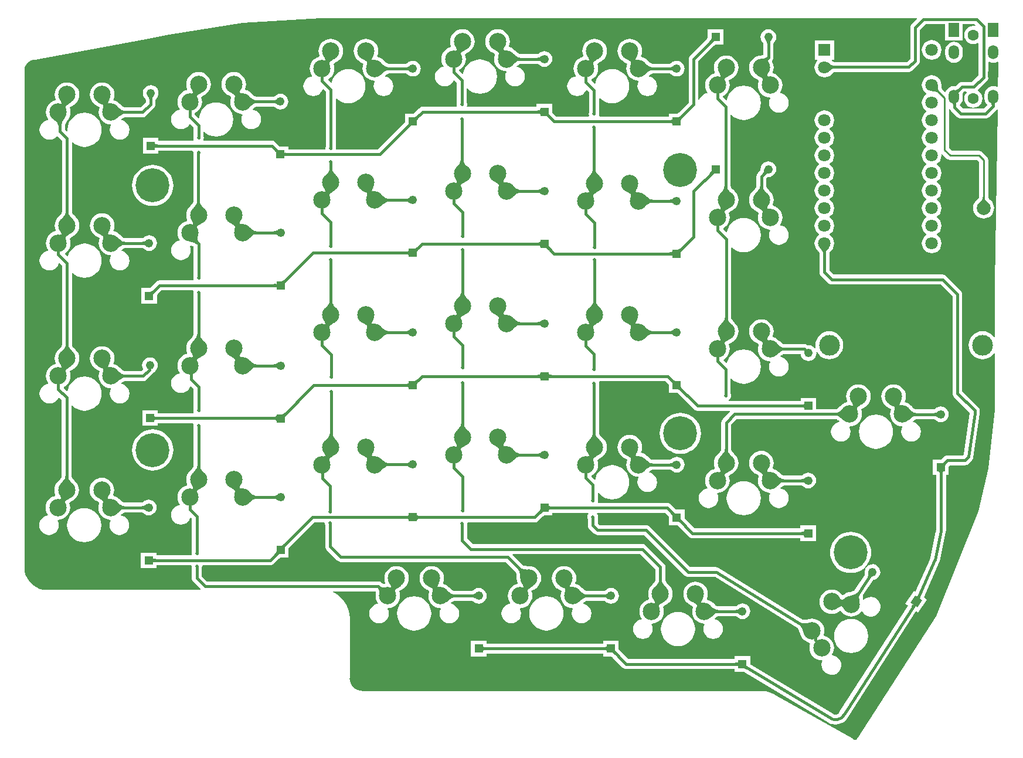
<source format=gtl>
G04*
G04 #@! TF.GenerationSoftware,Altium Limited,Altium Designer,21.2.1 (34)*
G04*
G04 Layer_Physical_Order=1*
G04 Layer_Color=255*
%FSLAX25Y25*%
%MOIN*%
G70*
G04*
G04 #@! TF.SameCoordinates,D9DA92A3-D26D-4F9D-A7EC-0AB5783BD49A*
G04*
G04*
G04 #@! TF.FilePolarity,Positive*
G04*
G01*
G75*
%ADD10C,0.01000*%
%ADD26C,0.09843*%
%ADD30C,0.07874*%
%ADD32C,0.01575*%
%ADD33C,0.06299*%
%ADD34O,0.05906X0.07874*%
%ADD35R,0.05906X0.07874*%
%ADD36R,0.04874X0.04874*%
%ADD37C,0.04874*%
%ADD38P,0.06893X4X191.0*%
%ADD39R,0.04874X0.04874*%
%ADD40C,0.11811*%
%ADD41R,0.07087X0.07087*%
%ADD42C,0.07087*%
%ADD43C,0.19291*%
%ADD44C,0.01968*%
G36*
X596170Y442328D02*
X596361Y441866D01*
X593288Y438793D01*
X592841Y438210D01*
X592560Y437532D01*
X592464Y436805D01*
X592464Y436805D01*
Y419196D01*
X590607Y417339D01*
X549345D01*
X549300Y417351D01*
X549142Y417360D01*
X549068Y417373D01*
X548954Y417403D01*
X548804Y417458D01*
X548618Y417542D01*
X548401Y417657D01*
X548175Y417794D01*
X547703Y418130D01*
X547854Y418616D01*
X547864Y418630D01*
X549244D01*
Y429716D01*
X538158D01*
Y418630D01*
X539625D01*
X539786Y418156D01*
X539747Y418127D01*
X538859Y416969D01*
X538300Y415620D01*
X538110Y414173D01*
X538300Y412726D01*
X538859Y411378D01*
X539747Y410220D01*
X540905Y409331D01*
X542254Y408773D01*
X543701Y408582D01*
X545148Y408773D01*
X546496Y409331D01*
X547654Y410220D01*
X547907Y410549D01*
X548025Y410643D01*
X548274Y410938D01*
X548476Y411153D01*
X548662Y411326D01*
X548829Y411460D01*
X548972Y411558D01*
X549090Y411624D01*
X549183Y411664D01*
X549252Y411685D01*
X549302Y411695D01*
X549469Y411705D01*
X549510Y411716D01*
X549553Y411712D01*
X549567Y411716D01*
X591772D01*
X591772Y411716D01*
X592499Y411812D01*
X593177Y412093D01*
X593760Y412540D01*
X597264Y416044D01*
X597264Y416044D01*
X597710Y416626D01*
X597991Y417304D01*
X598087Y418032D01*
X598087Y418032D01*
Y435640D01*
X601171Y438724D01*
X612370D01*
Y429496D01*
X622276D01*
Y438724D01*
X629072D01*
X629583Y438213D01*
X629349Y437739D01*
X628346Y437871D01*
X627002Y437694D01*
X625749Y437175D01*
X624674Y436350D01*
X623848Y435274D01*
X623329Y434022D01*
X623152Y432677D01*
X623329Y431333D01*
X623848Y430080D01*
X624674Y429004D01*
X625749Y428179D01*
X627002Y427660D01*
X628346Y427483D01*
X629691Y427660D01*
X630818Y428127D01*
X631318Y427901D01*
Y409783D01*
X627576Y406040D01*
X621929D01*
X621929Y406040D01*
X621202Y405944D01*
X620523Y405663D01*
X619941Y405216D01*
X619941Y405216D01*
X618530Y403805D01*
X618473Y403769D01*
X618246Y403551D01*
X618190Y403503D01*
X617323Y403617D01*
X616030Y403447D01*
X614825Y402948D01*
X613791Y402154D01*
X612997Y401120D01*
X612689Y400378D01*
X612199Y400280D01*
X610526Y401953D01*
X610513Y401979D01*
X610470Y402105D01*
X610420Y402296D01*
X610373Y402550D01*
X610335Y402841D01*
X610286Y403669D01*
X610283Y404108D01*
X610292Y404173D01*
X610101Y405620D01*
X609543Y406969D01*
X608654Y408127D01*
X607496Y409015D01*
X606148Y409574D01*
X604701Y409764D01*
X603254Y409574D01*
X601905Y409015D01*
X600747Y408127D01*
X599859Y406969D01*
X599300Y405620D01*
X599110Y404173D01*
X599300Y402726D01*
X599859Y401378D01*
X600747Y400220D01*
X601715Y399478D01*
X601748Y399395D01*
Y398951D01*
X601715Y398869D01*
X600747Y398127D01*
X599859Y396969D01*
X599300Y395620D01*
X599110Y394173D01*
X599300Y392726D01*
X599859Y391378D01*
X600747Y390220D01*
X601715Y389477D01*
X601748Y389395D01*
Y388951D01*
X601715Y388869D01*
X600747Y388127D01*
X599859Y386969D01*
X599300Y385620D01*
X599110Y384173D01*
X599300Y382726D01*
X599859Y381378D01*
X600747Y380220D01*
X601715Y379478D01*
X601748Y379395D01*
Y378951D01*
X601715Y378869D01*
X600747Y378127D01*
X599859Y376969D01*
X599300Y375620D01*
X599110Y374173D01*
X599300Y372726D01*
X599859Y371378D01*
X600747Y370220D01*
X601715Y369478D01*
X601748Y369395D01*
Y368951D01*
X601715Y368869D01*
X600747Y368127D01*
X599859Y366969D01*
X599300Y365620D01*
X599110Y364173D01*
X599300Y362726D01*
X599859Y361378D01*
X600747Y360220D01*
X601715Y359477D01*
X601748Y359395D01*
Y358951D01*
X601715Y358869D01*
X600747Y358127D01*
X599859Y356969D01*
X599300Y355620D01*
X599110Y354173D01*
X599300Y352726D01*
X599859Y351378D01*
X600747Y350220D01*
X601715Y349478D01*
X601748Y349395D01*
Y348951D01*
X601715Y348869D01*
X600747Y348127D01*
X599859Y346969D01*
X599300Y345620D01*
X599110Y344173D01*
X599300Y342726D01*
X599859Y341378D01*
X600747Y340220D01*
X601715Y339477D01*
X601748Y339395D01*
Y338951D01*
X601715Y338869D01*
X600747Y338127D01*
X599859Y336969D01*
X599300Y335620D01*
X599110Y334173D01*
X599300Y332726D01*
X599859Y331378D01*
X600747Y330220D01*
X601715Y329478D01*
X601748Y329395D01*
Y328951D01*
X601715Y328869D01*
X600747Y328127D01*
X599859Y326969D01*
X599300Y325620D01*
X599110Y324173D01*
X599300Y322726D01*
X599859Y321378D01*
X600747Y320220D01*
X601715Y319478D01*
X601748Y319395D01*
Y318951D01*
X601715Y318869D01*
X600747Y318127D01*
X599859Y316969D01*
X599300Y315620D01*
X599110Y314173D01*
X599300Y312726D01*
X599859Y311378D01*
X600747Y310220D01*
X601905Y309331D01*
X603254Y308773D01*
X604701Y308582D01*
X606148Y308773D01*
X607496Y309331D01*
X608654Y310220D01*
X609543Y311378D01*
X610101Y312726D01*
X610292Y314173D01*
X610101Y315620D01*
X609543Y316969D01*
X608654Y318127D01*
X607687Y318869D01*
X607653Y318951D01*
Y319395D01*
X607687Y319478D01*
X608654Y320220D01*
X609543Y321378D01*
X610101Y322726D01*
X610292Y324173D01*
X610101Y325620D01*
X609543Y326969D01*
X608654Y328127D01*
X607687Y328869D01*
X607653Y328951D01*
Y329395D01*
X607687Y329478D01*
X608654Y330220D01*
X609543Y331378D01*
X610101Y332726D01*
X610292Y334173D01*
X610101Y335620D01*
X609543Y336969D01*
X608654Y338127D01*
X607687Y338869D01*
X607653Y338951D01*
Y339395D01*
X607687Y339477D01*
X608654Y340220D01*
X609543Y341378D01*
X610101Y342726D01*
X610292Y344173D01*
X610101Y345620D01*
X609543Y346969D01*
X608654Y348127D01*
X607687Y348869D01*
X607653Y348951D01*
Y349395D01*
X607687Y349478D01*
X608654Y350220D01*
X609543Y351378D01*
X610101Y352726D01*
X610292Y354173D01*
X610101Y355620D01*
X609543Y356969D01*
X608654Y358127D01*
X607687Y358869D01*
X607653Y358951D01*
Y359395D01*
X607687Y359477D01*
X608654Y360220D01*
X609543Y361378D01*
X610101Y362726D01*
X610292Y364173D01*
X610208Y364811D01*
X610681Y365044D01*
X613355Y362371D01*
X614182Y361818D01*
X615158Y361624D01*
X630637D01*
X631703Y360558D01*
Y340569D01*
X631679Y340504D01*
X631603Y340353D01*
X631478Y340146D01*
X631326Y339929D01*
X630425Y338880D01*
X630048Y338499D01*
X630009Y338440D01*
X629292Y337566D01*
X628740Y336535D01*
X628401Y335416D01*
X628286Y334252D01*
X628401Y333088D01*
X628740Y331969D01*
X629292Y330938D01*
X630034Y330034D01*
X630938Y329292D01*
X631969Y328740D01*
X633088Y328401D01*
X634252Y328286D01*
X635416Y328401D01*
X636535Y328740D01*
X637566Y329292D01*
X638470Y330034D01*
X639212Y330938D01*
X639764Y331969D01*
X640103Y333088D01*
X640218Y334252D01*
X640103Y335416D01*
X639764Y336535D01*
X639212Y337566D01*
X638495Y338440D01*
X638456Y338499D01*
X638064Y338894D01*
X637422Y339613D01*
X637204Y339891D01*
X637026Y340146D01*
X636901Y340353D01*
X636825Y340505D01*
X636801Y340569D01*
Y361614D01*
X636607Y362590D01*
X636054Y363417D01*
X633495Y365976D01*
X632668Y366528D01*
X631693Y366722D01*
X616213D01*
X614535Y368400D01*
Y390602D01*
X615035Y390701D01*
X615265Y390147D01*
X615711Y389564D01*
X619343Y385933D01*
X619343Y385933D01*
X619925Y385487D01*
X620603Y385206D01*
X621331Y385110D01*
X635362D01*
X635362Y385110D01*
X636090Y385206D01*
X636768Y385487D01*
X637350Y385933D01*
X641590Y390174D01*
X641745Y390375D01*
X642242Y390202D01*
X640758Y291771D01*
X640762Y291752D01*
X640758Y291732D01*
Y260918D01*
X640301Y260719D01*
X640258Y260723D01*
X639279Y261916D01*
X638075Y262904D01*
X636701Y263638D01*
X635211Y264090D01*
X633661Y264243D01*
X632112Y264090D01*
X630621Y263638D01*
X629248Y262904D01*
X628044Y261916D01*
X627056Y260713D01*
X626322Y259339D01*
X625870Y257849D01*
X625718Y256299D01*
X625870Y254749D01*
X626322Y253259D01*
X627056Y251886D01*
X628044Y250682D01*
X629248Y249694D01*
X630621Y248960D01*
X632112Y248508D01*
X633661Y248356D01*
X635211Y248508D01*
X636701Y248960D01*
X638075Y249694D01*
X639279Y250682D01*
X640258Y251876D01*
X640301Y251879D01*
X640758Y251680D01*
Y245286D01*
X640551Y219442D01*
X636853Y186257D01*
X631223Y161990D01*
X607120Y102272D01*
X562609Y33010D01*
X562444Y32752D01*
X562354Y32591D01*
X562069Y32209D01*
X561649Y31928D01*
X561089Y31817D01*
X560626Y31909D01*
X560210Y32142D01*
X559912Y32343D01*
X559803Y32405D01*
X516103Y57210D01*
X515912Y57273D01*
X514902Y57892D01*
X512577Y58855D01*
X510130Y59442D01*
X507622Y59640D01*
X507622Y59639D01*
X281285Y59636D01*
X281166Y59612D01*
X279817Y59745D01*
X278406Y60173D01*
X277105Y60868D01*
X275965Y61804D01*
X275030Y62944D01*
X274334Y64245D01*
X273906Y65656D01*
X273773Y67005D01*
X273797Y67123D01*
X273809Y101123D01*
X273809Y101124D01*
X273809D01*
X273612Y103633D01*
X273024Y106080D01*
X272061Y108405D01*
X270746Y110551D01*
X269112Y112464D01*
X267199Y114099D01*
X265053Y115413D01*
X264222Y115757D01*
X264320Y116248D01*
X288500D01*
X288535Y116063D01*
X288567Y115761D01*
X288578Y115412D01*
X288564Y115018D01*
X288518Y114525D01*
X288527Y114429D01*
X288509Y114334D01*
X288527Y114239D01*
X288478Y113740D01*
X288612Y112383D01*
X289008Y111079D01*
X289650Y109876D01*
X289804Y109689D01*
X289620Y109224D01*
X288986Y109141D01*
X287637Y108582D01*
X286480Y107694D01*
X285591Y106536D01*
X285033Y105187D01*
X284842Y103740D01*
X285033Y102293D01*
X285591Y100945D01*
X286480Y99787D01*
X287637Y98898D01*
X288986Y98339D01*
X290433Y98149D01*
X291880Y98339D01*
X293229Y98898D01*
X294387Y99787D01*
X295275Y100945D01*
X295834Y102293D01*
X296024Y103740D01*
X295834Y105187D01*
X295378Y106288D01*
X295386Y106362D01*
X295643Y106785D01*
X295680Y106810D01*
X296790Y106919D01*
X298095Y107315D01*
X299297Y107957D01*
X300351Y108822D01*
X301216Y109876D01*
X301858Y111079D01*
X302254Y112383D01*
X302388Y113740D01*
X302254Y115097D01*
X301859Y116400D01*
X303235Y117317D01*
X303918Y117715D01*
X303952Y117745D01*
X303995Y117762D01*
X304074Y117838D01*
X304297Y117957D01*
X305351Y118822D01*
X306216Y119876D01*
X306858Y121079D01*
X307254Y122383D01*
X307388Y123740D01*
X307254Y125097D01*
X306858Y126402D01*
X306216Y127604D01*
X305351Y128658D01*
X304297Y129523D01*
X303095Y130166D01*
X301790Y130561D01*
X300433Y130695D01*
X299076Y130561D01*
X297772Y130166D01*
X296569Y129523D01*
X295515Y128658D01*
X294650Y127604D01*
X294008Y126402D01*
X293612Y125097D01*
X293478Y123740D01*
X293612Y122383D01*
X294000Y121104D01*
X294005Y121074D01*
X293826Y120723D01*
X293698Y120597D01*
X293412Y120606D01*
X293110Y120638D01*
X292855Y120686D01*
X292643Y120747D01*
X292471Y120817D01*
X292331Y120891D01*
X292215Y120972D01*
X292024Y121141D01*
X291835Y121252D01*
X291520Y121494D01*
X290842Y121775D01*
X290114Y121871D01*
X290114Y121871D01*
X192735D01*
X189606Y125000D01*
Y129626D01*
X189702Y129858D01*
X189804Y130637D01*
X189789Y130750D01*
X190119Y131126D01*
X228622D01*
X228622Y131125D01*
X229350Y131221D01*
X230028Y131502D01*
X230610Y131949D01*
X233440Y134778D01*
X233490Y134810D01*
X234059Y135338D01*
X234144Y135406D01*
X234193D01*
X234330Y135378D01*
X234466Y135406D01*
X234592D01*
X234648Y135403D01*
X234654Y135406D01*
X238965D01*
Y140756D01*
X238971Y140819D01*
X238969Y140824D01*
X239235Y141134D01*
X239531Y141439D01*
X239569Y141499D01*
X239593Y141522D01*
X239638Y141559D01*
X239648Y141577D01*
X253684Y155614D01*
X259275D01*
X259604Y155238D01*
X259588Y155118D01*
X259691Y154339D01*
X259787Y154107D01*
Y141929D01*
X259787Y141929D01*
X259883Y141201D01*
X260164Y140523D01*
X260610Y139941D01*
X266713Y133839D01*
X267295Y133392D01*
X267973Y133111D01*
X268701Y133015D01*
X268701Y133015D01*
X362379D01*
X367986Y127408D01*
X368003Y127378D01*
X368137Y127221D01*
X368198Y127127D01*
X368278Y126962D01*
X368366Y126723D01*
X368453Y126408D01*
X368530Y126021D01*
X368590Y125588D01*
X368665Y124435D01*
X368670Y123775D01*
X368676Y123746D01*
X368675Y123740D01*
X368809Y122383D01*
X369205Y121079D01*
X369231Y121030D01*
X368964Y120468D01*
X367969Y120166D01*
X366766Y119523D01*
X365712Y118658D01*
X364847Y117604D01*
X364205Y116402D01*
X363809Y115097D01*
X363675Y113740D01*
X363809Y112383D01*
X364205Y111079D01*
X364847Y109876D01*
X365001Y109689D01*
X364817Y109224D01*
X364183Y109141D01*
X362834Y108582D01*
X361676Y107694D01*
X360788Y106536D01*
X360229Y105187D01*
X360039Y103740D01*
X360229Y102293D01*
X360788Y100945D01*
X361676Y99787D01*
X362834Y98898D01*
X364183Y98339D01*
X365630Y98149D01*
X367077Y98339D01*
X368425Y98898D01*
X369584Y99787D01*
X370472Y100945D01*
X371031Y102293D01*
X371221Y103740D01*
X371031Y105187D01*
X370574Y106288D01*
X370583Y106362D01*
X370840Y106785D01*
X370877Y106810D01*
X371987Y106919D01*
X373291Y107315D01*
X374494Y107957D01*
X375548Y108822D01*
X376413Y109876D01*
X377055Y111079D01*
X377451Y112383D01*
X377585Y113740D01*
X377451Y115097D01*
X377056Y116400D01*
X378431Y117317D01*
X379115Y117715D01*
X379149Y117745D01*
X379192Y117762D01*
X379271Y117838D01*
X379494Y117957D01*
X380548Y118822D01*
X381413Y119876D01*
X382055Y121079D01*
X382451Y122383D01*
X382585Y123740D01*
X382451Y125097D01*
X382055Y126402D01*
X381413Y127604D01*
X380548Y128658D01*
X379494Y129523D01*
X378291Y130166D01*
X376987Y130561D01*
X375630Y130695D01*
X375624Y130694D01*
X375595Y130700D01*
X374935Y130705D01*
X373782Y130780D01*
X373349Y130840D01*
X372962Y130918D01*
X372648Y131004D01*
X372408Y131092D01*
X372243Y131172D01*
X372149Y131233D01*
X371992Y131368D01*
X371962Y131384D01*
X366265Y137081D01*
X366457Y137543D01*
X439094D01*
X447622Y129016D01*
Y122881D01*
X447612Y122848D01*
X447597Y122642D01*
X447573Y122532D01*
X447513Y122359D01*
X447406Y122127D01*
X447244Y121844D01*
X447026Y121515D01*
X446762Y121166D01*
X446000Y120298D01*
X445537Y119828D01*
X445520Y119804D01*
X445515Y119800D01*
X444650Y118746D01*
X444008Y117543D01*
X443612Y116239D01*
X443478Y114882D01*
X443612Y113525D01*
X444008Y112220D01*
X444034Y112171D01*
X443767Y111609D01*
X442772Y111307D01*
X441569Y110665D01*
X440515Y109800D01*
X439650Y108746D01*
X439008Y107543D01*
X438612Y106239D01*
X438478Y104882D01*
X438612Y103525D01*
X439008Y102220D01*
X439650Y101018D01*
X439804Y100831D01*
X439620Y100366D01*
X438986Y100283D01*
X437638Y99724D01*
X436480Y98835D01*
X435591Y97677D01*
X435033Y96329D01*
X434842Y94882D01*
X435033Y93435D01*
X435591Y92086D01*
X436480Y90928D01*
X437638Y90040D01*
X438986Y89481D01*
X440433Y89291D01*
X441880Y89481D01*
X443229Y90040D01*
X444387Y90928D01*
X445275Y92086D01*
X445834Y93435D01*
X446024Y94882D01*
X445834Y96329D01*
X445378Y97430D01*
X445386Y97503D01*
X445643Y97926D01*
X445680Y97952D01*
X446790Y98061D01*
X448095Y98457D01*
X449297Y99099D01*
X450351Y99964D01*
X451216Y101018D01*
X451858Y102220D01*
X452254Y103525D01*
X452388Y104882D01*
X452254Y106239D01*
X451873Y107494D01*
X453354Y108513D01*
X454023Y108918D01*
X454061Y108953D01*
X454108Y108973D01*
X454161Y109026D01*
X454297Y109099D01*
X455351Y109964D01*
X456216Y111018D01*
X456858Y112220D01*
X457254Y113525D01*
X457388Y114882D01*
X457254Y116239D01*
X456858Y117543D01*
X456216Y118746D01*
X455351Y119800D01*
X455346Y119804D01*
X455330Y119828D01*
X454866Y120298D01*
X454104Y121166D01*
X453840Y121515D01*
X453622Y121844D01*
X453461Y122127D01*
X453353Y122359D01*
X453293Y122532D01*
X453269Y122642D01*
X453254Y122848D01*
X453244Y122881D01*
Y130180D01*
X453149Y130908D01*
X452868Y131586D01*
X452421Y132168D01*
X452421Y132168D01*
X442247Y142342D01*
X441665Y142789D01*
X440987Y143070D01*
X440259Y143166D01*
X440259Y143166D01*
X343906D01*
X340569Y146503D01*
Y153717D01*
X340665Y153948D01*
X340768Y154727D01*
X340717Y155114D01*
X341137Y155614D01*
X379094D01*
X379095Y155614D01*
X379822Y155710D01*
X380500Y155990D01*
X381083Y156437D01*
X383440Y158794D01*
X383490Y158825D01*
X384059Y159353D01*
X384144Y159421D01*
X384193D01*
X384330Y159394D01*
X384466Y159421D01*
X384592D01*
X384648Y159419D01*
X384654Y159421D01*
X388965D01*
Y161047D01*
X409446D01*
X409693Y160547D01*
X409401Y160166D01*
X409100Y159441D01*
X408998Y158661D01*
X409100Y157882D01*
X409195Y157654D01*
Y153742D01*
X409195Y153742D01*
X409291Y153014D01*
X409572Y152336D01*
X410018Y151754D01*
X412579Y149193D01*
X412579Y149193D01*
X413161Y148746D01*
X413839Y148465D01*
X414567Y148370D01*
X414567Y148370D01*
X441158D01*
X464252Y125276D01*
X464252Y125276D01*
X464834Y124829D01*
X465513Y124548D01*
X466240Y124452D01*
X481495D01*
X528357Y95534D01*
X528380Y95509D01*
X528545Y95389D01*
X528627Y95310D01*
X528747Y95164D01*
X528894Y94945D01*
X529059Y94652D01*
X529233Y94287D01*
X529403Y93870D01*
X529770Y92754D01*
X529944Y92106D01*
X530033Y91926D01*
X530249Y91205D01*
X530886Y90000D01*
X531746Y88942D01*
X532797Y88073D01*
X533996Y87425D01*
X535299Y87023D01*
X535354Y87018D01*
X535671Y86482D01*
X535365Y85488D01*
X535225Y84132D01*
X535353Y82774D01*
X535743Y81468D01*
X536380Y80263D01*
X537241Y79205D01*
X538291Y78335D01*
X539491Y77688D01*
X540794Y77286D01*
X542150Y77147D01*
X542390Y77169D01*
X542673Y76757D01*
X542388Y76184D01*
X542097Y74754D01*
X542186Y73297D01*
X542649Y71913D01*
X543455Y70696D01*
X544548Y69729D01*
X545854Y69078D01*
X547284Y68787D01*
X548741Y68876D01*
X550125Y69339D01*
X551342Y70144D01*
X552310Y71238D01*
X552961Y72544D01*
X553252Y73974D01*
X553163Y75431D01*
X552700Y76815D01*
X551894Y78032D01*
X550801Y78999D01*
X549495Y79651D01*
X548327Y79888D01*
X548271Y79936D01*
X548064Y80386D01*
X548064Y80431D01*
X548594Y81412D01*
X548995Y82715D01*
X549135Y84071D01*
X549007Y85428D01*
X548617Y86735D01*
X547979Y87940D01*
X547119Y88998D01*
X546069Y89867D01*
X544870Y90515D01*
X543567Y90916D01*
X543511Y90922D01*
X543194Y91457D01*
X543501Y92452D01*
X543640Y93808D01*
X543513Y95165D01*
X543122Y96472D01*
X542485Y97677D01*
X541625Y98735D01*
X540575Y99604D01*
X539375Y100252D01*
X538072Y100654D01*
X536716Y100793D01*
X535359Y100665D01*
X535057Y100575D01*
X534923Y100571D01*
X533651Y100273D01*
X533165Y100192D01*
X532718Y100142D01*
X532335Y100124D01*
X532018Y100132D01*
X531773Y100159D01*
X531600Y100197D01*
X531496Y100233D01*
X531310Y100330D01*
X531277Y100339D01*
X483769Y129656D01*
X483731Y129673D01*
X483698Y129699D01*
X483396Y129823D01*
X483099Y129957D01*
X483058Y129964D01*
X483020Y129979D01*
X482696Y130022D01*
X482374Y130074D01*
X482333Y130070D01*
X482292Y130075D01*
X467405D01*
X444311Y153169D01*
X443728Y153616D01*
X443050Y153897D01*
X442323Y153993D01*
X442323Y153993D01*
X415731D01*
X414818Y154906D01*
Y157647D01*
X414915Y157882D01*
X415018Y158661D01*
X414915Y159441D01*
X414615Y160166D01*
X414323Y160547D01*
X414569Y161047D01*
X453048D01*
X454661Y159434D01*
X454692Y159383D01*
X455223Y158812D01*
X455287Y158732D01*
Y158621D01*
X455272Y158544D01*
X455287Y158468D01*
Y153909D01*
X459598D01*
X459604Y153907D01*
X459660Y153909D01*
X459786D01*
X459922Y153882D01*
X460059Y153909D01*
X460100D01*
X460458Y153606D01*
X460733Y153341D01*
X460792Y153303D01*
X466791Y147303D01*
X466791Y147303D01*
X467374Y146856D01*
X468052Y146576D01*
X468780Y146480D01*
X530091D01*
Y144854D01*
X538965D01*
Y153728D01*
X530091D01*
Y152103D01*
X469944D01*
X464788Y157258D01*
X464757Y157309D01*
X464229Y157878D01*
X464161Y157962D01*
Y158012D01*
X464189Y158149D01*
X464161Y158285D01*
Y158411D01*
X464164Y158467D01*
X464161Y158473D01*
Y162784D01*
X459603D01*
X459526Y162799D01*
X459450Y162784D01*
X459348D01*
X458993Y163084D01*
X458716Y163352D01*
X458657Y163390D01*
X456201Y165846D01*
X455618Y166293D01*
X454940Y166574D01*
X454213Y166670D01*
X454213Y166670D01*
X415173D01*
X414933Y167029D01*
X414920Y167170D01*
X415018Y167913D01*
X414915Y168692D01*
X414819Y168924D01*
Y172311D01*
X415319Y172490D01*
X416156Y171471D01*
X417629Y170261D01*
X419310Y169363D01*
X421135Y168809D01*
X423032Y168623D01*
X424929Y168809D01*
X426753Y169363D01*
X428434Y170261D01*
X429907Y171471D01*
X431117Y172944D01*
X432015Y174625D01*
X432569Y176449D01*
X432756Y178347D01*
X432569Y180244D01*
X432015Y182068D01*
X431117Y183749D01*
X429907Y185222D01*
X428434Y186432D01*
X426753Y187330D01*
X424929Y187884D01*
X423032Y188070D01*
X421135Y187884D01*
X419310Y187330D01*
X417629Y186432D01*
X416156Y185222D01*
X414946Y183749D01*
X414048Y182068D01*
X413494Y180244D01*
X413464Y179931D01*
X412993Y179763D01*
X411155Y181601D01*
X411246Y182217D01*
X411895Y182564D01*
X412949Y183429D01*
X413814Y184483D01*
X414457Y185685D01*
X414853Y186990D01*
X414986Y188347D01*
X414853Y189703D01*
X414457Y191007D01*
X415833Y191923D01*
X416516Y192321D01*
X416551Y192352D01*
X416594Y192368D01*
X416672Y192445D01*
X416895Y192564D01*
X417949Y193429D01*
X418814Y194483D01*
X419457Y195685D01*
X419853Y196990D01*
X419986Y198346D01*
X419853Y199703D01*
X419457Y201008D01*
X418814Y202210D01*
X417949Y203264D01*
X417712Y203459D01*
X417636Y203565D01*
X416702Y204436D01*
X416380Y204783D01*
X416105Y205115D01*
X415890Y205413D01*
X415735Y205669D01*
X415633Y205879D01*
X415576Y206036D01*
X415553Y206140D01*
X415537Y206353D01*
X415528Y206386D01*
Y233803D01*
X415549Y233853D01*
X415651Y234632D01*
X415557Y235350D01*
X415609Y235539D01*
X415817Y235850D01*
X453442D01*
X454661Y234631D01*
X454692Y234580D01*
X455223Y234009D01*
X455287Y233929D01*
Y233818D01*
X455272Y233741D01*
X455287Y233665D01*
Y229106D01*
X459598D01*
X459604Y229104D01*
X459660Y229106D01*
X459786D01*
X459922Y229079D01*
X460059Y229106D01*
X460100D01*
X460458Y228803D01*
X460733Y228538D01*
X460792Y228500D01*
X469508Y219784D01*
X469508Y219784D01*
X470090Y219337D01*
X470768Y219056D01*
X471496Y218960D01*
X471496Y218960D01*
X489922D01*
X490113Y218498D01*
X485847Y214232D01*
X485400Y213650D01*
X485119Y212972D01*
X485023Y212244D01*
X485023Y212244D01*
Y197290D01*
X485014Y197257D01*
X484998Y197051D01*
X484974Y196941D01*
X484914Y196768D01*
X484807Y196537D01*
X484646Y196253D01*
X484427Y195925D01*
X484163Y195576D01*
X483401Y194708D01*
X482938Y194238D01*
X482922Y194213D01*
X482917Y194209D01*
X482052Y193155D01*
X481409Y191953D01*
X481013Y190648D01*
X480880Y189291D01*
X481013Y187935D01*
X481409Y186630D01*
X481435Y186581D01*
X481169Y186019D01*
X480173Y185717D01*
X478971Y185074D01*
X477917Y184209D01*
X477052Y183155D01*
X476409Y181953D01*
X476014Y180648D01*
X475880Y179291D01*
X476014Y177935D01*
X476409Y176630D01*
X477052Y175427D01*
X477206Y175241D01*
X477022Y174776D01*
X476388Y174692D01*
X475039Y174133D01*
X473881Y173245D01*
X472993Y172087D01*
X472434Y170738D01*
X472243Y169291D01*
X472434Y167844D01*
X472993Y166496D01*
X473881Y165338D01*
X475039Y164449D01*
X476388Y163891D01*
X477835Y163700D01*
X479282Y163891D01*
X480630Y164449D01*
X481788Y165338D01*
X482677Y166496D01*
X483235Y167844D01*
X483426Y169291D01*
X483235Y170738D01*
X482779Y171840D01*
X482787Y171913D01*
X483044Y172336D01*
X483081Y172361D01*
X484192Y172470D01*
X485496Y172866D01*
X486698Y173509D01*
X487752Y174374D01*
X488617Y175427D01*
X489260Y176630D01*
X489656Y177935D01*
X489789Y179291D01*
X489656Y180648D01*
X489260Y181952D01*
X490636Y182868D01*
X491320Y183266D01*
X491354Y183297D01*
X491397Y183313D01*
X491475Y183389D01*
X491699Y183509D01*
X492752Y184374D01*
X493617Y185427D01*
X494260Y186630D01*
X494656Y187935D01*
X494789Y189291D01*
X494656Y190648D01*
X494260Y191953D01*
X493617Y193155D01*
X492752Y194209D01*
X492748Y194213D01*
X492731Y194238D01*
X492268Y194708D01*
X491506Y195576D01*
X491242Y195925D01*
X491023Y196253D01*
X490862Y196537D01*
X490755Y196768D01*
X490695Y196941D01*
X490671Y197051D01*
X490655Y197257D01*
X490646Y197290D01*
Y211080D01*
X493842Y214275D01*
X550033D01*
X550065Y214266D01*
X550272Y214250D01*
X550381Y214226D01*
X550555Y214166D01*
X550786Y214059D01*
X551070Y213898D01*
X551398Y213679D01*
X551747Y213415D01*
X552146Y213066D01*
X551986Y212540D01*
X551584Y212487D01*
X550236Y211929D01*
X549078Y211040D01*
X548189Y209882D01*
X547631Y208534D01*
X547440Y207087D01*
X547631Y205640D01*
X548189Y204291D01*
X549078Y203133D01*
X550236Y202245D01*
X551584Y201686D01*
X553031Y201496D01*
X554479Y201686D01*
X555827Y202245D01*
X556985Y203133D01*
X557874Y204291D01*
X558432Y205640D01*
X558623Y207087D01*
X558432Y208534D01*
X557976Y209635D01*
X557984Y209708D01*
X558241Y210131D01*
X558278Y210156D01*
X559388Y210265D01*
X560693Y210661D01*
X561895Y211304D01*
X562949Y212169D01*
X563814Y213223D01*
X564457Y214425D01*
X564853Y215730D01*
X564986Y217087D01*
X564853Y218443D01*
X564457Y219747D01*
X565833Y220663D01*
X566516Y221061D01*
X566551Y221092D01*
X566594Y221109D01*
X566672Y221185D01*
X566895Y221304D01*
X567949Y222169D01*
X568814Y223223D01*
X569457Y224425D01*
X569853Y225730D01*
X569986Y227087D01*
X569853Y228443D01*
X569457Y229748D01*
X568814Y230950D01*
X567949Y232004D01*
X566895Y232869D01*
X565693Y233512D01*
X564388Y233908D01*
X563031Y234041D01*
X561675Y233908D01*
X560370Y233512D01*
X559168Y232869D01*
X558114Y232004D01*
X557249Y230950D01*
X556606Y229748D01*
X556210Y228443D01*
X556077Y227087D01*
X556210Y225730D01*
X556606Y224425D01*
X556632Y224376D01*
X556366Y223814D01*
X555370Y223512D01*
X554168Y222869D01*
X553114Y222004D01*
X553110Y222000D01*
X553085Y221983D01*
X552615Y221520D01*
X551747Y220758D01*
X551398Y220494D01*
X551070Y220275D01*
X550786Y220114D01*
X550555Y220007D01*
X550381Y219947D01*
X550272Y219923D01*
X550065Y219907D01*
X550033Y219898D01*
X539083D01*
Y226209D01*
X530209D01*
Y224583D01*
X489336D01*
X489241Y224779D01*
X489201Y225083D01*
X489746Y225501D01*
X490224Y226124D01*
X490525Y226850D01*
X490627Y227629D01*
X490525Y228409D01*
X490429Y228640D01*
Y237122D01*
X490900Y237291D01*
X490959Y237219D01*
X492432Y236009D01*
X494113Y235111D01*
X495938Y234557D01*
X497835Y234370D01*
X499732Y234557D01*
X501556Y235111D01*
X503237Y236009D01*
X504710Y237219D01*
X505920Y238692D01*
X506818Y240373D01*
X507372Y242197D01*
X507559Y244094D01*
X507372Y245991D01*
X506818Y247816D01*
X505920Y249497D01*
X504710Y250970D01*
X503237Y252180D01*
X501556Y253078D01*
X499732Y253632D01*
X497835Y253818D01*
X495938Y253632D01*
X494113Y253078D01*
X492432Y252180D01*
X490959Y250970D01*
X489749Y249497D01*
X488851Y247816D01*
X488417Y246385D01*
X487851Y246243D01*
X486398Y247696D01*
X486472Y248190D01*
X486698Y248312D01*
X487752Y249177D01*
X488617Y250231D01*
X489260Y251433D01*
X489656Y252738D01*
X489789Y254095D01*
X489656Y255451D01*
X489260Y256755D01*
X490636Y257671D01*
X491320Y258069D01*
X491354Y258100D01*
X491397Y258117D01*
X491475Y258192D01*
X491699Y258312D01*
X492752Y259177D01*
X493617Y260231D01*
X494260Y261433D01*
X494656Y262738D01*
X494789Y264094D01*
X494656Y265451D01*
X494260Y266756D01*
X493617Y267958D01*
X492752Y269012D01*
X492748Y269016D01*
X492731Y269041D01*
X492268Y269511D01*
X491506Y270379D01*
X491242Y270728D01*
X491023Y271056D01*
X490862Y271340D01*
X490755Y271571D01*
X490695Y271745D01*
X490671Y271854D01*
X490655Y272061D01*
X490646Y272094D01*
Y311631D01*
X491146Y311868D01*
X492432Y310812D01*
X494113Y309914D01*
X495938Y309361D01*
X497835Y309174D01*
X499732Y309361D01*
X501556Y309914D01*
X503237Y310812D01*
X504710Y312022D01*
X505920Y313495D01*
X506818Y315176D01*
X507372Y317001D01*
X507559Y318898D01*
X507372Y320795D01*
X506818Y322619D01*
X505920Y324300D01*
X504710Y325774D01*
X503237Y326983D01*
X501556Y327881D01*
X499732Y328435D01*
X497835Y328622D01*
X495938Y328435D01*
X494113Y327881D01*
X492432Y326983D01*
X490959Y325774D01*
X489749Y324300D01*
X488851Y322619D01*
X488325Y320886D01*
X487847Y320657D01*
X486142Y322362D01*
X486215Y322856D01*
X486698Y323115D01*
X487752Y323980D01*
X488617Y325034D01*
X489260Y326236D01*
X489656Y327541D01*
X489789Y328898D01*
X489656Y330254D01*
X489260Y331558D01*
X490636Y332474D01*
X491320Y332872D01*
X491354Y332903D01*
X491397Y332920D01*
X491475Y332996D01*
X491699Y333115D01*
X492752Y333980D01*
X493617Y335034D01*
X494260Y336236D01*
X494656Y337541D01*
X494789Y338898D01*
X494656Y340254D01*
X494260Y341559D01*
X493617Y342761D01*
X492752Y343815D01*
X492541Y343989D01*
X492471Y344088D01*
X491539Y344968D01*
X491217Y345318D01*
X490941Y345654D01*
X490726Y345955D01*
X490569Y346214D01*
X490467Y346426D01*
X490410Y346584D01*
X490387Y346688D01*
X490371Y346901D01*
X490362Y346934D01*
Y387204D01*
X490833Y387372D01*
X490959Y387219D01*
X492432Y386009D01*
X494113Y385111D01*
X495938Y384557D01*
X497835Y384370D01*
X499732Y384557D01*
X501556Y385111D01*
X503237Y386009D01*
X504710Y387219D01*
X505920Y388692D01*
X506818Y390373D01*
X507372Y392197D01*
X507559Y394094D01*
X507372Y395991D01*
X506818Y397816D01*
X505920Y399497D01*
X504710Y400970D01*
X503237Y402180D01*
X501556Y403078D01*
X499732Y403632D01*
X497835Y403819D01*
X495938Y403632D01*
X494113Y403078D01*
X492432Y402180D01*
X490959Y400970D01*
X489749Y399497D01*
X488851Y397816D01*
X488298Y395991D01*
X488270Y395715D01*
X487800Y395547D01*
X485984Y397363D01*
X486075Y397978D01*
X486698Y398312D01*
X487752Y399177D01*
X488617Y400231D01*
X489260Y401433D01*
X489656Y402738D01*
X489789Y404095D01*
X489656Y405451D01*
X489260Y406755D01*
X490636Y407671D01*
X491320Y408069D01*
X491354Y408100D01*
X491397Y408116D01*
X491475Y408192D01*
X491699Y408312D01*
X492752Y409177D01*
X493617Y410231D01*
X494260Y411433D01*
X494656Y412738D01*
X494789Y414094D01*
X494656Y415451D01*
X494260Y416756D01*
X493617Y417958D01*
X492752Y419012D01*
X491699Y419877D01*
X490496Y420520D01*
X489191Y420916D01*
X487835Y421049D01*
X486478Y420916D01*
X485173Y420520D01*
X483971Y419877D01*
X482917Y419012D01*
X482052Y417958D01*
X481409Y416756D01*
X481013Y415451D01*
X480880Y414094D01*
X481013Y412738D01*
X481409Y411433D01*
X481435Y411384D01*
X481169Y410822D01*
X480173Y410520D01*
X478971Y409877D01*
X477917Y409012D01*
X477052Y407958D01*
X476409Y406756D01*
X476014Y405451D01*
X475880Y404095D01*
X476014Y402738D01*
X476409Y401433D01*
X477052Y400231D01*
X477206Y400044D01*
X477022Y399579D01*
X476388Y399495D01*
X475039Y398937D01*
X473881Y398048D01*
X472993Y396890D01*
X472603Y395949D01*
X472103Y396048D01*
Y417772D01*
X480762Y426432D01*
X480813Y426463D01*
X481382Y426991D01*
X481466Y427059D01*
X481516D01*
X481652Y427032D01*
X481789Y427059D01*
X481915D01*
X481971Y427057D01*
X481977Y427059D01*
X486287D01*
Y435933D01*
X477413D01*
Y431622D01*
X477411Y431616D01*
X477413Y431560D01*
Y431435D01*
X477386Y431298D01*
X477413Y431161D01*
Y431121D01*
X477110Y430762D01*
X476845Y430487D01*
X476807Y430429D01*
X467303Y420925D01*
X466856Y420343D01*
X466576Y419665D01*
X466480Y418937D01*
X466480Y418937D01*
Y394275D01*
X460812Y388607D01*
X460761Y388575D01*
X460190Y388044D01*
X460110Y387980D01*
X459999D01*
X459922Y387996D01*
X459846Y387980D01*
X455287D01*
Y386355D01*
X415809D01*
X415531Y386771D01*
X415604Y386946D01*
X415706Y387725D01*
X415604Y388504D01*
X415508Y388736D01*
Y396715D01*
X415978Y396883D01*
X416156Y396667D01*
X417629Y395458D01*
X419310Y394560D01*
X421135Y394006D01*
X423032Y393819D01*
X424929Y394006D01*
X426753Y394560D01*
X428434Y395458D01*
X429907Y396667D01*
X431117Y398141D01*
X432015Y399822D01*
X432569Y401646D01*
X432756Y403543D01*
X432569Y405440D01*
X432015Y407265D01*
X431117Y408946D01*
X429907Y410419D01*
X428434Y411628D01*
X426753Y412527D01*
X424929Y413081D01*
X423032Y413267D01*
X421135Y413081D01*
X419310Y412527D01*
X417629Y411628D01*
X416156Y410419D01*
X414946Y408946D01*
X414048Y407265D01*
X413494Y405440D01*
X413467Y405164D01*
X412996Y404995D01*
X411180Y406812D01*
X411272Y407427D01*
X411895Y407761D01*
X412949Y408626D01*
X413814Y409680D01*
X414457Y410882D01*
X414853Y412186D01*
X414986Y413543D01*
X414853Y414900D01*
X414457Y416204D01*
X415833Y417120D01*
X416516Y417518D01*
X416551Y417549D01*
X416594Y417565D01*
X416672Y417641D01*
X416895Y417761D01*
X417949Y418626D01*
X418814Y419679D01*
X419457Y420882D01*
X419853Y422187D01*
X419986Y423543D01*
X419853Y424900D01*
X419457Y426205D01*
X418814Y427407D01*
X417949Y428461D01*
X416895Y429326D01*
X415693Y429969D01*
X414388Y430364D01*
X413031Y430498D01*
X411675Y430364D01*
X410370Y429969D01*
X409168Y429326D01*
X408114Y428461D01*
X407249Y427407D01*
X406606Y426205D01*
X406210Y424900D01*
X406077Y423543D01*
X406210Y422187D01*
X406606Y420882D01*
X406632Y420833D01*
X406366Y420271D01*
X405370Y419969D01*
X404168Y419326D01*
X403114Y418461D01*
X402249Y417407D01*
X401606Y416205D01*
X401210Y414900D01*
X401077Y413543D01*
X401210Y412186D01*
X401606Y410882D01*
X402249Y409680D01*
X402402Y409492D01*
X402219Y409027D01*
X401584Y408944D01*
X400236Y408385D01*
X399078Y407497D01*
X398189Y406339D01*
X397631Y404990D01*
X397440Y403543D01*
X397631Y402096D01*
X398189Y400748D01*
X399078Y399590D01*
X400236Y398701D01*
X401584Y398143D01*
X403031Y397952D01*
X404479Y398143D01*
X405827Y398701D01*
X406985Y399590D01*
X407874Y400748D01*
X408117Y401335D01*
X408607Y401433D01*
X409885Y400155D01*
Y388736D01*
X409789Y388504D01*
X409686Y387725D01*
X409789Y386946D01*
X409861Y386771D01*
X409584Y386355D01*
X391164D01*
X389592Y387928D01*
X389560Y387978D01*
X389033Y388547D01*
X388965Y388632D01*
Y388681D01*
X388992Y388818D01*
X388965Y388954D01*
Y389080D01*
X388967Y389136D01*
X388965Y389142D01*
Y393453D01*
X380090D01*
Y391827D01*
X340690D01*
X340412Y392243D01*
X340487Y392422D01*
X340589Y393201D01*
X340487Y393980D01*
X340391Y394212D01*
Y402090D01*
X340861Y402259D01*
X340959Y402140D01*
X342432Y400931D01*
X344113Y400032D01*
X345938Y399479D01*
X347835Y399292D01*
X349732Y399479D01*
X351556Y400032D01*
X353237Y400931D01*
X354711Y402140D01*
X355920Y403613D01*
X356818Y405295D01*
X357372Y407119D01*
X357559Y409016D01*
X357372Y410913D01*
X356818Y412737D01*
X355920Y414418D01*
X354711Y415892D01*
X353237Y417101D01*
X351556Y418000D01*
X349732Y418553D01*
X347835Y418740D01*
X345938Y418553D01*
X344113Y418000D01*
X342432Y417101D01*
X340959Y415892D01*
X339750Y414418D01*
X338851Y412737D01*
X338298Y410913D01*
X338270Y410636D01*
X337800Y410468D01*
X335983Y412284D01*
X336075Y412900D01*
X336699Y413233D01*
X337752Y414098D01*
X338617Y415152D01*
X339260Y416354D01*
X339656Y417659D01*
X339789Y419016D01*
X339656Y420372D01*
X339260Y421676D01*
X340636Y422592D01*
X341319Y422991D01*
X341354Y423021D01*
X341397Y423038D01*
X341475Y423114D01*
X341699Y423233D01*
X342752Y424098D01*
X343617Y425152D01*
X344260Y426354D01*
X344656Y427659D01*
X344789Y429016D01*
X344656Y430372D01*
X344260Y431677D01*
X343617Y432880D01*
X342752Y433933D01*
X341699Y434798D01*
X340496Y435441D01*
X339192Y435837D01*
X337835Y435970D01*
X336478Y435837D01*
X335173Y435441D01*
X333971Y434798D01*
X332917Y433933D01*
X332052Y432880D01*
X331409Y431677D01*
X331013Y430372D01*
X330880Y429016D01*
X331013Y427659D01*
X331409Y426354D01*
X331435Y426305D01*
X331169Y425743D01*
X330173Y425441D01*
X328971Y424798D01*
X327917Y423934D01*
X327052Y422880D01*
X326409Y421677D01*
X326013Y420372D01*
X325880Y419016D01*
X326013Y417659D01*
X326409Y416354D01*
X327052Y415152D01*
X327205Y414965D01*
X327022Y414500D01*
X326388Y414416D01*
X325039Y413858D01*
X323881Y412969D01*
X322993Y411811D01*
X322434Y410463D01*
X322243Y409016D01*
X322434Y407569D01*
X322993Y406220D01*
X323881Y405062D01*
X325039Y404174D01*
X326388Y403615D01*
X327835Y403425D01*
X329282Y403615D01*
X330630Y404174D01*
X331788Y405062D01*
X332677Y406220D01*
X332920Y406808D01*
X333410Y406905D01*
X334768Y405548D01*
Y394212D01*
X334672Y393980D01*
X334569Y393201D01*
X334672Y392422D01*
X334746Y392243D01*
X334468Y391827D01*
X315197D01*
X314469Y391731D01*
X313791Y391451D01*
X313209Y391004D01*
X313209Y391004D01*
X311344Y389138D01*
X311283Y389099D01*
X310889Y388715D01*
X310221Y388125D01*
X310032Y387980D01*
X309999D01*
X309922Y387996D01*
X309846Y387980D01*
X305287D01*
Y383669D01*
X305285Y383664D01*
X305287Y383607D01*
Y383482D01*
X305260Y383345D01*
X305287Y383209D01*
Y383168D01*
X304984Y382809D01*
X304719Y382535D01*
X304681Y382476D01*
X289820Y367615D01*
X266302D01*
X265972Y367990D01*
X265982Y368068D01*
X265880Y368847D01*
X265784Y369079D01*
Y396383D01*
X266284Y396562D01*
X267629Y395458D01*
X269310Y394560D01*
X271134Y394006D01*
X273031Y393819D01*
X274929Y394006D01*
X276753Y394560D01*
X278434Y395458D01*
X279907Y396667D01*
X281117Y398141D01*
X282015Y399822D01*
X282569Y401646D01*
X282755Y403543D01*
X282569Y405440D01*
X282015Y407265D01*
X281117Y408946D01*
X279907Y410419D01*
X278434Y411628D01*
X276753Y412527D01*
X274929Y413081D01*
X273031Y413267D01*
X271134Y413081D01*
X269310Y412527D01*
X267629Y411628D01*
X266156Y410419D01*
X264946Y408946D01*
X264048Y407265D01*
X263567Y405679D01*
X263023Y405515D01*
X261464Y407074D01*
X261537Y407569D01*
X261895Y407761D01*
X262949Y408626D01*
X263814Y409680D01*
X264457Y410882D01*
X264853Y412186D01*
X264986Y413543D01*
X264853Y414900D01*
X264457Y416204D01*
X265833Y417120D01*
X266516Y417518D01*
X266551Y417549D01*
X266594Y417565D01*
X266672Y417641D01*
X266895Y417761D01*
X267949Y418626D01*
X268814Y419679D01*
X269457Y420882D01*
X269853Y422187D01*
X269986Y423543D01*
X269853Y424900D01*
X269457Y426205D01*
X268814Y427407D01*
X267949Y428461D01*
X266895Y429326D01*
X265693Y429969D01*
X264388Y430364D01*
X263032Y430498D01*
X261675Y430364D01*
X260370Y429969D01*
X259168Y429326D01*
X258114Y428461D01*
X257249Y427407D01*
X256606Y426205D01*
X256210Y424900D01*
X256077Y423543D01*
X256210Y422187D01*
X256606Y420882D01*
X256632Y420833D01*
X256366Y420271D01*
X255370Y419969D01*
X254168Y419326D01*
X253114Y418461D01*
X252249Y417407D01*
X251606Y416205D01*
X251210Y414900D01*
X251077Y413543D01*
X251210Y412186D01*
X251606Y410882D01*
X252249Y409680D01*
X252402Y409492D01*
X252219Y409027D01*
X251584Y408944D01*
X250236Y408385D01*
X249078Y407497D01*
X248189Y406339D01*
X247631Y404990D01*
X247440Y403543D01*
X247631Y402096D01*
X248189Y400748D01*
X249078Y399590D01*
X250236Y398701D01*
X251584Y398143D01*
X253031Y397952D01*
X254479Y398143D01*
X255827Y398701D01*
X256985Y399590D01*
X257874Y400748D01*
X258242Y401637D01*
X258832Y401754D01*
X260161Y400425D01*
Y369079D01*
X260065Y368847D01*
X259962Y368068D01*
X259973Y367990D01*
X259643Y367615D01*
X238807D01*
Y369240D01*
X234248D01*
X234172Y369255D01*
X234096Y369240D01*
X233993D01*
X233639Y369541D01*
X233362Y369808D01*
X233303Y369846D01*
X231476Y371673D01*
X230894Y372120D01*
X230216Y372401D01*
X229488Y372497D01*
X229488Y372497D01*
X190874D01*
X190540Y372996D01*
X190699Y373381D01*
X190802Y374160D01*
X190699Y374939D01*
X190596Y375189D01*
Y377469D01*
X191096Y377657D01*
X192432Y376560D01*
X194113Y375662D01*
X195938Y375109D01*
X197835Y374922D01*
X199732Y375109D01*
X201556Y375662D01*
X203237Y376560D01*
X204711Y377770D01*
X205920Y379243D01*
X206818Y380925D01*
X207372Y382749D01*
X207559Y384646D01*
X207372Y386543D01*
X206818Y388367D01*
X205920Y390048D01*
X204711Y391522D01*
X203237Y392731D01*
X201556Y393630D01*
X199732Y394183D01*
X197835Y394370D01*
X195938Y394183D01*
X194113Y393630D01*
X192432Y392731D01*
X190959Y391522D01*
X189750Y390048D01*
X188851Y388367D01*
X188297Y386543D01*
X188196Y385514D01*
X187725Y385345D01*
X185646Y387424D01*
Y388300D01*
X186698Y388863D01*
X187752Y389728D01*
X188617Y390782D01*
X189260Y391984D01*
X189656Y393289D01*
X189789Y394646D01*
X189656Y396003D01*
X189260Y397306D01*
X190636Y398222D01*
X191320Y398621D01*
X191354Y398651D01*
X191397Y398668D01*
X191475Y398744D01*
X191699Y398863D01*
X192752Y399728D01*
X193617Y400782D01*
X194260Y401984D01*
X194656Y403289D01*
X194789Y404646D01*
X194656Y406003D01*
X194260Y407307D01*
X193617Y408509D01*
X192752Y409563D01*
X191699Y410428D01*
X190496Y411071D01*
X189191Y411467D01*
X187835Y411600D01*
X186478Y411467D01*
X185173Y411071D01*
X183971Y410428D01*
X182917Y409563D01*
X182052Y408509D01*
X181409Y407307D01*
X181014Y406003D01*
X180880Y404646D01*
X181014Y403289D01*
X181409Y401984D01*
X181436Y401935D01*
X181169Y401373D01*
X180173Y401071D01*
X178971Y400428D01*
X177917Y399563D01*
X177052Y398510D01*
X176409Y397307D01*
X176014Y396003D01*
X175880Y394646D01*
X176014Y393289D01*
X176409Y391984D01*
X177052Y390782D01*
X177206Y390595D01*
X177022Y390130D01*
X176388Y390046D01*
X175039Y389488D01*
X173881Y388599D01*
X172993Y387441D01*
X172434Y386093D01*
X172243Y384646D01*
X172434Y383199D01*
X172993Y381850D01*
X173881Y380692D01*
X175039Y379804D01*
X176388Y379245D01*
X177835Y379054D01*
X179282Y379245D01*
X180630Y379804D01*
X181788Y380692D01*
X182627Y381785D01*
X182909Y381899D01*
X183168Y381950D01*
X184973Y380146D01*
Y375152D01*
X184884Y374939D01*
X184782Y374160D01*
X184884Y373381D01*
X185044Y372996D01*
X184710Y372497D01*
X165067D01*
Y374083D01*
X156193D01*
Y365209D01*
X165067D01*
Y366874D01*
X184407D01*
X184831Y366374D01*
X184782Y365997D01*
X184884Y365218D01*
X184968Y365017D01*
Y338226D01*
X184959Y338193D01*
X184943Y337988D01*
X184919Y337877D01*
X184858Y337702D01*
X184750Y337466D01*
X184588Y337178D01*
X184369Y336844D01*
X184105Y336489D01*
X183345Y335606D01*
X182883Y335128D01*
X182839Y335059D01*
X182052Y334100D01*
X181409Y332898D01*
X181014Y331593D01*
X180880Y330236D01*
X181014Y328879D01*
X181409Y327575D01*
X181436Y327526D01*
X181169Y326964D01*
X180173Y326662D01*
X178971Y326019D01*
X177917Y325154D01*
X177052Y324100D01*
X176409Y322898D01*
X176014Y321593D01*
X175880Y320236D01*
X176014Y318879D01*
X176409Y317575D01*
X177052Y316372D01*
X177206Y316185D01*
X177022Y315720D01*
X176388Y315637D01*
X175039Y315078D01*
X173881Y314190D01*
X172993Y313032D01*
X172434Y311683D01*
X172243Y310236D01*
X172434Y308789D01*
X172993Y307441D01*
X173881Y306283D01*
X175039Y305394D01*
X176388Y304836D01*
X177835Y304645D01*
X179282Y304836D01*
X180630Y305394D01*
X181788Y306283D01*
X182677Y307441D01*
X183235Y308789D01*
X183426Y310236D01*
X183235Y311683D01*
X182859Y312592D01*
X183223Y313019D01*
X183514Y312949D01*
X184518Y312643D01*
X184874Y312509D01*
X184995Y312455D01*
Y295447D01*
X184899Y295215D01*
X184796Y294436D01*
X184899Y293657D01*
X184940Y293557D01*
X184662Y293141D01*
X165724D01*
X164996Y293046D01*
X164318Y292765D01*
X163736Y292318D01*
X163736Y292318D01*
X160812Y289394D01*
X160761Y289363D01*
X160190Y288832D01*
X160110Y288768D01*
X159999D01*
X159922Y288783D01*
X159846Y288768D01*
X155287D01*
Y279894D01*
X164161D01*
Y284452D01*
X164177Y284529D01*
X164161Y284605D01*
Y284707D01*
X164462Y285062D01*
X164730Y285339D01*
X164767Y285398D01*
X166888Y287519D01*
X184623D01*
X184785Y287277D01*
X184888Y287018D01*
X184796Y286318D01*
X184899Y285539D01*
X184995Y285307D01*
Y262640D01*
X184985Y262607D01*
X184970Y262401D01*
X184946Y262291D01*
X184886Y262117D01*
X184778Y261883D01*
X184616Y261597D01*
X184397Y261266D01*
X184133Y260914D01*
X183372Y260038D01*
X182910Y259564D01*
X182881Y259519D01*
X182052Y258509D01*
X181409Y257307D01*
X181014Y256002D01*
X180880Y254646D01*
X181014Y253289D01*
X181409Y251984D01*
X181436Y251935D01*
X181169Y251373D01*
X180173Y251071D01*
X178971Y250428D01*
X177917Y249563D01*
X177052Y248510D01*
X176409Y247307D01*
X176014Y246003D01*
X175880Y244646D01*
X176014Y243289D01*
X176409Y241984D01*
X177052Y240782D01*
X177206Y240595D01*
X177022Y240130D01*
X176388Y240046D01*
X175039Y239488D01*
X173881Y238599D01*
X172993Y237441D01*
X172434Y236093D01*
X172243Y234646D01*
X172434Y233199D01*
X172993Y231850D01*
X173881Y230692D01*
X175039Y229804D01*
X176388Y229245D01*
X177835Y229054D01*
X179282Y229245D01*
X180630Y229804D01*
X181788Y230692D01*
X182677Y231850D01*
X183024Y232688D01*
X183514Y232785D01*
X185023Y231276D01*
Y220302D01*
X184927Y220070D01*
X184825Y219291D01*
X184927Y218512D01*
X185108Y218075D01*
X184786Y217575D01*
X164673D01*
Y219319D01*
X155799D01*
Y210445D01*
X164673D01*
Y211952D01*
X184702D01*
X184980Y211537D01*
X184927Y211409D01*
X184825Y210630D01*
X184927Y209851D01*
X185023Y209619D01*
Y187841D01*
X185014Y187809D01*
X184998Y187602D01*
X184974Y187493D01*
X184914Y187320D01*
X184807Y187088D01*
X184646Y186804D01*
X184427Y186476D01*
X184163Y186127D01*
X183401Y185259D01*
X182938Y184789D01*
X182922Y184764D01*
X182917Y184760D01*
X182052Y183706D01*
X181409Y182504D01*
X181014Y181199D01*
X180880Y179842D01*
X181014Y178486D01*
X181409Y177181D01*
X181436Y177132D01*
X181169Y176570D01*
X180173Y176268D01*
X178971Y175625D01*
X177917Y174760D01*
X177052Y173706D01*
X176409Y172504D01*
X176014Y171199D01*
X175880Y169843D01*
X176014Y168486D01*
X176409Y167181D01*
X177052Y165979D01*
X177206Y165792D01*
X177022Y165327D01*
X176388Y165243D01*
X175039Y164685D01*
X173881Y163796D01*
X172993Y162638D01*
X172434Y161290D01*
X172243Y159843D01*
X172434Y158395D01*
X172993Y157047D01*
X173881Y155889D01*
X175039Y155000D01*
X176388Y154442D01*
X177835Y154251D01*
X179282Y154442D01*
X180630Y155000D01*
X181788Y155889D01*
X182677Y157047D01*
X183046Y157940D01*
X183636Y158057D01*
X183983Y157711D01*
Y138764D01*
X183887Y138532D01*
X183784Y137753D01*
X183851Y137249D01*
X183483Y136749D01*
X163965D01*
Y138374D01*
X155091D01*
Y129500D01*
X163965D01*
Y131126D01*
X183469D01*
X183799Y130750D01*
X183784Y130637D01*
X183887Y129858D01*
X183983Y129626D01*
Y123823D01*
X184079Y123096D01*
X184359Y122417D01*
X184806Y121835D01*
X184860Y121793D01*
X189049Y117605D01*
X188858Y117143D01*
X101711Y117119D01*
X101572Y117091D01*
X99690Y117239D01*
X97718Y117712D01*
X95844Y118489D01*
X94115Y119548D01*
X92572Y120865D01*
X91255Y122408D01*
X90195Y124137D01*
X89419Y126011D01*
X88946Y127983D01*
X88798Y129865D01*
X88826Y130005D01*
X88826Y412545D01*
X88807Y412639D01*
X88914Y413725D01*
X89258Y414861D01*
X89818Y415907D01*
X90571Y416825D01*
X91488Y417578D01*
X92535Y418138D01*
X93671Y418482D01*
X94405Y418554D01*
X94405Y418554D01*
X94683Y418590D01*
X94886Y418628D01*
X155782Y429975D01*
X155786Y429976D01*
X155790Y429976D01*
X171305Y432922D01*
X213076Y439590D01*
X257362Y442335D01*
X596170Y442328D01*
D02*
G37*
G36*
X481652Y429071D02*
X481530Y429160D01*
X481385Y429205D01*
X481218D01*
X481029Y429160D01*
X480817Y429071D01*
X480583Y428937D01*
X480327Y428759D01*
X480049Y428537D01*
X479425Y427957D01*
X478312Y429071D01*
X478624Y429394D01*
X479114Y429973D01*
X479292Y430229D01*
X479425Y430463D01*
X479515Y430675D01*
X479559Y430864D01*
Y431031D01*
X479515Y431176D01*
X479425Y431298D01*
X481652Y429071D01*
D02*
G37*
G36*
X340293Y424753D02*
X339557Y424324D01*
X337045Y422650D01*
X337021Y422551D01*
X336995Y422285D01*
X337007Y422012D01*
X337056Y421733D01*
X337142Y421448D01*
X337266Y421156D01*
X336102Y422022D01*
X335680Y421741D01*
X335448Y421525D01*
X334016Y422321D01*
X334283Y422627D01*
X334486Y422951D01*
X334572Y423161D01*
X333612Y423875D01*
X333946Y423837D01*
X334272Y423830D01*
X334590Y423854D01*
X334710Y423876D01*
X334715Y424024D01*
X334665Y424416D01*
X334551Y424825D01*
X334374Y425251D01*
X334134Y425694D01*
X333831Y426154D01*
X340293Y424753D01*
D02*
G37*
G36*
X415490Y419280D02*
X414754Y418851D01*
X412242Y417178D01*
X412218Y417079D01*
X412192Y416813D01*
X412204Y416540D01*
X412253Y416261D01*
X412339Y415975D01*
X412463Y415683D01*
X411299Y416550D01*
X410877Y416269D01*
X410644Y416052D01*
X409213Y416848D01*
X409480Y417155D01*
X409683Y417478D01*
X409769Y417689D01*
X408809Y418403D01*
X409143Y418364D01*
X409469Y418357D01*
X409787Y418382D01*
X409906Y418403D01*
X409912Y418551D01*
X409862Y418943D01*
X409748Y419352D01*
X409571Y419778D01*
X409331Y420221D01*
X409028Y420682D01*
X415490Y419280D01*
D02*
G37*
G36*
X265490D02*
X264754Y418851D01*
X262242Y417178D01*
X262218Y417079D01*
X262192Y416813D01*
X262204Y416540D01*
X262253Y416261D01*
X262339Y415975D01*
X262463Y415683D01*
X261299Y416550D01*
X260877Y416269D01*
X260644Y416052D01*
X259213Y416848D01*
X259479Y417155D01*
X259682Y417478D01*
X259769Y417689D01*
X258809Y418403D01*
X259143Y418364D01*
X259469Y418357D01*
X259787Y418382D01*
X259907Y418403D01*
X259912Y418551D01*
X259861Y418943D01*
X259748Y419352D01*
X259571Y419778D01*
X259331Y420221D01*
X259028Y420682D01*
X265490Y419280D01*
D02*
G37*
G36*
X642650Y417260D02*
X642442Y403415D01*
X641936Y403083D01*
X641057Y403447D01*
X639764Y403617D01*
X638471Y403447D01*
X637266Y402948D01*
X636231Y402154D01*
X635438Y401120D01*
X634938Y399915D01*
X634768Y398622D01*
Y396654D01*
X634938Y395361D01*
X635438Y394156D01*
X636231Y393121D01*
X636253Y392788D01*
X634198Y390733D01*
X622495D01*
X620755Y392473D01*
X620804Y393082D01*
X620855Y393121D01*
X621649Y394156D01*
X622148Y395361D01*
X622318Y396654D01*
Y398622D01*
X622205Y399483D01*
X622272Y399566D01*
X622470Y399772D01*
X622506Y399829D01*
X623094Y400417D01*
X624264D01*
X624511Y399917D01*
X623848Y399054D01*
X623329Y397801D01*
X623152Y396457D01*
X623329Y395112D01*
X623848Y393860D01*
X624674Y392784D01*
X625749Y391958D01*
X627002Y391440D01*
X628346Y391263D01*
X629691Y391440D01*
X630943Y391958D01*
X632019Y392784D01*
X632845Y393860D01*
X633363Y395112D01*
X633540Y396457D01*
X633363Y397801D01*
X632845Y399054D01*
X632019Y400129D01*
X631050Y400873D01*
X631049Y400874D01*
X630961Y401277D01*
X630972Y401484D01*
X636118Y406630D01*
X636118Y406630D01*
X636565Y407212D01*
X636845Y407890D01*
X636941Y408618D01*
Y417196D01*
X637441Y417452D01*
X638471Y417025D01*
X639764Y416855D01*
X641057Y417025D01*
X642153Y417479D01*
X642650Y417260D01*
D02*
G37*
G36*
X546343Y416594D02*
X547055Y416089D01*
X547393Y415883D01*
X547720Y415710D01*
X548035Y415568D01*
X548339Y415457D01*
X548631Y415378D01*
X548912Y415331D01*
X549181Y415315D01*
X549343Y413740D01*
X549054Y413722D01*
X548764Y413669D01*
X548476Y413580D01*
X548187Y413455D01*
X547899Y413295D01*
X547612Y413099D01*
X547325Y412867D01*
X547038Y412600D01*
X546752Y412297D01*
X546467Y411958D01*
X545970Y416894D01*
X546343Y416594D01*
D02*
G37*
G36*
X490293Y409831D02*
X489557Y409402D01*
X487045Y407729D01*
X487021Y407630D01*
X486995Y407364D01*
X487007Y407091D01*
X487056Y406812D01*
X487143Y406526D01*
X487266Y406234D01*
X486102Y407101D01*
X485680Y406820D01*
X485448Y406604D01*
X484016Y407400D01*
X484283Y407706D01*
X484486Y408030D01*
X484572Y408240D01*
X483612Y408954D01*
X483946Y408916D01*
X484272Y408909D01*
X484590Y408933D01*
X484710Y408954D01*
X484715Y409103D01*
X484665Y409495D01*
X484551Y409903D01*
X484374Y410329D01*
X484134Y410773D01*
X483831Y411233D01*
X490293Y409831D01*
D02*
G37*
G36*
X620997Y401183D02*
X620744Y400918D01*
X620352Y400438D01*
X620214Y400222D01*
X620114Y400023D01*
X620052Y399839D01*
X620028Y399672D01*
X620043Y399521D01*
X620096Y399386D01*
X620188Y399268D01*
X617968Y401487D01*
X618087Y401395D01*
X618222Y401342D01*
X618373Y401328D01*
X618540Y401351D01*
X618724Y401413D01*
X618923Y401513D01*
X619139Y401651D01*
X619371Y401828D01*
X619619Y402043D01*
X619884Y402296D01*
X620997Y401183D01*
D02*
G37*
G36*
X608247Y403603D02*
X608304Y402650D01*
X608358Y402232D01*
X608429Y401853D01*
X608517Y401513D01*
X608621Y401212D01*
X608743Y400950D01*
X608882Y400727D01*
X609038Y400543D01*
X608331Y399836D01*
X608147Y399992D01*
X607924Y400131D01*
X607662Y400253D01*
X607361Y400357D01*
X607021Y400445D01*
X606642Y400516D01*
X606224Y400570D01*
X605271Y400627D01*
X604736Y400630D01*
X608244Y404138D01*
X608247Y403603D01*
D02*
G37*
G36*
X190293Y400383D02*
X189557Y399954D01*
X187045Y398281D01*
X187021Y398181D01*
X186995Y397915D01*
X187007Y397642D01*
X187056Y397363D01*
X187143Y397077D01*
X187266Y396785D01*
X186102Y397652D01*
X185680Y397371D01*
X185448Y397155D01*
X184016Y397951D01*
X184283Y398257D01*
X184486Y398581D01*
X184572Y398791D01*
X183612Y399505D01*
X183946Y399467D01*
X184272Y399460D01*
X184590Y399484D01*
X184710Y399505D01*
X184715Y399654D01*
X184665Y400046D01*
X184551Y400455D01*
X184374Y400881D01*
X184134Y401324D01*
X183831Y401784D01*
X190293Y400383D01*
D02*
G37*
G36*
X641150Y394074D02*
X641005Y394063D01*
X640876Y394013D01*
X640762Y393924D01*
X640663Y393796D01*
X640580Y393628D01*
X640511Y393420D01*
X640458Y393173D01*
X640420Y392887D01*
X640397Y392561D01*
X640390Y392196D01*
X638815Y392294D01*
X638807Y392660D01*
X638747Y393279D01*
X638694Y393533D01*
X638625Y393749D01*
X638542Y393927D01*
X638444Y394068D01*
X638330Y394172D01*
X638201Y394237D01*
X638057Y394266D01*
X641150Y394074D01*
D02*
G37*
G36*
X619118Y394417D02*
X618986Y394337D01*
X618869Y394220D01*
X618768Y394067D01*
X618682Y393876D01*
X618612Y393648D01*
X618557Y393383D01*
X618518Y393081D01*
X618495Y392742D01*
X618487Y392366D01*
X616912Y392164D01*
X616904Y392529D01*
X616842Y393137D01*
X616787Y393379D01*
X616717Y393580D01*
X616631Y393740D01*
X616529Y393859D01*
X616412Y393937D01*
X616279Y393974D01*
X616130Y393970D01*
X619267Y394460D01*
X619118Y394417D01*
D02*
G37*
G36*
X382115Y387441D02*
X382099Y387591D01*
X382051Y387724D01*
X381972Y387842D01*
X381861Y387945D01*
X381718Y388032D01*
X381543Y388102D01*
X381337Y388158D01*
X381099Y388197D01*
X380829Y388221D01*
X380528Y388228D01*
Y389803D01*
X380829Y389811D01*
X381099Y389835D01*
X381337Y389874D01*
X381543Y389929D01*
X381718Y390000D01*
X381861Y390087D01*
X381972Y390189D01*
X382051Y390307D01*
X382099Y390441D01*
X382115Y390591D01*
Y387441D01*
D02*
G37*
G36*
X313820Y386525D02*
X313401Y386095D01*
X312479Y385008D01*
X312283Y384713D01*
X312142Y384451D01*
X312057Y384223D01*
X312029Y384029D01*
X312055Y383868D01*
X312137Y383741D01*
X309922Y385956D01*
X310049Y385874D01*
X310210Y385847D01*
X310404Y385876D01*
X310632Y385961D01*
X310894Y386102D01*
X311189Y386298D01*
X311518Y386549D01*
X312276Y387220D01*
X312706Y387639D01*
X313820Y386525D01*
D02*
G37*
G36*
X463263Y385968D02*
X462950Y385644D01*
X462458Y385064D01*
X462278Y384807D01*
X462143Y384573D01*
X462053Y384362D01*
X462007Y384173D01*
X462006Y384007D01*
X462049Y383863D01*
X462137Y383741D01*
X459922Y385956D01*
X460044Y385868D01*
X460188Y385825D01*
X460354Y385826D01*
X460543Y385872D01*
X460754Y385962D01*
X460989Y386097D01*
X461245Y386277D01*
X461524Y386500D01*
X462149Y387082D01*
X463263Y385968D01*
D02*
G37*
G36*
X386863Y388695D02*
X386819Y388551D01*
Y388384D01*
X386863Y388194D01*
X386953Y387983D01*
X387086Y387749D01*
X387264Y387493D01*
X387487Y387214D01*
X388066Y386591D01*
X386953Y385477D01*
X386630Y385789D01*
X386051Y386279D01*
X385794Y386457D01*
X385561Y386591D01*
X385349Y386680D01*
X385160Y386724D01*
X384993D01*
X384848Y386680D01*
X384725Y386591D01*
X386953Y388818D01*
X386863Y388695D01*
D02*
G37*
G36*
X457311Y381968D02*
X457296Y382118D01*
X457248Y382252D01*
X457169Y382370D01*
X457058Y382472D01*
X456915Y382559D01*
X456740Y382630D01*
X456534Y382685D01*
X456296Y382724D01*
X456026Y382748D01*
X455725Y382756D01*
Y384331D01*
X456026Y384339D01*
X456296Y384362D01*
X456534Y384402D01*
X456740Y384457D01*
X456915Y384528D01*
X457058Y384614D01*
X457169Y384717D01*
X457248Y384835D01*
X457296Y384968D01*
X457311Y385118D01*
Y381968D01*
D02*
G37*
G36*
X309526Y381118D02*
X309404Y381207D01*
X309259Y381252D01*
X309092D01*
X308903Y381207D01*
X308691Y381118D01*
X308457Y380985D01*
X308201Y380806D01*
X307923Y380584D01*
X307299Y380005D01*
X306186Y381118D01*
X306498Y381441D01*
X306988Y382020D01*
X307166Y382276D01*
X307299Y382510D01*
X307388Y382722D01*
X307433Y382911D01*
Y383078D01*
X307388Y383223D01*
X307299Y383345D01*
X309526Y381118D01*
D02*
G37*
G36*
X163059Y371110D02*
X163106Y370976D01*
X163186Y370858D01*
X163297Y370756D01*
X163440Y370669D01*
X163614Y370598D01*
X163821Y370543D01*
X164058Y370504D01*
X164328Y370480D01*
X164630Y370472D01*
Y368898D01*
X164328Y368890D01*
X164058Y368866D01*
X163821Y368827D01*
X163614Y368772D01*
X163440Y368701D01*
X163297Y368614D01*
X163186Y368512D01*
X163106Y368394D01*
X163059Y368260D01*
X163043Y368110D01*
Y371260D01*
X163059Y371110D01*
D02*
G37*
G36*
X232269Y368029D02*
X232850Y367536D01*
X233106Y367357D01*
X233340Y367222D01*
X233551Y367132D01*
X233740Y367086D01*
X233907Y367085D01*
X234051Y367128D01*
X234172Y367216D01*
X231957Y365001D01*
X232045Y365123D01*
X232088Y365266D01*
X232087Y365433D01*
X232041Y365622D01*
X231951Y365833D01*
X231816Y366067D01*
X231637Y366324D01*
X231413Y366603D01*
X230832Y367228D01*
X231945Y368342D01*
X232269Y368029D01*
D02*
G37*
G36*
X236799Y366228D02*
X236846Y366094D01*
X236926Y365976D01*
X237037Y365874D01*
X237180Y365787D01*
X237354Y365717D01*
X237561Y365661D01*
X237799Y365622D01*
X238068Y365598D01*
X238370Y365591D01*
Y364016D01*
X238068Y364008D01*
X237799Y363984D01*
X237561Y363945D01*
X237354Y363890D01*
X237180Y363819D01*
X237037Y363732D01*
X236926Y363630D01*
X236846Y363512D01*
X236799Y363378D01*
X236783Y363228D01*
Y366378D01*
X236799Y366228D01*
D02*
G37*
G36*
X338394Y361347D02*
X338476Y360978D01*
X338612Y360595D01*
X338803Y360199D01*
X339048Y359790D01*
X339348Y359367D01*
X339702Y358932D01*
X340111Y358484D01*
X341092Y357547D01*
X334212Y357189D01*
X334702Y357738D01*
X335863Y359245D01*
X336147Y359700D01*
X336379Y360131D01*
X336560Y360539D01*
X336688Y360923D01*
X336766Y361284D01*
X336792Y361620D01*
X338367Y361703D01*
X338394Y361347D01*
D02*
G37*
G36*
X481652Y353874D02*
X481530Y353963D01*
X481385Y354008D01*
X481218D01*
X481029Y353963D01*
X480817Y353874D01*
X480583Y353741D01*
X480327Y353562D01*
X480049Y353340D01*
X479425Y352761D01*
X478312Y353874D01*
X478624Y354197D01*
X479114Y354776D01*
X479292Y355032D01*
X479425Y355266D01*
X479515Y355478D01*
X479559Y355667D01*
Y355834D01*
X479515Y355979D01*
X479425Y356101D01*
X481652Y353874D01*
D02*
G37*
G36*
X263845Y356203D02*
X263925Y355838D01*
X264058Y355454D01*
X264244Y355052D01*
X264483Y354631D01*
X264776Y354192D01*
X265121Y353735D01*
X265971Y352766D01*
X266476Y352255D01*
X259587D01*
X260092Y352766D01*
X260942Y353735D01*
X261287Y354192D01*
X261580Y354631D01*
X261819Y355052D01*
X262005Y355454D01*
X262138Y355838D01*
X262217Y356203D01*
X262244Y356551D01*
X263819D01*
X263845Y356203D01*
D02*
G37*
G36*
X413511Y355841D02*
X413593Y355470D01*
X413731Y355088D01*
X413923Y354694D01*
X414170Y354289D01*
X414472Y353872D01*
X414829Y353443D01*
X415241Y353003D01*
X416229Y352087D01*
X409355Y351618D01*
X409840Y352179D01*
X410990Y353711D01*
X411270Y354171D01*
X411500Y354606D01*
X411679Y355015D01*
X411807Y355399D01*
X411883Y355757D01*
X411909Y356091D01*
X413484Y356200D01*
X413511Y355841D01*
D02*
G37*
G36*
X340293Y349595D02*
X339557Y349166D01*
X337045Y347493D01*
X337021Y347394D01*
X336995Y347128D01*
X337007Y346855D01*
X337056Y346576D01*
X337142Y346290D01*
X337266Y345998D01*
X336102Y346865D01*
X335680Y346584D01*
X335448Y346367D01*
X334016Y347163D01*
X334283Y347470D01*
X334486Y347793D01*
X334572Y348003D01*
X333612Y348718D01*
X333946Y348679D01*
X334272Y348672D01*
X334590Y348697D01*
X334710Y348718D01*
X334715Y348867D01*
X334665Y349258D01*
X334551Y349667D01*
X334374Y350093D01*
X334134Y350536D01*
X333831Y350997D01*
X340293Y349595D01*
D02*
G37*
G36*
X361661Y350681D02*
X361432Y350220D01*
X361265Y349778D01*
X361160Y349355D01*
X361122Y349005D01*
X361429Y348934D01*
X361908Y348856D01*
X362415Y348804D01*
X362949Y348778D01*
X361436Y347730D01*
X361557Y347536D01*
X361822Y347230D01*
X360242Y346904D01*
X358190Y345484D01*
X358332Y345940D01*
X358433Y346376D01*
X358491Y346790D01*
X358507Y347183D01*
X358482Y347556D01*
X358421Y347869D01*
X356242Y349120D01*
X355486Y349534D01*
X361952Y351162D01*
X361661Y350681D01*
D02*
G37*
G36*
X265490Y344477D02*
X264754Y344048D01*
X262242Y342375D01*
X262218Y342276D01*
X262192Y342009D01*
X262204Y341737D01*
X262253Y341458D01*
X262339Y341172D01*
X262463Y340880D01*
X261299Y341747D01*
X260877Y341466D01*
X260644Y341249D01*
X259213Y342045D01*
X259479Y342352D01*
X259682Y342675D01*
X259769Y342885D01*
X258809Y343600D01*
X259143Y343561D01*
X259469Y343554D01*
X259787Y343579D01*
X259907Y343600D01*
X259912Y343748D01*
X259861Y344140D01*
X259748Y344549D01*
X259571Y344975D01*
X259331Y345418D01*
X259028Y345879D01*
X265490Y344477D01*
D02*
G37*
G36*
X415490Y344083D02*
X414754Y343654D01*
X412242Y341981D01*
X412218Y341882D01*
X412192Y341616D01*
X412204Y341343D01*
X412253Y341064D01*
X412339Y340778D01*
X412463Y340486D01*
X411299Y341353D01*
X410877Y341072D01*
X410644Y340856D01*
X409213Y341652D01*
X409480Y341958D01*
X409683Y342282D01*
X409769Y342492D01*
X408809Y343206D01*
X409143Y343168D01*
X409469Y343161D01*
X409787Y343185D01*
X409906Y343206D01*
X409912Y343355D01*
X409862Y343746D01*
X409748Y344156D01*
X409571Y344582D01*
X409331Y345025D01*
X409028Y345485D01*
X415490Y344083D01*
D02*
G37*
G36*
X488365Y346389D02*
X488447Y346019D01*
X488584Y345636D01*
X488775Y345241D01*
X489021Y344833D01*
X489322Y344413D01*
X489677Y343980D01*
X490087Y343534D01*
X491071Y342605D01*
X484192Y342207D01*
X484681Y342761D01*
X485838Y344276D01*
X486120Y344733D01*
X486352Y345166D01*
X486531Y345574D01*
X486660Y345958D01*
X486737Y346318D01*
X486763Y346654D01*
X488338Y346746D01*
X488365Y346389D01*
D02*
G37*
G36*
X382787Y342152D02*
X382605Y342327D01*
X382418Y342483D01*
X382226Y342621D01*
X382031Y342740D01*
X381830Y342841D01*
X381625Y342924D01*
X381415Y342988D01*
X381201Y343034D01*
X380982Y343062D01*
X380759Y343071D01*
Y344646D01*
X380982Y344655D01*
X381201Y344682D01*
X381415Y344728D01*
X381625Y344793D01*
X381830Y344875D01*
X382031Y344976D01*
X382226Y345096D01*
X382418Y345233D01*
X382605Y345390D01*
X382787Y345564D01*
Y342152D01*
D02*
G37*
G36*
X366861Y346798D02*
X367830Y345948D01*
X368287Y345602D01*
X368726Y345310D01*
X369146Y345071D01*
X369548Y344885D01*
X369932Y344752D01*
X370298Y344672D01*
X370645Y344646D01*
Y343071D01*
X370298Y343044D01*
X369932Y342965D01*
X369548Y342832D01*
X369146Y342646D01*
X368726Y342407D01*
X368287Y342114D01*
X367830Y341769D01*
X366861Y340918D01*
X366349Y340413D01*
Y347303D01*
X366861Y346798D01*
D02*
G37*
G36*
X286858Y345563D02*
X286629Y345102D01*
X286462Y344659D01*
X286356Y344237D01*
X286318Y343887D01*
X286626Y343816D01*
X287105Y343738D01*
X287612Y343686D01*
X288146Y343660D01*
X286632Y342612D01*
X286754Y342418D01*
X287019Y342112D01*
X285439Y341786D01*
X283386Y340366D01*
X283529Y340822D01*
X283629Y341258D01*
X283688Y341672D01*
X283704Y342065D01*
X283678Y342438D01*
X283618Y342751D01*
X281439Y344002D01*
X280683Y344415D01*
X287149Y346044D01*
X286858Y345563D01*
D02*
G37*
G36*
X436858Y345169D02*
X436629Y344708D01*
X436462Y344266D01*
X436356Y343843D01*
X436318Y343494D01*
X436626Y343423D01*
X437105Y343344D01*
X437612Y343292D01*
X438146Y343266D01*
X436632Y342219D01*
X436754Y342024D01*
X437019Y341719D01*
X435439Y341392D01*
X433387Y339972D01*
X433529Y340428D01*
X433629Y340864D01*
X433688Y341278D01*
X433704Y341672D01*
X433678Y342044D01*
X433618Y342357D01*
X431439Y343609D01*
X430683Y344022D01*
X437149Y345651D01*
X436858Y345169D01*
D02*
G37*
G36*
X634774Y340261D02*
X634842Y339983D01*
X634955Y339686D01*
X635113Y339369D01*
X635316Y339033D01*
X635564Y338678D01*
X635857Y338303D01*
X636579Y337496D01*
X637008Y337064D01*
X631496D01*
X631925Y337496D01*
X632940Y338678D01*
X633188Y339033D01*
X633391Y339369D01*
X633549Y339686D01*
X633662Y339983D01*
X633729Y340261D01*
X633752Y340519D01*
X634752D01*
X634774Y340261D01*
D02*
G37*
G36*
X307984Y337034D02*
X307802Y337209D01*
X307615Y337365D01*
X307423Y337503D01*
X307227Y337622D01*
X307027Y337723D01*
X306822Y337806D01*
X306612Y337870D01*
X306398Y337916D01*
X306179Y337944D01*
X305956Y337953D01*
Y339528D01*
X306179Y339537D01*
X306398Y339564D01*
X306612Y339610D01*
X306822Y339674D01*
X307027Y339757D01*
X307227Y339858D01*
X307423Y339978D01*
X307615Y340115D01*
X307802Y340271D01*
X307984Y340446D01*
Y337034D01*
D02*
G37*
G36*
X457984Y336641D02*
X457802Y336815D01*
X457615Y336971D01*
X457423Y337109D01*
X457227Y337228D01*
X457027Y337329D01*
X456822Y337412D01*
X456612Y337476D01*
X456398Y337522D01*
X456179Y337550D01*
X455956Y337559D01*
Y339134D01*
X456179Y339143D01*
X456398Y339171D01*
X456612Y339216D01*
X456822Y339281D01*
X457027Y339364D01*
X457227Y339464D01*
X457423Y339584D01*
X457615Y339722D01*
X457802Y339878D01*
X457984Y340052D01*
Y336641D01*
D02*
G37*
G36*
X292058Y341680D02*
X293027Y340830D01*
X293484Y340484D01*
X293922Y340192D01*
X294343Y339953D01*
X294745Y339767D01*
X295129Y339634D01*
X295495Y339554D01*
X295842Y339528D01*
Y337953D01*
X295495Y337926D01*
X295129Y337846D01*
X294745Y337714D01*
X294343Y337528D01*
X293922Y337288D01*
X293484Y336996D01*
X293027Y336651D01*
X292058Y335800D01*
X291546Y335295D01*
Y342185D01*
X292058Y341680D01*
D02*
G37*
G36*
X442058Y341286D02*
X443027Y340436D01*
X443484Y340090D01*
X443923Y339798D01*
X444343Y339559D01*
X444745Y339373D01*
X445129Y339240D01*
X445495Y339160D01*
X445842Y339134D01*
Y337559D01*
X445495Y337532D01*
X445129Y337453D01*
X444745Y337320D01*
X444343Y337134D01*
X443923Y336895D01*
X443484Y336602D01*
X443027Y336257D01*
X442058Y335406D01*
X441546Y334902D01*
Y341791D01*
X442058Y341286D01*
D02*
G37*
G36*
X490293Y334634D02*
X489557Y334206D01*
X487045Y332532D01*
X487021Y332433D01*
X486995Y332167D01*
X487007Y331894D01*
X487056Y331615D01*
X487143Y331329D01*
X487266Y331037D01*
X486102Y331904D01*
X485680Y331623D01*
X485448Y331407D01*
X484016Y332203D01*
X484283Y332509D01*
X484486Y332833D01*
X484572Y333043D01*
X483612Y333757D01*
X483946Y333719D01*
X484272Y333712D01*
X484590Y333736D01*
X484710Y333757D01*
X484715Y333906D01*
X484665Y334298D01*
X484551Y334707D01*
X484374Y335133D01*
X484134Y335576D01*
X483831Y336036D01*
X490293Y334634D01*
D02*
G37*
G36*
X188593Y337706D02*
X188674Y337339D01*
X188807Y336956D01*
X188994Y336555D01*
X189235Y336137D01*
X189529Y335701D01*
X189876Y335249D01*
X190732Y334293D01*
X191240Y333789D01*
X184350Y333712D01*
X184852Y334232D01*
X185697Y335213D01*
X186041Y335675D01*
X186331Y336117D01*
X186569Y336540D01*
X186754Y336944D01*
X186886Y337328D01*
X186965Y337692D01*
X186992Y338037D01*
X188567Y338055D01*
X188593Y337706D01*
D02*
G37*
G36*
X190293Y325973D02*
X189557Y325544D01*
X187045Y323871D01*
X187021Y323772D01*
X186995Y323505D01*
X187007Y323233D01*
X187056Y322954D01*
X187143Y322668D01*
X187266Y322376D01*
X186102Y323243D01*
X185680Y322962D01*
X185448Y322745D01*
X184016Y323541D01*
X184283Y323848D01*
X184486Y324171D01*
X184572Y324381D01*
X183612Y325096D01*
X183946Y325057D01*
X184272Y325050D01*
X184590Y325075D01*
X184710Y325096D01*
X184715Y325244D01*
X184665Y325636D01*
X184551Y326045D01*
X184374Y326471D01*
X184134Y326914D01*
X183831Y327375D01*
X190293Y325973D01*
D02*
G37*
G36*
X211661Y327059D02*
X211432Y326598D01*
X211265Y326156D01*
X211160Y325733D01*
X211122Y325383D01*
X211429Y325312D01*
X211908Y325234D01*
X212415Y325182D01*
X212949Y325156D01*
X211436Y324108D01*
X211557Y323914D01*
X211822Y323608D01*
X210242Y323282D01*
X208190Y321862D01*
X208332Y322318D01*
X208433Y322754D01*
X208491Y323168D01*
X208507Y323562D01*
X208482Y323934D01*
X208421Y324247D01*
X206242Y325498D01*
X205486Y325911D01*
X211952Y327540D01*
X211661Y327059D01*
D02*
G37*
G36*
X232708Y318609D02*
X232526Y318784D01*
X232339Y318940D01*
X232148Y319077D01*
X231952Y319197D01*
X231751Y319298D01*
X231546Y319381D01*
X231336Y319445D01*
X231122Y319491D01*
X230904Y319518D01*
X230680Y319528D01*
Y321102D01*
X230904Y321112D01*
X231122Y321139D01*
X231336Y321185D01*
X231546Y321249D01*
X231751Y321332D01*
X231952Y321433D01*
X232148Y321552D01*
X232339Y321690D01*
X232526Y321846D01*
X232708Y322021D01*
Y318609D01*
D02*
G37*
G36*
X216817Y323236D02*
X217804Y322393D01*
X218267Y322051D01*
X218711Y321761D01*
X219135Y321524D01*
X219539Y321340D01*
X219923Y321208D01*
X220287Y321129D01*
X220632Y321102D01*
X220657Y319528D01*
X220307Y319501D01*
X219940Y319420D01*
X219556Y319286D01*
X219156Y319099D01*
X218739Y318858D01*
X218305Y318563D01*
X217855Y318215D01*
X216904Y317357D01*
X216404Y316848D01*
X216294Y323737D01*
X216817Y323236D01*
D02*
G37*
G36*
X187523Y318556D02*
X187442Y317948D01*
X187401Y317380D01*
X187401Y316853D01*
X187442Y316366D01*
X187523Y315918D01*
X187646Y315511D01*
X187810Y315145D01*
X188015Y314818D01*
X188260Y314532D01*
X186916Y313649D01*
X186691Y313842D01*
X186405Y314030D01*
X186057Y314215D01*
X185647Y314397D01*
X185176Y314574D01*
X184049Y314918D01*
X182677Y315246D01*
X181899Y315405D01*
X187646Y319204D01*
X187523Y318556D01*
D02*
G37*
G36*
X382115Y312298D02*
X382099Y312448D01*
X382051Y312582D01*
X381972Y312700D01*
X381861Y312802D01*
X381718Y312889D01*
X381543Y312960D01*
X381337Y313015D01*
X381099Y313054D01*
X380829Y313078D01*
X380528Y313086D01*
Y314661D01*
X380829Y314668D01*
X381099Y314692D01*
X381337Y314732D01*
X381543Y314787D01*
X381718Y314858D01*
X381861Y314944D01*
X381972Y315047D01*
X382051Y315165D01*
X382099Y315299D01*
X382115Y315448D01*
Y312298D01*
D02*
G37*
G36*
X313263Y311165D02*
X312950Y310841D01*
X312458Y310261D01*
X312278Y310004D01*
X312143Y309770D01*
X312053Y309559D01*
X312007Y309370D01*
X312006Y309203D01*
X312050Y309060D01*
X312137Y308938D01*
X309922Y311153D01*
X310044Y311065D01*
X310188Y311022D01*
X310354Y311023D01*
X310543Y311069D01*
X310754Y311159D01*
X310988Y311294D01*
X311245Y311473D01*
X311524Y311697D01*
X312149Y312279D01*
X313263Y311165D01*
D02*
G37*
G36*
X463263Y310771D02*
X462950Y310447D01*
X462458Y309867D01*
X462278Y309611D01*
X462143Y309377D01*
X462053Y309165D01*
X462007Y308976D01*
X462006Y308810D01*
X462049Y308666D01*
X462137Y308544D01*
X459922Y310759D01*
X460044Y310672D01*
X460188Y310628D01*
X460354Y310629D01*
X460543Y310675D01*
X460754Y310766D01*
X460989Y310900D01*
X461245Y311080D01*
X461524Y311304D01*
X462149Y311885D01*
X463263Y310771D01*
D02*
G37*
G36*
X386863Y313529D02*
X386818Y313385D01*
X386818Y313218D01*
X386862Y313029D01*
X386951Y312817D01*
X387085Y312583D01*
X387263Y312327D01*
X387486Y312048D01*
X388066Y311424D01*
X386943Y310320D01*
X386621Y310631D01*
X386042Y311121D01*
X385786Y311298D01*
X385552Y311432D01*
X385341Y311521D01*
X385151Y311566D01*
X384984Y311566D01*
X384839Y311522D01*
X384716Y311433D01*
X386953Y313651D01*
X386863Y313529D01*
D02*
G37*
G36*
X307311Y307180D02*
X307295Y307330D01*
X307248Y307464D01*
X307169Y307582D01*
X307057Y307684D01*
X306915Y307771D01*
X306740Y307842D01*
X306534Y307897D01*
X306296Y307936D01*
X306026Y307960D01*
X305725Y307968D01*
Y309543D01*
X306026Y309550D01*
X306296Y309574D01*
X306534Y309613D01*
X306740Y309668D01*
X306915Y309739D01*
X307057Y309826D01*
X307169Y309928D01*
X307248Y310047D01*
X307295Y310180D01*
X307311Y310330D01*
Y307180D01*
D02*
G37*
G36*
X457311Y306787D02*
X457296Y306936D01*
X457248Y307070D01*
X457169Y307188D01*
X457058Y307291D01*
X456915Y307377D01*
X456740Y307448D01*
X456534Y307503D01*
X456296Y307542D01*
X456026Y307566D01*
X455725Y307574D01*
Y309149D01*
X456026Y309157D01*
X456296Y309180D01*
X456534Y309220D01*
X456740Y309275D01*
X456915Y309346D01*
X457058Y309432D01*
X457169Y309535D01*
X457248Y309653D01*
X457296Y309787D01*
X457311Y309936D01*
Y306787D01*
D02*
G37*
G36*
X237987Y292779D02*
X237673Y292454D01*
X237178Y291871D01*
X236998Y291614D01*
X236863Y291379D01*
X236773Y291168D01*
X236728Y290980D01*
X236727Y290814D01*
X236772Y290672D01*
X236862Y290552D01*
X234607Y292728D01*
X234731Y292642D01*
X234876Y292600D01*
X235043Y292602D01*
X235233Y292648D01*
X235444Y292739D01*
X235678Y292874D01*
X235934Y293052D01*
X236212Y293275D01*
X236835Y293853D01*
X237987Y292779D01*
D02*
G37*
G36*
X232036Y288755D02*
X232020Y288905D01*
X231972Y289039D01*
X231893Y289157D01*
X231782Y289259D01*
X231639Y289346D01*
X231465Y289417D01*
X231258Y289472D01*
X231020Y289511D01*
X230750Y289535D01*
X230449Y289543D01*
Y291117D01*
X230750Y291125D01*
X231020Y291149D01*
X231258Y291188D01*
X231465Y291243D01*
X231639Y291314D01*
X231782Y291401D01*
X231893Y291503D01*
X231972Y291621D01*
X232020Y291755D01*
X232036Y291905D01*
Y288755D01*
D02*
G37*
G36*
X163263Y286756D02*
X162950Y286432D01*
X162458Y285851D01*
X162278Y285595D01*
X162143Y285361D01*
X162053Y285149D01*
X162007Y284960D01*
X162006Y284794D01*
X162049Y284650D01*
X162137Y284529D01*
X159922Y286744D01*
X160044Y286656D01*
X160188Y286613D01*
X160354Y286614D01*
X160543Y286659D01*
X160755Y286750D01*
X160988Y286884D01*
X161245Y287064D01*
X161524Y287288D01*
X162149Y287869D01*
X163263Y286756D01*
D02*
G37*
G36*
X338779Y286444D02*
X338806Y286103D01*
X338884Y285740D01*
X339015Y285356D01*
X339197Y284950D01*
X339432Y284523D01*
X339719Y284074D01*
X340059Y283604D01*
X340894Y282599D01*
X341390Y282064D01*
X334504Y282284D01*
X335017Y282773D01*
X335881Y283706D01*
X336232Y284150D01*
X336530Y284578D01*
X336773Y284992D01*
X336962Y285390D01*
X337097Y285774D01*
X337178Y286142D01*
X337205Y286495D01*
X338779Y286444D01*
D02*
G37*
G36*
X413845Y281007D02*
X413925Y280641D01*
X414058Y280257D01*
X414244Y279855D01*
X414483Y279434D01*
X414776Y278995D01*
X415121Y278538D01*
X415972Y277570D01*
X416476Y277058D01*
X409587D01*
X410092Y277570D01*
X410942Y278538D01*
X411287Y278995D01*
X411580Y279434D01*
X411819Y279855D01*
X412005Y280257D01*
X412138Y280641D01*
X412218Y281007D01*
X412244Y281354D01*
X413819D01*
X413845Y281007D01*
D02*
G37*
G36*
X263826Y281009D02*
X263906Y280643D01*
X264039Y280259D01*
X264225Y279857D01*
X264465Y279438D01*
X264758Y279000D01*
X265104Y278545D01*
X265956Y277580D01*
X266462Y277071D01*
X259573Y277044D01*
X260076Y277559D01*
X260925Y278532D01*
X261270Y278991D01*
X261561Y279431D01*
X261800Y279852D01*
X261986Y280255D01*
X262118Y280639D01*
X262198Y281004D01*
X262224Y281351D01*
X263799Y281357D01*
X263826Y281009D01*
D02*
G37*
G36*
X340293Y274398D02*
X339557Y273969D01*
X337045Y272296D01*
X337021Y272197D01*
X336995Y271931D01*
X337007Y271658D01*
X337056Y271379D01*
X337142Y271093D01*
X337266Y270801D01*
X336102Y271668D01*
X335680Y271387D01*
X335448Y271170D01*
X334016Y271967D01*
X334283Y272273D01*
X334486Y272597D01*
X334572Y272807D01*
X333612Y273521D01*
X333946Y273482D01*
X334272Y273476D01*
X334590Y273500D01*
X334710Y273521D01*
X334715Y273670D01*
X334665Y274061D01*
X334551Y274470D01*
X334374Y274897D01*
X334134Y275340D01*
X333831Y275800D01*
X340293Y274398D01*
D02*
G37*
G36*
X361661Y275484D02*
X361432Y275023D01*
X361265Y274581D01*
X361160Y274158D01*
X361122Y273809D01*
X361429Y273738D01*
X361908Y273659D01*
X362415Y273607D01*
X362949Y273581D01*
X361436Y272534D01*
X361557Y272339D01*
X361822Y272034D01*
X360242Y271707D01*
X358190Y270287D01*
X358332Y270743D01*
X358433Y271179D01*
X358491Y271593D01*
X358507Y271987D01*
X358482Y272359D01*
X358421Y272672D01*
X356242Y273924D01*
X355486Y274337D01*
X361952Y275966D01*
X361661Y275484D01*
D02*
G37*
G36*
X415490Y269280D02*
X414754Y268851D01*
X412242Y267178D01*
X412218Y267079D01*
X412192Y266812D01*
X412204Y266540D01*
X412253Y266261D01*
X412339Y265975D01*
X412463Y265683D01*
X411299Y266550D01*
X410877Y266269D01*
X410644Y266052D01*
X409213Y266848D01*
X409480Y267155D01*
X409683Y267478D01*
X409769Y267688D01*
X408809Y268403D01*
X409143Y268364D01*
X409469Y268357D01*
X409787Y268382D01*
X409906Y268403D01*
X409912Y268551D01*
X409862Y268943D01*
X409748Y269352D01*
X409571Y269778D01*
X409331Y270221D01*
X409028Y270682D01*
X415490Y269280D01*
D02*
G37*
G36*
X265490D02*
X264754Y268851D01*
X262242Y267178D01*
X262218Y267079D01*
X262192Y266812D01*
X262204Y266540D01*
X262253Y266261D01*
X262339Y265975D01*
X262463Y265683D01*
X261299Y266550D01*
X260877Y266269D01*
X260644Y266052D01*
X259213Y266848D01*
X259479Y267155D01*
X259682Y267478D01*
X259769Y267688D01*
X258809Y268403D01*
X259143Y268364D01*
X259469Y268357D01*
X259787Y268382D01*
X259907Y268403D01*
X259912Y268551D01*
X259861Y268943D01*
X259748Y269352D01*
X259571Y269778D01*
X259331Y270221D01*
X259028Y270682D01*
X265490Y269280D01*
D02*
G37*
G36*
X488649Y271558D02*
X488728Y271192D01*
X488861Y270808D01*
X489047Y270406D01*
X489286Y269985D01*
X489579Y269547D01*
X489924Y269090D01*
X490775Y268121D01*
X491280Y267609D01*
X484390D01*
X484895Y268121D01*
X485745Y269090D01*
X486091Y269547D01*
X486383Y269985D01*
X486622Y270406D01*
X486808Y270808D01*
X486941Y271192D01*
X487021Y271558D01*
X487047Y271905D01*
X488622D01*
X488649Y271558D01*
D02*
G37*
G36*
X382787Y266955D02*
X382605Y267130D01*
X382418Y267286D01*
X382226Y267424D01*
X382031Y267543D01*
X381830Y267644D01*
X381625Y267727D01*
X381415Y267791D01*
X381201Y267837D01*
X380982Y267865D01*
X380759Y267874D01*
Y269449D01*
X380982Y269458D01*
X381201Y269486D01*
X381415Y269531D01*
X381625Y269596D01*
X381830Y269678D01*
X382031Y269779D01*
X382226Y269899D01*
X382418Y270037D01*
X382605Y270193D01*
X382787Y270367D01*
Y266955D01*
D02*
G37*
G36*
X366861Y271601D02*
X367830Y270751D01*
X368287Y270406D01*
X368726Y270113D01*
X369146Y269874D01*
X369548Y269688D01*
X369932Y269555D01*
X370298Y269475D01*
X370645Y269449D01*
Y267874D01*
X370298Y267847D01*
X369932Y267768D01*
X369548Y267635D01*
X369146Y267449D01*
X368726Y267210D01*
X368287Y266917D01*
X367830Y266572D01*
X366861Y265722D01*
X366349Y265216D01*
Y272106D01*
X366861Y271601D01*
D02*
G37*
G36*
X436858Y270366D02*
X436629Y269905D01*
X436462Y269463D01*
X436356Y269040D01*
X436318Y268690D01*
X436626Y268619D01*
X437105Y268541D01*
X437612Y268489D01*
X438146Y268463D01*
X436632Y267415D01*
X436754Y267221D01*
X437019Y266915D01*
X435439Y266589D01*
X433387Y265169D01*
X433529Y265625D01*
X433629Y266061D01*
X433688Y266475D01*
X433704Y266869D01*
X433678Y267241D01*
X433618Y267554D01*
X431439Y268806D01*
X430683Y269219D01*
X437149Y270848D01*
X436858Y270366D01*
D02*
G37*
G36*
X286858D02*
X286629Y269905D01*
X286462Y269463D01*
X286356Y269040D01*
X286318Y268690D01*
X286626Y268619D01*
X287105Y268541D01*
X287612Y268489D01*
X288146Y268463D01*
X286632Y267415D01*
X286754Y267221D01*
X287019Y266915D01*
X285439Y266589D01*
X283386Y265169D01*
X283529Y265625D01*
X283629Y266061D01*
X283688Y266475D01*
X283704Y266869D01*
X283678Y267241D01*
X283618Y267554D01*
X281439Y268806D01*
X280683Y269219D01*
X287149Y270848D01*
X286858Y270366D01*
D02*
G37*
G36*
X457984Y261837D02*
X457802Y262012D01*
X457615Y262168D01*
X457423Y262306D01*
X457227Y262425D01*
X457027Y262526D01*
X456822Y262609D01*
X456612Y262673D01*
X456398Y262719D01*
X456179Y262747D01*
X455956Y262756D01*
Y264331D01*
X456179Y264340D01*
X456398Y264368D01*
X456612Y264413D01*
X456822Y264478D01*
X457027Y264560D01*
X457227Y264661D01*
X457423Y264781D01*
X457615Y264919D01*
X457802Y265075D01*
X457984Y265249D01*
Y261837D01*
D02*
G37*
G36*
X307984D02*
X307802Y262012D01*
X307615Y262168D01*
X307423Y262306D01*
X307227Y262425D01*
X307027Y262526D01*
X306822Y262609D01*
X306612Y262673D01*
X306398Y262719D01*
X306179Y262747D01*
X305956Y262756D01*
Y264331D01*
X306179Y264340D01*
X306398Y264368D01*
X306612Y264413D01*
X306822Y264478D01*
X307027Y264560D01*
X307227Y264661D01*
X307423Y264781D01*
X307615Y264919D01*
X307802Y265075D01*
X307984Y265249D01*
Y261837D01*
D02*
G37*
G36*
X442058Y266483D02*
X443027Y265633D01*
X443484Y265287D01*
X443923Y264995D01*
X444343Y264756D01*
X444745Y264570D01*
X445129Y264437D01*
X445495Y264357D01*
X445842Y264331D01*
Y262756D01*
X445495Y262729D01*
X445129Y262650D01*
X444745Y262517D01*
X444343Y262331D01*
X443923Y262091D01*
X443484Y261799D01*
X443027Y261454D01*
X442058Y260603D01*
X441546Y260098D01*
Y266988D01*
X442058Y266483D01*
D02*
G37*
G36*
X292058D02*
X293027Y265633D01*
X293484Y265287D01*
X293922Y264995D01*
X294343Y264756D01*
X294745Y264570D01*
X295129Y264437D01*
X295495Y264357D01*
X295842Y264331D01*
Y262756D01*
X295495Y262729D01*
X295129Y262650D01*
X294745Y262517D01*
X294343Y262331D01*
X293922Y262091D01*
X293484Y261799D01*
X293027Y261454D01*
X292058Y260603D01*
X291546Y260098D01*
Y266988D01*
X292058Y266483D01*
D02*
G37*
G36*
X490293Y259831D02*
X489557Y259402D01*
X487045Y257729D01*
X487021Y257630D01*
X486995Y257364D01*
X487007Y257091D01*
X487056Y256812D01*
X487143Y256526D01*
X487266Y256234D01*
X486102Y257101D01*
X485680Y256820D01*
X485448Y256604D01*
X484016Y257400D01*
X484283Y257706D01*
X484486Y258030D01*
X484572Y258240D01*
X483612Y258954D01*
X483946Y258916D01*
X484272Y258909D01*
X484590Y258933D01*
X484710Y258954D01*
X484715Y259103D01*
X484665Y259495D01*
X484551Y259904D01*
X484374Y260330D01*
X484134Y260773D01*
X483831Y261233D01*
X490293Y259831D01*
D02*
G37*
G36*
X188620Y262112D02*
X188700Y261746D01*
X188833Y261362D01*
X189020Y260961D01*
X189260Y260542D01*
X189553Y260105D01*
X189900Y259650D01*
X190753Y258688D01*
X191259Y258180D01*
X184370Y258140D01*
X184873Y258656D01*
X185721Y259632D01*
X186065Y260091D01*
X186356Y260531D01*
X186595Y260953D01*
X186780Y261356D01*
X186913Y261740D01*
X186992Y262105D01*
X187019Y262452D01*
X188594Y262461D01*
X188620Y262112D01*
D02*
G37*
G36*
X190293Y250382D02*
X189557Y249954D01*
X187045Y248281D01*
X187021Y248181D01*
X186995Y247915D01*
X187007Y247642D01*
X187056Y247363D01*
X187143Y247077D01*
X187266Y246785D01*
X186102Y247652D01*
X185680Y247371D01*
X185448Y247155D01*
X184016Y247951D01*
X184283Y248257D01*
X184486Y248581D01*
X184572Y248791D01*
X183612Y249505D01*
X183946Y249467D01*
X184272Y249460D01*
X184590Y249484D01*
X184710Y249505D01*
X184715Y249654D01*
X184665Y250046D01*
X184551Y250455D01*
X184374Y250881D01*
X184134Y251324D01*
X183831Y251784D01*
X190293Y250382D01*
D02*
G37*
G36*
X211661Y251469D02*
X211432Y251007D01*
X211265Y250565D01*
X211160Y250143D01*
X211122Y249793D01*
X211429Y249722D01*
X211908Y249644D01*
X212415Y249591D01*
X212949Y249566D01*
X211436Y248518D01*
X211557Y248323D01*
X211822Y248018D01*
X210242Y247692D01*
X208190Y246271D01*
X208332Y246728D01*
X208433Y247163D01*
X208491Y247578D01*
X208507Y247971D01*
X208482Y248343D01*
X208421Y248657D01*
X206242Y249908D01*
X205486Y250321D01*
X211952Y251950D01*
X211661Y251469D01*
D02*
G37*
G36*
X232787Y242940D02*
X232605Y243114D01*
X232418Y243270D01*
X232226Y243408D01*
X232031Y243528D01*
X231830Y243629D01*
X231625Y243711D01*
X231415Y243776D01*
X231201Y243822D01*
X230982Y243849D01*
X230759Y243858D01*
Y245433D01*
X230982Y245442D01*
X231201Y245470D01*
X231415Y245516D01*
X231625Y245580D01*
X231830Y245663D01*
X232031Y245764D01*
X232226Y245883D01*
X232418Y246021D01*
X232605Y246177D01*
X232787Y246352D01*
Y242940D01*
D02*
G37*
G36*
X216861Y247586D02*
X217830Y246735D01*
X218287Y246390D01*
X218726Y246097D01*
X219146Y245858D01*
X219548Y245672D01*
X219932Y245539D01*
X220298Y245460D01*
X220645Y245433D01*
Y243858D01*
X220298Y243832D01*
X219932Y243752D01*
X219548Y243619D01*
X219146Y243433D01*
X218726Y243194D01*
X218287Y242902D01*
X217830Y242556D01*
X216861Y241706D01*
X216349Y241201D01*
Y248091D01*
X216861Y247586D01*
D02*
G37*
G36*
X386956Y240087D02*
X387004Y239953D01*
X387083Y239835D01*
X387194Y239732D01*
X387337Y239646D01*
X387512Y239575D01*
X387718Y239520D01*
X387956Y239480D01*
X388226Y239457D01*
X388527Y239449D01*
Y237874D01*
X388226Y237866D01*
X387956Y237842D01*
X387718Y237803D01*
X387512Y237748D01*
X387337Y237677D01*
X387194Y237591D01*
X387083Y237488D01*
X387004Y237370D01*
X386956Y237236D01*
X386941Y237087D01*
Y240236D01*
X386956Y240087D01*
D02*
G37*
G36*
X382115Y237087D02*
X382099Y237236D01*
X382051Y237370D01*
X381972Y237488D01*
X381861Y237591D01*
X381718Y237677D01*
X381543Y237748D01*
X381337Y237803D01*
X381099Y237842D01*
X380829Y237866D01*
X380528Y237874D01*
Y239449D01*
X380829Y239457D01*
X381099Y239480D01*
X381337Y239520D01*
X381543Y239575D01*
X381718Y239646D01*
X381861Y239732D01*
X381972Y239835D01*
X382051Y239953D01*
X382099Y240087D01*
X382115Y240236D01*
Y237087D01*
D02*
G37*
G36*
X313263Y235968D02*
X312950Y235644D01*
X312458Y235064D01*
X312278Y234807D01*
X312143Y234573D01*
X312053Y234362D01*
X312007Y234173D01*
X312006Y234007D01*
X312050Y233863D01*
X312137Y233741D01*
X309922Y235956D01*
X310044Y235868D01*
X310188Y235825D01*
X310354Y235826D01*
X310543Y235872D01*
X310754Y235962D01*
X310988Y236097D01*
X311245Y236277D01*
X311524Y236500D01*
X312149Y237082D01*
X313263Y235968D01*
D02*
G37*
G36*
X457623Y236769D02*
X458204Y236277D01*
X458460Y236097D01*
X458694Y235962D01*
X458906Y235872D01*
X459095Y235826D01*
X459261Y235825D01*
X459405Y235868D01*
X459526Y235956D01*
X457311Y233741D01*
X457399Y233863D01*
X457443Y234007D01*
X457441Y234173D01*
X457396Y234362D01*
X457305Y234573D01*
X457171Y234807D01*
X456991Y235064D01*
X456767Y235343D01*
X456186Y235968D01*
X457299Y237082D01*
X457623Y236769D01*
D02*
G37*
G36*
X307311Y231968D02*
X307295Y232118D01*
X307248Y232252D01*
X307169Y232370D01*
X307057Y232472D01*
X306915Y232559D01*
X306740Y232630D01*
X306534Y232685D01*
X306296Y232724D01*
X306026Y232748D01*
X305725Y232756D01*
Y234331D01*
X306026Y234339D01*
X306296Y234362D01*
X306534Y234402D01*
X306740Y234457D01*
X306915Y234528D01*
X307057Y234614D01*
X307169Y234717D01*
X307248Y234835D01*
X307295Y234968D01*
X307311Y235118D01*
Y231968D01*
D02*
G37*
G36*
X462060Y233223D02*
X462016Y233078D01*
Y232911D01*
X462060Y232722D01*
X462149Y232510D01*
X462283Y232276D01*
X462461Y232020D01*
X462684Y231742D01*
X463263Y231118D01*
X462149Y230005D01*
X461827Y230316D01*
X461247Y230806D01*
X460991Y230985D01*
X460757Y231118D01*
X460546Y231207D01*
X460357Y231252D01*
X460190D01*
X460045Y231207D01*
X459922Y231118D01*
X462149Y233345D01*
X462060Y233223D01*
D02*
G37*
G36*
X565490Y222823D02*
X564754Y222394D01*
X562242Y220721D01*
X562218Y220622D01*
X562192Y220356D01*
X562204Y220083D01*
X562253Y219804D01*
X562339Y219518D01*
X562463Y219226D01*
X561299Y220093D01*
X560877Y219812D01*
X560644Y219596D01*
X559213Y220392D01*
X559480Y220698D01*
X559683Y221022D01*
X559769Y221232D01*
X558809Y221946D01*
X559143Y221908D01*
X559469Y221901D01*
X559787Y221925D01*
X559906Y221946D01*
X559912Y222095D01*
X559862Y222487D01*
X559748Y222896D01*
X559571Y223322D01*
X559331Y223765D01*
X559028Y224225D01*
X565490Y222823D01*
D02*
G37*
G36*
X532233Y220197D02*
X532217Y220346D01*
X532169Y220480D01*
X532090Y220598D01*
X531979Y220701D01*
X531836Y220787D01*
X531661Y220858D01*
X531455Y220913D01*
X531217Y220953D01*
X530947Y220976D01*
X530646Y220984D01*
Y222559D01*
X530947Y222567D01*
X531217Y222590D01*
X531455Y222630D01*
X531661Y222685D01*
X531836Y222756D01*
X531979Y222843D01*
X532090Y222945D01*
X532169Y223063D01*
X532217Y223197D01*
X532233Y223346D01*
Y220197D01*
D02*
G37*
G36*
X238066Y217071D02*
X237753Y216747D01*
X237261Y216166D01*
X237081Y215910D01*
X236947Y215676D01*
X236856Y215464D01*
X236810Y215275D01*
X236809Y215109D01*
X236853Y214965D01*
X236941Y214844D01*
X234725Y217059D01*
X234847Y216971D01*
X234991Y216927D01*
X235157Y216929D01*
X235346Y216974D01*
X235558Y217065D01*
X235792Y217199D01*
X236048Y217379D01*
X236327Y217603D01*
X236953Y218184D01*
X238066Y217071D01*
D02*
G37*
G36*
X554517Y213642D02*
X554005Y214147D01*
X553036Y214997D01*
X552579Y215342D01*
X552141Y215635D01*
X551720Y215874D01*
X551318Y216060D01*
X550934Y216193D01*
X550568Y216273D01*
X550221Y216299D01*
Y217874D01*
X550568Y217901D01*
X550934Y217980D01*
X551318Y218113D01*
X551720Y218299D01*
X552141Y218538D01*
X552579Y218831D01*
X553036Y219176D01*
X554005Y220027D01*
X554517Y220532D01*
Y213642D01*
D02*
G37*
G36*
X232115Y213189D02*
X232099Y213339D01*
X232051Y213472D01*
X231972Y213591D01*
X231861Y213693D01*
X231718Y213779D01*
X231543Y213850D01*
X231337Y213906D01*
X231099Y213945D01*
X230829Y213968D01*
X230528Y213976D01*
Y215551D01*
X230829Y215559D01*
X231099Y215583D01*
X231337Y215622D01*
X231543Y215677D01*
X231718Y215748D01*
X231861Y215835D01*
X231972Y215937D01*
X232051Y216055D01*
X232099Y216189D01*
X232115Y216339D01*
Y213189D01*
D02*
G37*
G36*
X162665Y216189D02*
X162713Y216055D01*
X162792Y215937D01*
X162903Y215835D01*
X163046Y215748D01*
X163221Y215677D01*
X163427Y215622D01*
X163665Y215583D01*
X163935Y215559D01*
X164236Y215551D01*
Y213976D01*
X163935Y213968D01*
X163665Y213945D01*
X163427Y213906D01*
X163221Y213850D01*
X163046Y213779D01*
X162903Y213693D01*
X162792Y213591D01*
X162713Y213472D01*
X162665Y213339D01*
X162649Y213189D01*
Y216339D01*
X162665Y216189D01*
D02*
G37*
G36*
X338634Y211323D02*
X338714Y210957D01*
X338847Y210574D01*
X339033Y210172D01*
X339273Y209752D01*
X339565Y209314D01*
X339911Y208858D01*
X340763Y207893D01*
X341269Y207383D01*
X334379Y207362D01*
X334883Y207876D01*
X335732Y208849D01*
X336077Y209307D01*
X336369Y209747D01*
X336608Y210168D01*
X336794Y210570D01*
X336926Y210954D01*
X337006Y211320D01*
X337032Y211666D01*
X338607Y211671D01*
X338634Y211323D01*
D02*
G37*
G36*
X264033Y206118D02*
X264059Y205779D01*
X264137Y205417D01*
X264266Y205033D01*
X264448Y204626D01*
X264681Y204197D01*
X264967Y203744D01*
X265304Y203269D01*
X266133Y202251D01*
X266626Y201708D01*
X259743Y202008D01*
X260259Y202488D01*
X261128Y203408D01*
X261481Y203847D01*
X261779Y204272D01*
X262024Y204683D01*
X262214Y205080D01*
X262350Y205463D01*
X262431Y205832D01*
X262458Y206187D01*
X264033Y206118D01*
D02*
G37*
G36*
X413531Y205839D02*
X413614Y205469D01*
X413751Y205087D01*
X413942Y204692D01*
X414189Y204286D01*
X414490Y203868D01*
X414847Y203437D01*
X415258Y202995D01*
X416244Y202074D01*
X409369Y201633D01*
X409855Y202191D01*
X411007Y203717D01*
X411289Y204175D01*
X411519Y204609D01*
X411699Y205018D01*
X411827Y205402D01*
X411903Y205761D01*
X411929Y206095D01*
X413504Y206198D01*
X413531Y205839D01*
D02*
G37*
G36*
X340293Y199595D02*
X339557Y199166D01*
X337045Y197493D01*
X337021Y197394D01*
X336995Y197127D01*
X337007Y196855D01*
X337056Y196576D01*
X337142Y196290D01*
X337266Y195998D01*
X336102Y196865D01*
X335680Y196584D01*
X335448Y196367D01*
X334016Y197163D01*
X334283Y197470D01*
X334486Y197793D01*
X334572Y198003D01*
X333612Y198718D01*
X333946Y198679D01*
X334272Y198672D01*
X334590Y198697D01*
X334710Y198718D01*
X334715Y198866D01*
X334665Y199258D01*
X334551Y199667D01*
X334374Y200093D01*
X334134Y200536D01*
X333831Y200997D01*
X340293Y199595D01*
D02*
G37*
G36*
X361661Y200681D02*
X361432Y200220D01*
X361265Y199778D01*
X361160Y199355D01*
X361122Y199005D01*
X361429Y198934D01*
X361908Y198856D01*
X362415Y198804D01*
X362949Y198778D01*
X361436Y197731D01*
X361557Y197536D01*
X361822Y197230D01*
X360242Y196904D01*
X358190Y195484D01*
X358332Y195940D01*
X358433Y196376D01*
X358491Y196790D01*
X358507Y197184D01*
X358482Y197556D01*
X358421Y197869D01*
X356242Y199120D01*
X355486Y199533D01*
X361952Y201162D01*
X361661Y200681D01*
D02*
G37*
G36*
X415490Y194083D02*
X414754Y193654D01*
X412242Y191981D01*
X412218Y191882D01*
X412192Y191616D01*
X412204Y191343D01*
X412253Y191064D01*
X412339Y190778D01*
X412463Y190486D01*
X411299Y191353D01*
X410877Y191072D01*
X410644Y190856D01*
X409213Y191651D01*
X409480Y191958D01*
X409683Y192281D01*
X409769Y192492D01*
X408809Y193206D01*
X409143Y193168D01*
X409469Y193160D01*
X409787Y193185D01*
X409906Y193206D01*
X409912Y193355D01*
X409862Y193746D01*
X409748Y194156D01*
X409571Y194581D01*
X409331Y195025D01*
X409028Y195485D01*
X415490Y194083D01*
D02*
G37*
G36*
X265490D02*
X264754Y193654D01*
X262242Y191981D01*
X262218Y191882D01*
X262192Y191616D01*
X262204Y191343D01*
X262253Y191064D01*
X262339Y190778D01*
X262463Y190486D01*
X261299Y191353D01*
X260877Y191072D01*
X260644Y190856D01*
X259213Y191651D01*
X259479Y191958D01*
X259682Y192281D01*
X259769Y192492D01*
X258809Y193206D01*
X259143Y193168D01*
X259469Y193160D01*
X259787Y193185D01*
X259907Y193206D01*
X259912Y193355D01*
X259861Y193746D01*
X259748Y194156D01*
X259571Y194581D01*
X259331Y195025D01*
X259028Y195485D01*
X265490Y194083D01*
D02*
G37*
G36*
X488649Y196755D02*
X488728Y196389D01*
X488861Y196005D01*
X489047Y195603D01*
X489286Y195182D01*
X489579Y194744D01*
X489924Y194287D01*
X490775Y193318D01*
X491280Y192806D01*
X484390D01*
X484895Y193318D01*
X485745Y194287D01*
X486091Y194744D01*
X486383Y195182D01*
X486622Y195603D01*
X486808Y196005D01*
X486941Y196389D01*
X487021Y196755D01*
X487047Y197102D01*
X488622D01*
X488649Y196755D01*
D02*
G37*
G36*
X382787Y192152D02*
X382605Y192327D01*
X382418Y192483D01*
X382226Y192621D01*
X382031Y192740D01*
X381830Y192841D01*
X381625Y192924D01*
X381415Y192988D01*
X381201Y193034D01*
X380982Y193062D01*
X380759Y193071D01*
Y194646D01*
X380982Y194655D01*
X381201Y194682D01*
X381415Y194728D01*
X381625Y194793D01*
X381830Y194875D01*
X382031Y194976D01*
X382226Y195096D01*
X382418Y195234D01*
X382605Y195390D01*
X382787Y195564D01*
Y192152D01*
D02*
G37*
G36*
X366861Y196798D02*
X367830Y195948D01*
X368287Y195602D01*
X368726Y195310D01*
X369146Y195071D01*
X369548Y194885D01*
X369932Y194752D01*
X370298Y194672D01*
X370645Y194646D01*
Y193071D01*
X370298Y193044D01*
X369932Y192965D01*
X369548Y192832D01*
X369146Y192646D01*
X368726Y192406D01*
X368287Y192114D01*
X367830Y191769D01*
X366861Y190918D01*
X366349Y190413D01*
Y197303D01*
X366861Y196798D01*
D02*
G37*
G36*
X286858Y195169D02*
X286629Y194708D01*
X286462Y194266D01*
X286356Y193843D01*
X286318Y193494D01*
X286626Y193423D01*
X287105Y193344D01*
X287612Y193292D01*
X288146Y193266D01*
X286632Y192219D01*
X286754Y192024D01*
X287019Y191719D01*
X285439Y191393D01*
X283386Y189972D01*
X283529Y190428D01*
X283629Y190864D01*
X283688Y191278D01*
X283704Y191672D01*
X283678Y192044D01*
X283618Y192357D01*
X281439Y193609D01*
X280683Y194022D01*
X287149Y195651D01*
X286858Y195169D01*
D02*
G37*
G36*
X307905Y186719D02*
X307723Y186894D01*
X307536Y187050D01*
X307345Y187188D01*
X307149Y187307D01*
X306948Y187408D01*
X306743Y187491D01*
X306533Y187555D01*
X306319Y187601D01*
X306100Y187629D01*
X305877Y187638D01*
Y189213D01*
X306100Y189222D01*
X306319Y189249D01*
X306533Y189295D01*
X306743Y189360D01*
X306948Y189442D01*
X307149Y189543D01*
X307345Y189663D01*
X307536Y189800D01*
X307723Y189957D01*
X307905Y190131D01*
Y186719D01*
D02*
G37*
G36*
X292014Y191347D02*
X293001Y190504D01*
X293464Y190161D01*
X293908Y189871D01*
X294332Y189634D01*
X294736Y189450D01*
X295120Y189318D01*
X295484Y189239D01*
X295829Y189213D01*
X295854Y187638D01*
X295504Y187611D01*
X295137Y187531D01*
X294753Y187397D01*
X294353Y187209D01*
X293936Y186968D01*
X293502Y186673D01*
X293052Y186325D01*
X292101Y185467D01*
X291601Y184958D01*
X291490Y191847D01*
X292014Y191347D01*
D02*
G37*
G36*
X490293Y185028D02*
X489557Y184599D01*
X487045Y182926D01*
X487021Y182827D01*
X486995Y182561D01*
X487007Y182288D01*
X487056Y182009D01*
X487143Y181723D01*
X487266Y181431D01*
X486102Y182298D01*
X485680Y182017D01*
X485448Y181800D01*
X484016Y182596D01*
X484283Y182903D01*
X484486Y183226D01*
X484572Y183437D01*
X483612Y184151D01*
X483946Y184112D01*
X484272Y184105D01*
X484590Y184130D01*
X484710Y184151D01*
X484715Y184300D01*
X484665Y184691D01*
X484551Y185100D01*
X484374Y185526D01*
X484134Y185969D01*
X483831Y186430D01*
X490293Y185028D01*
D02*
G37*
G36*
X188649Y187306D02*
X188728Y186940D01*
X188861Y186556D01*
X189047Y186154D01*
X189286Y185733D01*
X189579Y185295D01*
X189924Y184838D01*
X190775Y183869D01*
X191279Y183357D01*
X184390D01*
X184895Y183869D01*
X185745Y184838D01*
X186091Y185295D01*
X186383Y185733D01*
X186622Y186154D01*
X186808Y186556D01*
X186941Y186940D01*
X187021Y187306D01*
X187047Y187653D01*
X188622D01*
X188649Y187306D01*
D02*
G37*
G36*
X190293Y175579D02*
X189557Y175150D01*
X187045Y173477D01*
X187021Y173378D01*
X186995Y173112D01*
X187007Y172839D01*
X187056Y172560D01*
X187143Y172274D01*
X187266Y171982D01*
X186102Y172849D01*
X185680Y172568D01*
X185448Y172352D01*
X184016Y173148D01*
X184283Y173454D01*
X184486Y173778D01*
X184572Y173988D01*
X183612Y174702D01*
X183946Y174664D01*
X184272Y174657D01*
X184590Y174681D01*
X184710Y174702D01*
X184715Y174851D01*
X184665Y175243D01*
X184551Y175652D01*
X184374Y176078D01*
X184134Y176521D01*
X183831Y176981D01*
X190293Y175579D01*
D02*
G37*
G36*
X211661Y176666D02*
X211432Y176204D01*
X211265Y175762D01*
X211160Y175339D01*
X211122Y174990D01*
X211429Y174919D01*
X211908Y174840D01*
X212415Y174788D01*
X212949Y174762D01*
X211436Y173715D01*
X211557Y173520D01*
X211822Y173215D01*
X210242Y172889D01*
X208190Y171468D01*
X208332Y171925D01*
X208433Y172360D01*
X208491Y172774D01*
X208507Y173168D01*
X208482Y173540D01*
X208421Y173853D01*
X206242Y175105D01*
X205486Y175518D01*
X211952Y177147D01*
X211661Y176666D01*
D02*
G37*
G36*
X232787Y168137D02*
X232605Y168311D01*
X232418Y168467D01*
X232226Y168605D01*
X232031Y168725D01*
X231830Y168825D01*
X231625Y168908D01*
X231415Y168973D01*
X231201Y169018D01*
X230982Y169046D01*
X230759Y169055D01*
Y170630D01*
X230982Y170639D01*
X231201Y170667D01*
X231415Y170713D01*
X231625Y170777D01*
X231830Y170860D01*
X232031Y170961D01*
X232226Y171080D01*
X232418Y171218D01*
X232605Y171374D01*
X232787Y171548D01*
Y168137D01*
D02*
G37*
G36*
X216861Y172783D02*
X217830Y171932D01*
X218287Y171587D01*
X218726Y171294D01*
X219146Y171055D01*
X219548Y170869D01*
X219932Y170736D01*
X220298Y170657D01*
X220645Y170630D01*
Y169055D01*
X220298Y169028D01*
X219932Y168949D01*
X219548Y168816D01*
X219146Y168630D01*
X218726Y168391D01*
X218287Y168098D01*
X217830Y167753D01*
X216861Y166903D01*
X216349Y166398D01*
Y173287D01*
X216861Y172783D01*
D02*
G37*
G36*
X386956Y165284D02*
X387004Y165150D01*
X387083Y165032D01*
X387194Y164929D01*
X387337Y164842D01*
X387512Y164772D01*
X387718Y164716D01*
X387956Y164677D01*
X388226Y164654D01*
X388527Y164646D01*
Y163071D01*
X388226Y163063D01*
X387956Y163039D01*
X387718Y163000D01*
X387512Y162945D01*
X387337Y162874D01*
X387194Y162787D01*
X387083Y162685D01*
X387004Y162567D01*
X386956Y162433D01*
X386941Y162284D01*
Y165433D01*
X386956Y165284D01*
D02*
G37*
G36*
X384330Y161433D02*
X384207Y161522D01*
X384062Y161567D01*
X383895D01*
X383706Y161522D01*
X383494Y161433D01*
X383261Y161300D01*
X383004Y161121D01*
X382726Y160899D01*
X382103Y160320D01*
X380989Y161433D01*
X381301Y161756D01*
X381791Y162335D01*
X381969Y162591D01*
X382103Y162825D01*
X382192Y163037D01*
X382236Y163226D01*
Y163393D01*
X382192Y163538D01*
X382103Y163660D01*
X384330Y161433D01*
D02*
G37*
G36*
X457623Y161572D02*
X458204Y161080D01*
X458460Y160900D01*
X458694Y160766D01*
X458906Y160675D01*
X459095Y160629D01*
X459261Y160628D01*
X459405Y160672D01*
X459526Y160759D01*
X457311Y158544D01*
X457399Y158666D01*
X457443Y158810D01*
X457441Y158976D01*
X457396Y159165D01*
X457305Y159377D01*
X457171Y159610D01*
X456991Y159867D01*
X456767Y160146D01*
X456186Y160772D01*
X457299Y161885D01*
X457623Y161572D01*
D02*
G37*
G36*
X312074Y159850D02*
X312122Y159716D01*
X312201Y159598D01*
X312313Y159496D01*
X312455Y159409D01*
X312630Y159339D01*
X312836Y159283D01*
X313074Y159244D01*
X313344Y159221D01*
X313646Y159213D01*
Y157638D01*
X313344Y157630D01*
X313074Y157606D01*
X312836Y157567D01*
X312630Y157512D01*
X312455Y157441D01*
X312313Y157354D01*
X312201Y157252D01*
X312122Y157134D01*
X312074Y157000D01*
X312059Y156850D01*
Y160000D01*
X312074Y159850D01*
D02*
G37*
G36*
X307233Y156850D02*
X307217Y157000D01*
X307169Y157134D01*
X307090Y157252D01*
X306979Y157354D01*
X306836Y157441D01*
X306661Y157512D01*
X306455Y157567D01*
X306217Y157606D01*
X305947Y157630D01*
X305646Y157638D01*
Y159213D01*
X305947Y159221D01*
X306217Y159244D01*
X306455Y159283D01*
X306661Y159339D01*
X306836Y159409D01*
X306979Y159496D01*
X307090Y159598D01*
X307169Y159716D01*
X307217Y159850D01*
X307233Y160000D01*
Y156850D01*
D02*
G37*
G36*
X462060Y158026D02*
X462016Y157881D01*
Y157714D01*
X462060Y157525D01*
X462149Y157313D01*
X462283Y157080D01*
X462461Y156823D01*
X462684Y156545D01*
X463263Y155921D01*
X462149Y154808D01*
X461827Y155120D01*
X461247Y155610D01*
X460991Y155788D01*
X460757Y155921D01*
X460546Y156010D01*
X460357Y156055D01*
X460190D01*
X460045Y156010D01*
X459922Y155921D01*
X462149Y158149D01*
X462060Y158026D01*
D02*
G37*
G36*
X532115Y147716D02*
X532099Y147866D01*
X532051Y148000D01*
X531972Y148118D01*
X531861Y148221D01*
X531718Y148307D01*
X531543Y148378D01*
X531337Y148433D01*
X531099Y148472D01*
X530829Y148496D01*
X530528Y148504D01*
Y150079D01*
X530829Y150087D01*
X531099Y150110D01*
X531337Y150150D01*
X531543Y150205D01*
X531718Y150276D01*
X531861Y150362D01*
X531972Y150465D01*
X532051Y150583D01*
X532099Y150716D01*
X532115Y150866D01*
Y147716D01*
D02*
G37*
G36*
X238066Y142858D02*
X237727Y142508D01*
X237199Y141892D01*
X237011Y141627D01*
X236873Y141390D01*
X236786Y141181D01*
X236749Y141001D01*
X236762Y140849D01*
X236826Y140726D01*
X236941Y140631D01*
X234135Y142255D01*
X234283Y142194D01*
X234447Y142171D01*
X234628Y142187D01*
X234826Y142242D01*
X235040Y142335D01*
X235272Y142467D01*
X235519Y142637D01*
X235784Y142847D01*
X236064Y143095D01*
X236362Y143381D01*
X238066Y142858D01*
D02*
G37*
G36*
X234330Y137417D02*
X234207Y137507D01*
X234062Y137551D01*
X233895D01*
X233706Y137507D01*
X233494Y137417D01*
X233261Y137284D01*
X233004Y137106D01*
X232726Y136883D01*
X232103Y136304D01*
X230989Y137417D01*
X231301Y137740D01*
X231791Y138320D01*
X231969Y138576D01*
X232103Y138809D01*
X232192Y139021D01*
X232236Y139210D01*
Y139377D01*
X232192Y139522D01*
X232103Y139645D01*
X234330Y137417D01*
D02*
G37*
G36*
X161956Y135362D02*
X162004Y135228D01*
X162083Y135110D01*
X162195Y135008D01*
X162337Y134921D01*
X162512Y134850D01*
X162718Y134795D01*
X162956Y134756D01*
X163226Y134732D01*
X163527Y134724D01*
Y133150D01*
X163226Y133142D01*
X162956Y133118D01*
X162718Y133079D01*
X162512Y133024D01*
X162337Y132953D01*
X162195Y132866D01*
X162083Y132764D01*
X162004Y132646D01*
X161956Y132512D01*
X161941Y132362D01*
Y135512D01*
X161956Y135362D01*
D02*
G37*
G36*
X370928Y129593D02*
X371243Y129391D01*
X371609Y129213D01*
X372024Y129060D01*
X372491Y128932D01*
X373008Y128829D01*
X373575Y128750D01*
X374862Y128666D01*
X375581Y128661D01*
X370709Y123789D01*
X370704Y124508D01*
X370620Y125795D01*
X370541Y126362D01*
X370438Y126879D01*
X370310Y127346D01*
X370157Y127761D01*
X369979Y128127D01*
X369777Y128442D01*
X369550Y128706D01*
X370664Y129820D01*
X370928Y129593D01*
D02*
G37*
G36*
X378088Y119477D02*
X377352Y119048D01*
X374840Y117375D01*
X374816Y117276D01*
X374791Y117009D01*
X374802Y116737D01*
X374851Y116457D01*
X374938Y116172D01*
X375062Y115880D01*
X373897Y116747D01*
X373476Y116466D01*
X373243Y116249D01*
X371812Y117045D01*
X372078Y117352D01*
X372281Y117675D01*
X372367Y117885D01*
X371407Y118600D01*
X371741Y118561D01*
X372067Y118554D01*
X372385Y118579D01*
X372505Y118600D01*
X372510Y118748D01*
X372460Y119140D01*
X372346Y119549D01*
X372170Y119975D01*
X371930Y120418D01*
X371626Y120879D01*
X378088Y119477D01*
D02*
G37*
G36*
X302891D02*
X302155Y119048D01*
X299643Y117375D01*
X299620Y117276D01*
X299594Y117009D01*
X299605Y116737D01*
X299655Y116457D01*
X299741Y116172D01*
X299865Y115880D01*
X298700Y116747D01*
X298279Y116466D01*
X298046Y116249D01*
X296615Y117045D01*
X296881Y117352D01*
X297084Y117675D01*
X297170Y117885D01*
X296210Y118600D01*
X296544Y118561D01*
X296870Y118554D01*
X297188Y118579D01*
X297308Y118600D01*
X297313Y118748D01*
X297263Y119140D01*
X297150Y119549D01*
X296973Y119975D01*
X296733Y120418D01*
X296429Y120879D01*
X302891Y119477D01*
D02*
G37*
G36*
X451247Y122345D02*
X451327Y121979D01*
X451460Y121596D01*
X451646Y121193D01*
X451885Y120773D01*
X452177Y120334D01*
X452523Y119877D01*
X453373Y118908D01*
X453878Y118396D01*
X446988D01*
X447493Y118908D01*
X448344Y119877D01*
X448689Y120334D01*
X448981Y120773D01*
X449221Y121193D01*
X449406Y121596D01*
X449539Y121979D01*
X449619Y122345D01*
X449646Y122693D01*
X451221D01*
X451247Y122345D01*
D02*
G37*
G36*
X290953Y119366D02*
X291265Y119149D01*
X291607Y118966D01*
X291979Y118817D01*
X292380Y118701D01*
X292812Y118619D01*
X293274Y118570D01*
X293766Y118555D01*
X294288Y118573D01*
X294839Y118625D01*
X290548Y114334D01*
X290600Y114886D01*
X290618Y115407D01*
X290603Y115899D01*
X290555Y116361D01*
X290472Y116793D01*
X290356Y117195D01*
X290207Y117567D01*
X290024Y117909D01*
X289807Y118220D01*
X289557Y118502D01*
X290671Y119616D01*
X290953Y119366D01*
D02*
G37*
G36*
X452966Y110662D02*
X452247Y110227D01*
X449726Y108491D01*
X449686Y108335D01*
X449656Y108068D01*
X449663Y107795D01*
X449707Y107516D01*
X449787Y107230D01*
X449904Y106938D01*
X448763Y107828D01*
X448419Y107592D01*
X448181Y107369D01*
X446731Y108145D01*
X446998Y108452D01*
X447201Y108775D01*
X447286Y108981D01*
X446341Y109719D01*
X446668Y109673D01*
X446987Y109658D01*
X447299Y109676D01*
X447421Y109695D01*
X447425Y109835D01*
X447370Y110219D01*
X447252Y110619D01*
X447069Y111034D01*
X446822Y111464D01*
X446511Y111910D01*
X452966Y110662D01*
D02*
G37*
G36*
X531914Y92636D02*
X531725Y93338D01*
X531317Y94575D01*
X531099Y95111D01*
X530870Y95591D01*
X530632Y96015D01*
X530384Y96384D01*
X530126Y96697D01*
X529858Y96955D01*
X529580Y97157D01*
X530374Y98518D01*
X530688Y98356D01*
X531043Y98232D01*
X531440Y98145D01*
X531879Y98095D01*
X532359Y98083D01*
X532881Y98109D01*
X533445Y98172D01*
X534051Y98272D01*
X535388Y98585D01*
X531914Y92636D01*
D02*
G37*
G36*
X538583Y92126D02*
X537795Y91338D01*
X537784Y91365D01*
X537751Y91412D01*
X537695Y91479D01*
X537396Y91805D01*
X536686Y92529D01*
X537393Y93236D01*
X538583Y92126D01*
D02*
G37*
G36*
X539366Y88896D02*
X539759Y88556D01*
X539823Y88517D01*
X539877Y88492D01*
X539919Y88483D01*
X539949Y88488D01*
X538467Y87331D01*
X538481Y87359D01*
X538482Y87396D01*
X538471Y87441D01*
X538446Y87494D01*
X538408Y87556D01*
X538358Y87627D01*
X538294Y87706D01*
X538128Y87889D01*
X538026Y87994D01*
X538583Y88551D01*
X537795D01*
X537749Y89033D01*
X539356Y89705D01*
X539366Y88896D01*
D02*
G37*
%LPC*%
G36*
X604701Y429764D02*
X603254Y429574D01*
X601905Y429015D01*
X600747Y428127D01*
X599859Y426969D01*
X599300Y425620D01*
X599110Y424173D01*
X599300Y422726D01*
X599859Y421378D01*
X600747Y420220D01*
X601905Y419331D01*
X603254Y418773D01*
X604701Y418582D01*
X606148Y418773D01*
X607496Y419331D01*
X608654Y420220D01*
X609543Y421378D01*
X610101Y422726D01*
X610292Y424173D01*
X610101Y425620D01*
X609543Y426969D01*
X608654Y428127D01*
X607496Y429015D01*
X606148Y429574D01*
X604701Y429764D01*
D02*
G37*
G36*
X617323Y428814D02*
X616030Y428644D01*
X614825Y428145D01*
X613791Y427351D01*
X612997Y426317D01*
X612498Y425112D01*
X612327Y423819D01*
Y421850D01*
X612498Y420557D01*
X612997Y419353D01*
X613791Y418318D01*
X614825Y417524D01*
X616030Y417025D01*
X617323Y416855D01*
X618616Y417025D01*
X619821Y417524D01*
X620855Y418318D01*
X621649Y419353D01*
X622148Y420557D01*
X622318Y421850D01*
Y423819D01*
X622148Y425112D01*
X621649Y426317D01*
X620855Y427351D01*
X619821Y428145D01*
X618616Y428644D01*
X617323Y428814D01*
D02*
G37*
G36*
X357835Y435970D02*
X356478Y435837D01*
X355173Y435441D01*
X353971Y434798D01*
X352917Y433933D01*
X352052Y432880D01*
X351409Y431677D01*
X351013Y430372D01*
X350880Y429016D01*
X351013Y427659D01*
X351409Y426354D01*
X352052Y425152D01*
X352917Y424098D01*
X353971Y423233D01*
X354327Y423042D01*
X354440Y422940D01*
X354478Y422927D01*
X354509Y422901D01*
X355246Y422499D01*
X356408Y421831D01*
X356362Y421631D01*
X356243Y421249D01*
X356230Y421124D01*
X356183Y421006D01*
X356185Y420936D01*
X356013Y420372D01*
X355880Y419016D01*
X356013Y417659D01*
X356409Y416354D01*
X357052Y415152D01*
X357917Y414098D01*
X358971Y413233D01*
X360173Y412590D01*
X361478Y412195D01*
X362588Y412085D01*
X362625Y412060D01*
X362882Y411637D01*
X362890Y411564D01*
X362434Y410463D01*
X362244Y409016D01*
X362434Y407569D01*
X362993Y406220D01*
X363881Y405062D01*
X365039Y404174D01*
X366388Y403615D01*
X367835Y403425D01*
X369282Y403615D01*
X370630Y404174D01*
X371788Y405062D01*
X372677Y406220D01*
X373235Y407569D01*
X373426Y409016D01*
X373235Y410463D01*
X372677Y411811D01*
X371788Y412969D01*
X370630Y413858D01*
X369282Y414416D01*
X368880Y414469D01*
X368720Y414995D01*
X369119Y415344D01*
X369468Y415608D01*
X369796Y415827D01*
X370080Y415988D01*
X370312Y416095D01*
X370485Y416155D01*
X370594Y416179D01*
X370801Y416195D01*
X370834Y416204D01*
X380620D01*
X380675Y416191D01*
X380813Y416185D01*
X380859Y416179D01*
X380902Y416170D01*
X380943Y416157D01*
X380989Y416139D01*
X381040Y416114D01*
X381099Y416078D01*
X381167Y416028D01*
X381245Y415964D01*
X381377Y415837D01*
X381405Y415819D01*
X382290Y415140D01*
X383369Y414693D01*
X384528Y414540D01*
X385686Y414693D01*
X386765Y415140D01*
X387692Y415851D01*
X388403Y416778D01*
X388850Y417858D01*
X389003Y419016D01*
X388850Y420174D01*
X388403Y421253D01*
X387692Y422180D01*
X386765Y422892D01*
X385686Y423339D01*
X384528Y423491D01*
X383369Y423339D01*
X382290Y422892D01*
X381405Y422213D01*
X381377Y422195D01*
X381245Y422068D01*
X381167Y422003D01*
X381099Y421954D01*
X381040Y421918D01*
X380989Y421892D01*
X380944Y421874D01*
X380902Y421861D01*
X380859Y421852D01*
X380813Y421846D01*
X380675Y421841D01*
X380620Y421827D01*
X370834D01*
X370801Y421836D01*
X370594Y421852D01*
X370485Y421876D01*
X370312Y421936D01*
X370080Y422043D01*
X369796Y422204D01*
X369468Y422423D01*
X369119Y422687D01*
X368251Y423449D01*
X367781Y423912D01*
X367756Y423929D01*
X367752Y423934D01*
X366699Y424798D01*
X365496Y425441D01*
X364500Y425743D01*
X364234Y426305D01*
X364260Y426354D01*
X364656Y427659D01*
X364789Y429016D01*
X364656Y430372D01*
X364260Y431677D01*
X363617Y432880D01*
X362752Y433933D01*
X361699Y434798D01*
X360496Y435441D01*
X359191Y435837D01*
X357835Y435970D01*
D02*
G37*
G36*
X433032Y430498D02*
X431675Y430364D01*
X430370Y429969D01*
X429168Y429326D01*
X428114Y428461D01*
X427249Y427407D01*
X426606Y426205D01*
X426210Y424900D01*
X426077Y423543D01*
X426210Y422187D01*
X426606Y420882D01*
X427249Y419679D01*
X428114Y418626D01*
X429168Y417761D01*
X429524Y417570D01*
X429637Y417468D01*
X429675Y417455D01*
X429705Y417429D01*
X430443Y417026D01*
X431605Y416359D01*
X431559Y416159D01*
X431440Y415776D01*
X431427Y415651D01*
X431380Y415534D01*
X431381Y415464D01*
X431210Y414900D01*
X431077Y413543D01*
X431210Y412186D01*
X431606Y410882D01*
X432249Y409680D01*
X433114Y408626D01*
X434168Y407761D01*
X435370Y407118D01*
X436675Y406722D01*
X437785Y406613D01*
X437822Y406588D01*
X438079Y406165D01*
X438087Y406092D01*
X437631Y404990D01*
X437440Y403543D01*
X437631Y402096D01*
X438190Y400748D01*
X439078Y399590D01*
X440236Y398701D01*
X441584Y398143D01*
X443032Y397952D01*
X444479Y398143D01*
X445827Y398701D01*
X446985Y399590D01*
X447874Y400748D01*
X448432Y402096D01*
X448623Y403543D01*
X448432Y404990D01*
X447874Y406339D01*
X446985Y407497D01*
X445827Y408385D01*
X444479Y408944D01*
X444077Y408997D01*
X443917Y409522D01*
X444316Y409872D01*
X444665Y410136D01*
X444993Y410355D01*
X445277Y410516D01*
X445508Y410623D01*
X445682Y410683D01*
X445791Y410707D01*
X445998Y410723D01*
X446031Y410732D01*
X455817D01*
X455872Y410718D01*
X456010Y410713D01*
X456056Y410707D01*
X456098Y410698D01*
X456140Y410685D01*
X456185Y410667D01*
X456237Y410641D01*
X456296Y410605D01*
X456364Y410556D01*
X456441Y410491D01*
X456574Y410364D01*
X456602Y410346D01*
X457487Y409668D01*
X458566Y409221D01*
X459724Y409068D01*
X460883Y409221D01*
X461962Y409668D01*
X462889Y410379D01*
X463600Y411306D01*
X464047Y412385D01*
X464200Y413543D01*
X464047Y414702D01*
X463600Y415781D01*
X462889Y416708D01*
X461962Y417419D01*
X460883Y417866D01*
X459724Y418019D01*
X458566Y417866D01*
X457487Y417419D01*
X456602Y416740D01*
X456574Y416722D01*
X456441Y416596D01*
X456364Y416531D01*
X456296Y416481D01*
X456237Y416445D01*
X456185Y416420D01*
X456140Y416402D01*
X456098Y416389D01*
X456056Y416380D01*
X456010Y416374D01*
X455872Y416368D01*
X455817Y416355D01*
X446031D01*
X445998Y416364D01*
X445791Y416380D01*
X445682Y416404D01*
X445508Y416464D01*
X445277Y416571D01*
X444993Y416732D01*
X444665Y416951D01*
X444316Y417215D01*
X443448Y417977D01*
X442978Y418440D01*
X442953Y418456D01*
X442949Y418461D01*
X441895Y419326D01*
X440693Y419969D01*
X439697Y420271D01*
X439431Y420833D01*
X439457Y420882D01*
X439853Y422187D01*
X439986Y423543D01*
X439853Y424900D01*
X439457Y426205D01*
X438814Y427407D01*
X437949Y428461D01*
X436895Y429326D01*
X435693Y429969D01*
X434388Y430364D01*
X433032Y430498D01*
D02*
G37*
G36*
X283032D02*
X281675Y430364D01*
X280370Y429969D01*
X279168Y429326D01*
X278114Y428461D01*
X277249Y427407D01*
X276606Y426205D01*
X276210Y424900D01*
X276077Y423543D01*
X276210Y422187D01*
X276606Y420882D01*
X277249Y419679D01*
X278114Y418626D01*
X279168Y417761D01*
X279524Y417570D01*
X279637Y417468D01*
X279675Y417455D01*
X279705Y417429D01*
X280443Y417026D01*
X281605Y416359D01*
X281559Y416159D01*
X281440Y415776D01*
X281427Y415651D01*
X281380Y415534D01*
X281381Y415464D01*
X281210Y414900D01*
X281077Y413543D01*
X281210Y412186D01*
X281606Y410882D01*
X282249Y409680D01*
X283114Y408626D01*
X284168Y407761D01*
X285370Y407118D01*
X286675Y406722D01*
X287785Y406613D01*
X287822Y406588D01*
X288079Y406165D01*
X288087Y406092D01*
X287631Y404990D01*
X287440Y403543D01*
X287631Y402096D01*
X288189Y400748D01*
X289078Y399590D01*
X290236Y398701D01*
X291584Y398143D01*
X293032Y397952D01*
X294479Y398143D01*
X295827Y398701D01*
X296985Y399590D01*
X297874Y400748D01*
X298432Y402096D01*
X298623Y403543D01*
X298432Y404990D01*
X297874Y406339D01*
X296985Y407497D01*
X295827Y408385D01*
X294479Y408944D01*
X294077Y408997D01*
X293917Y409522D01*
X294316Y409872D01*
X294665Y410136D01*
X294993Y410355D01*
X295277Y410516D01*
X295509Y410623D01*
X295682Y410683D01*
X295791Y410707D01*
X295998Y410723D01*
X296030Y410732D01*
X305817D01*
X305872Y410718D01*
X306010Y410713D01*
X306056Y410707D01*
X306098Y410698D01*
X306140Y410685D01*
X306186Y410667D01*
X306237Y410641D01*
X306296Y410605D01*
X306364Y410556D01*
X306441Y410491D01*
X306574Y410364D01*
X306602Y410346D01*
X307487Y409668D01*
X308566Y409221D01*
X309724Y409068D01*
X310883Y409221D01*
X311962Y409668D01*
X312889Y410379D01*
X313600Y411306D01*
X314047Y412385D01*
X314200Y413543D01*
X314047Y414702D01*
X313600Y415781D01*
X312889Y416708D01*
X311962Y417419D01*
X310883Y417866D01*
X309724Y418019D01*
X308566Y417866D01*
X307487Y417419D01*
X306602Y416740D01*
X306574Y416722D01*
X306441Y416596D01*
X306364Y416531D01*
X306296Y416481D01*
X306237Y416445D01*
X306186Y416420D01*
X306140Y416402D01*
X306098Y416389D01*
X306056Y416380D01*
X306010Y416374D01*
X305872Y416368D01*
X305817Y416355D01*
X296030D01*
X295998Y416364D01*
X295791Y416380D01*
X295682Y416404D01*
X295509Y416464D01*
X295277Y416571D01*
X294993Y416732D01*
X294665Y416951D01*
X294316Y417215D01*
X293448Y417977D01*
X292978Y418440D01*
X292953Y418456D01*
X292949Y418461D01*
X291895Y419326D01*
X290693Y419969D01*
X289697Y420271D01*
X289431Y420833D01*
X289457Y420882D01*
X289853Y422187D01*
X289986Y423543D01*
X289853Y424900D01*
X289457Y426205D01*
X288814Y427407D01*
X287949Y428461D01*
X286895Y429326D01*
X285693Y429969D01*
X284388Y430364D01*
X283032Y430498D01*
D02*
G37*
G36*
X207835Y411600D02*
X206478Y411467D01*
X205173Y411071D01*
X203971Y410428D01*
X202917Y409563D01*
X202052Y408509D01*
X201409Y407307D01*
X201013Y406003D01*
X200880Y404646D01*
X201013Y403289D01*
X201409Y401984D01*
X202052Y400782D01*
X202917Y399728D01*
X203971Y398863D01*
X204327Y398672D01*
X204440Y398570D01*
X204478Y398557D01*
X204509Y398531D01*
X205246Y398129D01*
X206408Y397461D01*
X206362Y397261D01*
X206243Y396879D01*
X206230Y396754D01*
X206183Y396636D01*
X206185Y396566D01*
X206013Y396003D01*
X205880Y394646D01*
X206013Y393289D01*
X206409Y391984D01*
X207052Y390782D01*
X207917Y389728D01*
X208971Y388863D01*
X210173Y388220D01*
X211478Y387825D01*
X212588Y387715D01*
X212625Y387690D01*
X212882Y387267D01*
X212890Y387194D01*
X212434Y386093D01*
X212244Y384646D01*
X212434Y383199D01*
X212993Y381850D01*
X213881Y380692D01*
X215039Y379804D01*
X216388Y379245D01*
X217835Y379054D01*
X219282Y379245D01*
X220630Y379804D01*
X221788Y380692D01*
X222677Y381850D01*
X223235Y383199D01*
X223426Y384646D01*
X223235Y386093D01*
X222677Y387441D01*
X221788Y388599D01*
X220630Y389488D01*
X219282Y390046D01*
X218768Y390114D01*
X218606Y390587D01*
X218821Y390804D01*
X219188Y391127D01*
X219538Y391404D01*
X219851Y391621D01*
X220121Y391780D01*
X220342Y391885D01*
X220507Y391943D01*
X220614Y391966D01*
X220824Y391983D01*
X220857Y391992D01*
X230462D01*
X230518Y391978D01*
X230655Y391973D01*
X230702Y391967D01*
X230744Y391958D01*
X230786Y391945D01*
X230831Y391927D01*
X230882Y391901D01*
X230941Y391865D01*
X231010Y391816D01*
X231087Y391751D01*
X231220Y391624D01*
X231248Y391606D01*
X232132Y390927D01*
X233212Y390480D01*
X234370Y390328D01*
X235528Y390480D01*
X236608Y390927D01*
X237535Y391639D01*
X238246Y392565D01*
X238693Y393645D01*
X238845Y394803D01*
X238693Y395961D01*
X238246Y397041D01*
X237535Y397968D01*
X236608Y398679D01*
X235528Y399126D01*
X234370Y399278D01*
X233212Y399126D01*
X232132Y398679D01*
X231248Y398000D01*
X231220Y397982D01*
X231087Y397855D01*
X231010Y397791D01*
X230941Y397741D01*
X230882Y397705D01*
X230831Y397680D01*
X230786Y397661D01*
X230744Y397649D01*
X230702Y397640D01*
X230655Y397634D01*
X230518Y397628D01*
X230462Y397615D01*
X220806D01*
X220773Y397624D01*
X220570Y397639D01*
X220458Y397663D01*
X220278Y397725D01*
X220035Y397834D01*
X219738Y397997D01*
X219394Y398217D01*
X219027Y398483D01*
X218118Y399238D01*
X217624Y399696D01*
X217491Y399778D01*
X216699Y400428D01*
X215496Y401071D01*
X214500Y401373D01*
X214234Y401935D01*
X214260Y401984D01*
X214656Y403289D01*
X214789Y404646D01*
X214656Y406003D01*
X214260Y407307D01*
X213617Y408509D01*
X212752Y409563D01*
X211699Y410428D01*
X210496Y411071D01*
X209191Y411467D01*
X207835Y411600D01*
D02*
G37*
G36*
X511850Y435971D02*
X510692Y435819D01*
X509613Y435372D01*
X508686Y434661D01*
X507975Y433734D01*
X507528Y432654D01*
X507375Y431496D01*
X507528Y430338D01*
X507975Y429258D01*
X508653Y428374D01*
X508671Y428346D01*
X508798Y428213D01*
X508863Y428135D01*
X508912Y428067D01*
X508948Y428008D01*
X508974Y427957D01*
X508992Y427912D01*
X509005Y427870D01*
X509014Y427828D01*
X509020Y427781D01*
X509025Y427644D01*
X509039Y427588D01*
Y421375D01*
X508909Y421316D01*
X508683Y421234D01*
X508438Y421165D01*
X508172Y421111D01*
X507883Y421072D01*
X507509Y421047D01*
X507338Y421000D01*
X507160Y420983D01*
X507111Y420979D01*
X507108Y420978D01*
X506478Y420916D01*
X505173Y420520D01*
X503971Y419877D01*
X502917Y419012D01*
X502052Y417958D01*
X501409Y416756D01*
X501014Y415451D01*
X500880Y414094D01*
X501014Y412738D01*
X501409Y411433D01*
X502052Y410231D01*
X502917Y409177D01*
X503971Y408312D01*
X504327Y408121D01*
X504440Y408019D01*
X504478Y408006D01*
X504509Y407980D01*
X505246Y407577D01*
X506408Y406910D01*
X506362Y406710D01*
X506243Y406328D01*
X506230Y406202D01*
X506183Y406085D01*
X506185Y406015D01*
X506013Y405451D01*
X505880Y404095D01*
X506013Y402738D01*
X506409Y401433D01*
X507052Y400231D01*
X507917Y399177D01*
X508971Y398312D01*
X510173Y397669D01*
X511478Y397273D01*
X512588Y397164D01*
X512625Y397139D01*
X512882Y396716D01*
X512890Y396643D01*
X512434Y395542D01*
X512244Y394094D01*
X512434Y392647D01*
X512993Y391299D01*
X513881Y390141D01*
X515039Y389252D01*
X516388Y388694D01*
X517835Y388503D01*
X519282Y388694D01*
X520630Y389252D01*
X521788Y390141D01*
X522677Y391299D01*
X523235Y392647D01*
X523426Y394094D01*
X523235Y395542D01*
X522677Y396890D01*
X521788Y398048D01*
X520630Y398937D01*
X519282Y399495D01*
X518648Y399579D01*
X518464Y400044D01*
X518617Y400231D01*
X519260Y401433D01*
X519656Y402738D01*
X519789Y404095D01*
X519656Y405451D01*
X519260Y406756D01*
X518617Y407958D01*
X517752Y409012D01*
X516699Y409877D01*
X515496Y410520D01*
X514500Y410822D01*
X514234Y411384D01*
X514260Y411433D01*
X514656Y412738D01*
X514789Y414094D01*
X514656Y415451D01*
X514260Y416756D01*
X514039Y417170D01*
X513997Y417327D01*
X513871Y417587D01*
X513818Y417729D01*
X513793Y417823D01*
X513788Y417867D01*
X513801Y417886D01*
X513931Y418032D01*
X514042Y418221D01*
X514285Y418538D01*
X514566Y419216D01*
X514662Y419944D01*
X514662Y419944D01*
Y427588D01*
X514675Y427644D01*
X514681Y427781D01*
X514687Y427828D01*
X514696Y427870D01*
X514709Y427912D01*
X514727Y427957D01*
X514753Y428008D01*
X514789Y428067D01*
X514838Y428135D01*
X514903Y428213D01*
X515029Y428346D01*
X515048Y428374D01*
X515726Y429258D01*
X516173Y430338D01*
X516326Y431496D01*
X516173Y432654D01*
X515726Y433734D01*
X515015Y434661D01*
X514088Y435372D01*
X513009Y435819D01*
X511850Y435971D01*
D02*
G37*
G36*
X133031Y405695D02*
X131675Y405561D01*
X130370Y405165D01*
X129168Y404523D01*
X128114Y403658D01*
X127249Y402604D01*
X126606Y401402D01*
X126210Y400097D01*
X126077Y398740D01*
X126210Y397383D01*
X126606Y396079D01*
X127249Y394876D01*
X128114Y393822D01*
X129168Y392957D01*
X129524Y392767D01*
X129637Y392665D01*
X129675Y392652D01*
X129705Y392626D01*
X130443Y392223D01*
X131605Y391555D01*
X131559Y391356D01*
X131440Y390973D01*
X131427Y390848D01*
X131380Y390731D01*
X131381Y390661D01*
X131210Y390097D01*
X131077Y388740D01*
X131210Y387383D01*
X131606Y386079D01*
X132249Y384876D01*
X133114Y383822D01*
X134168Y382958D01*
X135370Y382315D01*
X136675Y381919D01*
X137785Y381810D01*
X137822Y381785D01*
X138079Y381362D01*
X138087Y381289D01*
X137631Y380187D01*
X137440Y378740D01*
X137631Y377293D01*
X138189Y375945D01*
X139078Y374787D01*
X140236Y373898D01*
X141584Y373340D01*
X143032Y373149D01*
X144479Y373340D01*
X145827Y373898D01*
X146985Y374787D01*
X147874Y375945D01*
X148432Y377293D01*
X148623Y378740D01*
X148432Y380187D01*
X147874Y381536D01*
X146985Y382694D01*
X145827Y383582D01*
X144479Y384141D01*
X144077Y384194D01*
X143917Y384719D01*
X144316Y385069D01*
X144665Y385333D01*
X144993Y385551D01*
X145277Y385713D01*
X145509Y385820D01*
X145682Y385880D01*
X145791Y385904D01*
X145998Y385919D01*
X146030Y385929D01*
X156063D01*
X156063Y385929D01*
X156791Y386024D01*
X157469Y386305D01*
X158051Y386752D01*
X162618Y391319D01*
X162618Y391319D01*
X163065Y391901D01*
X163346Y392579D01*
X163441Y393307D01*
Y395738D01*
X163455Y395793D01*
X163460Y395931D01*
X163466Y395977D01*
X163475Y396020D01*
X163488Y396062D01*
X163506Y396107D01*
X163532Y396158D01*
X163568Y396217D01*
X163617Y396285D01*
X163682Y396363D01*
X163809Y396495D01*
X163827Y396524D01*
X164506Y397408D01*
X164953Y398487D01*
X165105Y399646D01*
X164953Y400804D01*
X164506Y401883D01*
X163794Y402810D01*
X162868Y403521D01*
X161788Y403968D01*
X160630Y404121D01*
X159472Y403968D01*
X158392Y403521D01*
X157465Y402810D01*
X156754Y401883D01*
X156307Y400804D01*
X156155Y399646D01*
X156307Y398487D01*
X156754Y397408D01*
X157433Y396524D01*
X157451Y396495D01*
X157578Y396363D01*
X157643Y396285D01*
X157692Y396217D01*
X157728Y396158D01*
X157753Y396107D01*
X157772Y396062D01*
X157784Y396020D01*
X157793Y395977D01*
X157799Y395931D01*
X157805Y395793D01*
X157818Y395738D01*
Y394472D01*
X154898Y391552D01*
X146030D01*
X145998Y391561D01*
X145791Y391577D01*
X145682Y391600D01*
X145509Y391660D01*
X145277Y391768D01*
X144993Y391929D01*
X144665Y392148D01*
X144316Y392411D01*
X143448Y393174D01*
X142978Y393637D01*
X142953Y393653D01*
X142949Y393658D01*
X141895Y394523D01*
X140693Y395165D01*
X139697Y395468D01*
X139431Y396030D01*
X139457Y396079D01*
X139853Y397383D01*
X139986Y398740D01*
X139853Y400097D01*
X139457Y401402D01*
X138814Y402604D01*
X137949Y403658D01*
X136895Y404523D01*
X135693Y405165D01*
X134388Y405561D01*
X133031Y405695D01*
D02*
G37*
G36*
X113031D02*
X111675Y405561D01*
X110370Y405165D01*
X109168Y404523D01*
X108114Y403658D01*
X107249Y402604D01*
X106606Y401402D01*
X106210Y400097D01*
X106077Y398740D01*
X106210Y397383D01*
X106606Y396079D01*
X106632Y396030D01*
X106366Y395468D01*
X105370Y395165D01*
X104168Y394523D01*
X103114Y393658D01*
X102249Y392604D01*
X101606Y391402D01*
X101210Y390097D01*
X101077Y388740D01*
X101210Y387383D01*
X101606Y386079D01*
X102249Y384876D01*
X102402Y384689D01*
X102219Y384224D01*
X101584Y384141D01*
X100236Y383582D01*
X99078Y382694D01*
X98189Y381536D01*
X97631Y380187D01*
X97440Y378740D01*
X97631Y377293D01*
X98189Y375945D01*
X99078Y374787D01*
X100236Y373898D01*
X101584Y373340D01*
X103032Y373149D01*
X104479Y373340D01*
X105827Y373898D01*
X106985Y374787D01*
X107221Y375094D01*
X107720Y375127D01*
X110220Y372626D01*
Y332330D01*
X110211Y332297D01*
X110195Y332090D01*
X110171Y331981D01*
X110111Y331808D01*
X110004Y331576D01*
X109843Y331292D01*
X109624Y330964D01*
X109360Y330615D01*
X108598Y329747D01*
X108135Y329277D01*
X108119Y329252D01*
X108114Y329248D01*
X107249Y328195D01*
X106606Y326992D01*
X106210Y325688D01*
X106077Y324331D01*
X106210Y322974D01*
X106606Y321669D01*
X106632Y321620D01*
X106366Y321058D01*
X105370Y320756D01*
X104168Y320113D01*
X103114Y319249D01*
X102249Y318195D01*
X101606Y316992D01*
X101210Y315687D01*
X101077Y314331D01*
X101210Y312974D01*
X101606Y311669D01*
X102249Y310467D01*
X102402Y310280D01*
X102219Y309815D01*
X101584Y309731D01*
X100236Y309173D01*
X99078Y308284D01*
X98189Y307126D01*
X97631Y305778D01*
X97440Y304331D01*
X97631Y302884D01*
X98189Y301535D01*
X99078Y300377D01*
X100236Y299489D01*
X101584Y298930D01*
X103032Y298740D01*
X104479Y298930D01*
X105827Y299489D01*
X106985Y300377D01*
X107874Y301535D01*
X108405Y302818D01*
X108894Y303035D01*
X110220Y301710D01*
Y256739D01*
X110211Y256706D01*
X110195Y256500D01*
X110171Y256390D01*
X110111Y256217D01*
X110004Y255985D01*
X109843Y255702D01*
X109624Y255374D01*
X109360Y255025D01*
X108598Y254156D01*
X108135Y253687D01*
X108119Y253662D01*
X108114Y253658D01*
X107249Y252604D01*
X106606Y251402D01*
X106210Y250097D01*
X106077Y248740D01*
X106210Y247383D01*
X106606Y246079D01*
X106632Y246030D01*
X106366Y245468D01*
X105370Y245165D01*
X104168Y244523D01*
X103114Y243658D01*
X102249Y242604D01*
X101606Y241402D01*
X101210Y240097D01*
X101077Y238740D01*
X101210Y237383D01*
X101606Y236079D01*
X102249Y234876D01*
X102402Y234689D01*
X102219Y234224D01*
X101584Y234141D01*
X100236Y233582D01*
X99078Y232694D01*
X98189Y231536D01*
X97631Y230187D01*
X97440Y228740D01*
X97631Y227293D01*
X98189Y225945D01*
X99078Y224787D01*
X100236Y223898D01*
X101584Y223340D01*
X103032Y223149D01*
X104479Y223340D01*
X105827Y223898D01*
X106985Y224787D01*
X107874Y225945D01*
X108128Y226560D01*
X108619Y226657D01*
X110023Y225253D01*
Y181936D01*
X110014Y181903D01*
X109998Y181697D01*
X109974Y181587D01*
X109914Y181414D01*
X109807Y181182D01*
X109646Y180899D01*
X109427Y180570D01*
X109163Y180221D01*
X108401Y179353D01*
X107938Y178884D01*
X107922Y178859D01*
X107917Y178855D01*
X107052Y177801D01*
X106409Y176599D01*
X106014Y175294D01*
X105880Y173937D01*
X106014Y172580D01*
X106409Y171275D01*
X106436Y171227D01*
X106169Y170664D01*
X105173Y170362D01*
X103971Y169720D01*
X102917Y168855D01*
X102052Y167801D01*
X101409Y166598D01*
X101014Y165294D01*
X100880Y163937D01*
X101014Y162580D01*
X101409Y161275D01*
X102052Y160073D01*
X102206Y159886D01*
X102022Y159421D01*
X101388Y159338D01*
X100039Y158779D01*
X98881Y157890D01*
X97993Y156733D01*
X97434Y155384D01*
X97243Y153937D01*
X97434Y152490D01*
X97993Y151141D01*
X98881Y149984D01*
X100039Y149095D01*
X101388Y148536D01*
X102835Y148346D01*
X104282Y148536D01*
X105630Y149095D01*
X106788Y149984D01*
X107677Y151141D01*
X108235Y152490D01*
X108426Y153937D01*
X108235Y155384D01*
X107779Y156485D01*
X107787Y156559D01*
X108044Y156981D01*
X108081Y157007D01*
X109192Y157116D01*
X110496Y157512D01*
X111698Y158154D01*
X112752Y159019D01*
X113617Y160073D01*
X114260Y161275D01*
X114656Y162580D01*
X114789Y163937D01*
X114656Y165294D01*
X114260Y166597D01*
X115636Y167514D01*
X116320Y167912D01*
X116354Y167942D01*
X116397Y167959D01*
X116475Y168035D01*
X116699Y168154D01*
X117752Y169019D01*
X118617Y170073D01*
X119260Y171275D01*
X119656Y172580D01*
X119789Y173937D01*
X119656Y175294D01*
X119260Y176599D01*
X118617Y177801D01*
X117752Y178855D01*
X117748Y178859D01*
X117731Y178884D01*
X117268Y179353D01*
X116506Y180221D01*
X116242Y180570D01*
X116023Y180899D01*
X115862Y181182D01*
X115755Y181414D01*
X115695Y181587D01*
X115671Y181697D01*
X115655Y181903D01*
X115646Y181936D01*
Y221743D01*
X116117Y221912D01*
X116156Y221864D01*
X117629Y220655D01*
X119310Y219756D01*
X121134Y219203D01*
X123031Y219016D01*
X124929Y219203D01*
X126753Y219756D01*
X128434Y220655D01*
X129907Y221864D01*
X131117Y223338D01*
X132015Y225019D01*
X132569Y226843D01*
X132755Y228740D01*
X132569Y230637D01*
X132015Y232461D01*
X131117Y234142D01*
X129907Y235616D01*
X128434Y236825D01*
X126753Y237724D01*
X124929Y238277D01*
X123031Y238464D01*
X121134Y238277D01*
X119310Y237724D01*
X117629Y236825D01*
X116156Y235616D01*
X114946Y234142D01*
X114048Y232461D01*
X113494Y230637D01*
X113471Y230397D01*
X113000Y230228D01*
X111206Y232022D01*
X111297Y232638D01*
X111895Y232958D01*
X112949Y233822D01*
X113814Y234876D01*
X114457Y236079D01*
X114853Y237383D01*
X114986Y238740D01*
X114853Y240097D01*
X114457Y241400D01*
X115833Y242317D01*
X116516Y242715D01*
X116551Y242745D01*
X116594Y242762D01*
X116672Y242838D01*
X116895Y242957D01*
X117949Y243822D01*
X118814Y244876D01*
X119457Y246079D01*
X119853Y247383D01*
X119986Y248740D01*
X119853Y250097D01*
X119457Y251402D01*
X118814Y252604D01*
X117949Y253658D01*
X117944Y253662D01*
X117928Y253687D01*
X117465Y254156D01*
X116703Y255025D01*
X116439Y255374D01*
X116220Y255702D01*
X116059Y255985D01*
X115952Y256217D01*
X115892Y256390D01*
X115868Y256500D01*
X115852Y256706D01*
X115843Y256739D01*
Y297065D01*
X116343Y297301D01*
X117629Y296246D01*
X119310Y295347D01*
X121134Y294794D01*
X123031Y294607D01*
X124929Y294794D01*
X126753Y295347D01*
X128434Y296246D01*
X129907Y297455D01*
X131117Y298928D01*
X132015Y300609D01*
X132569Y302434D01*
X132755Y304331D01*
X132569Y306228D01*
X132015Y308052D01*
X131117Y309733D01*
X129907Y311207D01*
X128434Y312416D01*
X126753Y313315D01*
X124929Y313868D01*
X123031Y314055D01*
X121134Y313868D01*
X119310Y313315D01*
X117629Y312416D01*
X116156Y311207D01*
X114946Y309733D01*
X114048Y308052D01*
X113673Y306815D01*
X113188Y306694D01*
X111823Y308059D01*
X111835Y308140D01*
X111975Y308613D01*
X112949Y309413D01*
X113814Y310467D01*
X114457Y311669D01*
X114853Y312974D01*
X114986Y314331D01*
X114853Y315687D01*
X114457Y316991D01*
X115833Y317907D01*
X116516Y318305D01*
X116551Y318336D01*
X116594Y318353D01*
X116672Y318429D01*
X116895Y318548D01*
X117949Y319413D01*
X118814Y320467D01*
X119457Y321669D01*
X119853Y322974D01*
X119986Y324331D01*
X119853Y325688D01*
X119457Y326992D01*
X118814Y328195D01*
X117949Y329248D01*
X117944Y329252D01*
X117928Y329277D01*
X117465Y329747D01*
X116703Y330615D01*
X116439Y330964D01*
X116220Y331292D01*
X116059Y331576D01*
X115952Y331808D01*
X115892Y331981D01*
X115868Y332090D01*
X115852Y332297D01*
X115843Y332330D01*
Y371474D01*
X116343Y371710D01*
X117629Y370655D01*
X119310Y369756D01*
X121134Y369203D01*
X123031Y369016D01*
X124929Y369203D01*
X126753Y369756D01*
X128434Y370655D01*
X129907Y371864D01*
X131117Y373338D01*
X132015Y375019D01*
X132569Y376843D01*
X132755Y378740D01*
X132569Y380637D01*
X132015Y382461D01*
X131117Y384142D01*
X129907Y385616D01*
X128434Y386825D01*
X126753Y387724D01*
X124929Y388277D01*
X123031Y388464D01*
X121134Y388277D01*
X119310Y387724D01*
X117629Y386825D01*
X116156Y385616D01*
X114946Y384142D01*
X114048Y382461D01*
X113494Y380637D01*
X113307Y378740D01*
X113371Y378093D01*
X112919Y377879D01*
X111827Y378971D01*
Y381006D01*
X111836Y381037D01*
X111849Y381205D01*
X111873Y381323D01*
X111939Y381538D01*
X112054Y381834D01*
X112197Y382149D01*
X113407Y384251D01*
X113811Y384861D01*
X113811Y384861D01*
X113811Y384861D01*
X113826Y384899D01*
X114457Y386079D01*
X114853Y387383D01*
X114986Y388740D01*
X114853Y390097D01*
X114457Y391400D01*
X115833Y392317D01*
X116516Y392715D01*
X116551Y392745D01*
X116594Y392762D01*
X116672Y392838D01*
X116895Y392957D01*
X117949Y393822D01*
X118814Y394876D01*
X119457Y396079D01*
X119853Y397383D01*
X119986Y398740D01*
X119853Y400097D01*
X119457Y401402D01*
X118814Y402604D01*
X117949Y403658D01*
X116895Y404523D01*
X115693Y405165D01*
X114388Y405561D01*
X113031Y405695D01*
D02*
G37*
G36*
X161773Y358781D02*
X159945Y358637D01*
X158163Y358209D01*
X156470Y357508D01*
X154907Y356550D01*
X153513Y355360D01*
X152322Y353966D01*
X151365Y352403D01*
X150663Y350709D01*
X150235Y348927D01*
X150091Y347099D01*
X150235Y345272D01*
X150663Y343490D01*
X151365Y341796D01*
X152322Y340233D01*
X153513Y338839D01*
X154907Y337649D01*
X156470Y336691D01*
X158163Y335989D01*
X159945Y335562D01*
X161773Y335418D01*
X163600Y335562D01*
X165383Y335989D01*
X167076Y336691D01*
X168639Y337649D01*
X170033Y338839D01*
X171224Y340233D01*
X172181Y341796D01*
X172883Y343490D01*
X173311Y345272D01*
X173455Y347099D01*
X173311Y348927D01*
X172883Y350709D01*
X172181Y352403D01*
X171224Y353966D01*
X170033Y355360D01*
X168639Y356550D01*
X167076Y357508D01*
X165383Y358209D01*
X163600Y358637D01*
X161773Y358781D01*
D02*
G37*
G36*
X511850Y360774D02*
X510692Y360622D01*
X509613Y360175D01*
X508686Y359464D01*
X507975Y358537D01*
X507528Y357457D01*
X507382Y356352D01*
X507375Y356319D01*
X507371Y356136D01*
X507362Y356035D01*
X507348Y355952D01*
X507332Y355885D01*
X507314Y355831D01*
X507295Y355786D01*
X507274Y355747D01*
X507251Y355711D01*
X507222Y355674D01*
X507129Y355573D01*
X507099Y355524D01*
X505847Y354272D01*
X505400Y353689D01*
X505119Y353011D01*
X505023Y352284D01*
X505023Y352283D01*
Y346897D01*
X505014Y346864D01*
X504998Y346657D01*
X504974Y346548D01*
X504914Y346375D01*
X504807Y346143D01*
X504646Y345859D01*
X504427Y345531D01*
X504163Y345182D01*
X503401Y344314D01*
X502938Y343844D01*
X502922Y343819D01*
X502917Y343815D01*
X502052Y342761D01*
X501409Y341559D01*
X501014Y340254D01*
X500880Y338898D01*
X501014Y337541D01*
X501409Y336236D01*
X502052Y335034D01*
X502917Y333980D01*
X503971Y333115D01*
X504327Y332924D01*
X504440Y332822D01*
X504478Y332809D01*
X504509Y332783D01*
X505246Y332381D01*
X506408Y331713D01*
X506362Y331513D01*
X506243Y331131D01*
X506230Y331006D01*
X506183Y330888D01*
X506185Y330818D01*
X506013Y330254D01*
X505880Y328898D01*
X506013Y327541D01*
X506409Y326236D01*
X507052Y325034D01*
X507917Y323980D01*
X508971Y323115D01*
X510173Y322472D01*
X511478Y322077D01*
X512588Y321967D01*
X512625Y321942D01*
X512882Y321519D01*
X512890Y321446D01*
X512434Y320345D01*
X512244Y318898D01*
X512434Y317451D01*
X512993Y316102D01*
X513881Y314944D01*
X515039Y314056D01*
X516388Y313497D01*
X517835Y313306D01*
X519282Y313497D01*
X520630Y314056D01*
X521788Y314944D01*
X522677Y316102D01*
X523235Y317451D01*
X523426Y318898D01*
X523235Y320345D01*
X522677Y321693D01*
X521788Y322851D01*
X520630Y323740D01*
X519282Y324298D01*
X518648Y324382D01*
X518464Y324847D01*
X518617Y325034D01*
X519260Y326236D01*
X519656Y327541D01*
X519789Y328898D01*
X519656Y330254D01*
X519260Y331559D01*
X518617Y332762D01*
X517752Y333815D01*
X516699Y334680D01*
X515496Y335323D01*
X514500Y335625D01*
X514234Y336187D01*
X514260Y336236D01*
X514656Y337541D01*
X514789Y338898D01*
X514656Y340254D01*
X514260Y341559D01*
X513617Y342761D01*
X512752Y343815D01*
X512748Y343819D01*
X512731Y343844D01*
X512268Y344314D01*
X511506Y345182D01*
X511242Y345531D01*
X511023Y345859D01*
X510862Y346143D01*
X510755Y346375D01*
X510695Y346548D01*
X510671Y346657D01*
X510655Y346864D01*
X510646Y346897D01*
Y351119D01*
X511075Y351548D01*
X511124Y351578D01*
X511225Y351671D01*
X511262Y351700D01*
X511299Y351723D01*
X511337Y351744D01*
X511382Y351763D01*
X511436Y351781D01*
X511504Y351797D01*
X511587Y351811D01*
X511687Y351820D01*
X511871Y351824D01*
X511903Y351831D01*
X513009Y351976D01*
X514088Y352424D01*
X515015Y353135D01*
X515726Y354062D01*
X516173Y355141D01*
X516326Y356299D01*
X516173Y357457D01*
X515726Y358537D01*
X515015Y359464D01*
X514088Y360175D01*
X513009Y360622D01*
X511850Y360774D01*
D02*
G37*
G36*
X133031Y331286D02*
X131675Y331152D01*
X130370Y330756D01*
X129168Y330113D01*
X128114Y329248D01*
X127249Y328195D01*
X126606Y326992D01*
X126210Y325688D01*
X126077Y324331D01*
X126210Y322974D01*
X126606Y321669D01*
X127249Y320467D01*
X128114Y319413D01*
X129168Y318548D01*
X129524Y318357D01*
X129637Y318255D01*
X129675Y318242D01*
X129705Y318216D01*
X130443Y317814D01*
X131605Y317146D01*
X131559Y316946D01*
X131440Y316564D01*
X131427Y316439D01*
X131380Y316321D01*
X131381Y316251D01*
X131210Y315687D01*
X131077Y314331D01*
X131210Y312974D01*
X131606Y311669D01*
X132249Y310467D01*
X133114Y309413D01*
X134168Y308548D01*
X135370Y307905D01*
X136675Y307510D01*
X137785Y307400D01*
X137822Y307375D01*
X138079Y306952D01*
X138087Y306879D01*
X137631Y305778D01*
X137440Y304331D01*
X137631Y302884D01*
X138189Y301535D01*
X139078Y300377D01*
X140236Y299489D01*
X141584Y298930D01*
X143032Y298740D01*
X144479Y298930D01*
X145827Y299489D01*
X146985Y300377D01*
X147874Y301535D01*
X148432Y302884D01*
X148623Y304331D01*
X148432Y305778D01*
X147874Y307126D01*
X146985Y308284D01*
X145827Y309173D01*
X144479Y309731D01*
X144077Y309784D01*
X143917Y310310D01*
X144316Y310659D01*
X144665Y310923D01*
X144993Y311142D01*
X145277Y311303D01*
X145509Y311410D01*
X145682Y311470D01*
X145791Y311494D01*
X145998Y311510D01*
X146030Y311519D01*
X155817D01*
X155872Y311506D01*
X156010Y311500D01*
X156056Y311494D01*
X156098Y311485D01*
X156140Y311472D01*
X156185Y311454D01*
X156237Y311428D01*
X156296Y311392D01*
X156364Y311343D01*
X156441Y311279D01*
X156574Y311152D01*
X156602Y311134D01*
X157487Y310455D01*
X158566Y310008D01*
X159724Y309855D01*
X160883Y310008D01*
X161962Y310455D01*
X162889Y311166D01*
X163600Y312093D01*
X164047Y313172D01*
X164200Y314331D01*
X164047Y315489D01*
X163600Y316568D01*
X162889Y317495D01*
X161962Y318206D01*
X160883Y318653D01*
X159724Y318806D01*
X158566Y318653D01*
X157487Y318206D01*
X156602Y317528D01*
X156574Y317510D01*
X156441Y317383D01*
X156364Y317318D01*
X156296Y317269D01*
X156237Y317233D01*
X156185Y317207D01*
X156140Y317189D01*
X156098Y317176D01*
X156056Y317167D01*
X156010Y317161D01*
X155872Y317156D01*
X155817Y317142D01*
X146030D01*
X145998Y317151D01*
X145791Y317167D01*
X145682Y317191D01*
X145509Y317251D01*
X145277Y317358D01*
X144993Y317519D01*
X144665Y317738D01*
X144316Y318002D01*
X143448Y318764D01*
X142978Y319227D01*
X142953Y319244D01*
X142949Y319249D01*
X141895Y320113D01*
X140693Y320756D01*
X139697Y321058D01*
X139431Y321620D01*
X139457Y321669D01*
X139853Y322974D01*
X139986Y324331D01*
X139853Y325688D01*
X139457Y326992D01*
X138814Y328195D01*
X137949Y329248D01*
X136895Y330113D01*
X135693Y330756D01*
X134388Y331152D01*
X133031Y331286D01*
D02*
G37*
G36*
X507835Y271049D02*
X506478Y270916D01*
X505173Y270520D01*
X503971Y269877D01*
X502917Y269012D01*
X502052Y267958D01*
X501409Y266756D01*
X501014Y265451D01*
X500880Y264094D01*
X501014Y262738D01*
X501409Y261433D01*
X502052Y260231D01*
X502917Y259177D01*
X503971Y258312D01*
X504327Y258121D01*
X504440Y258019D01*
X504478Y258006D01*
X504509Y257980D01*
X505246Y257577D01*
X506408Y256910D01*
X506362Y256710D01*
X506243Y256328D01*
X506230Y256202D01*
X506183Y256085D01*
X506185Y256015D01*
X506013Y255451D01*
X505880Y254095D01*
X506013Y252738D01*
X506409Y251433D01*
X507052Y250231D01*
X507917Y249177D01*
X508971Y248312D01*
X510173Y247669D01*
X511478Y247273D01*
X512588Y247164D01*
X512625Y247139D01*
X512882Y246716D01*
X512890Y246643D01*
X512434Y245542D01*
X512244Y244094D01*
X512434Y242647D01*
X512993Y241299D01*
X513881Y240141D01*
X515039Y239252D01*
X516388Y238694D01*
X517835Y238503D01*
X519282Y238694D01*
X520630Y239252D01*
X521788Y240141D01*
X522677Y241299D01*
X523235Y242647D01*
X523426Y244094D01*
X523235Y245542D01*
X522677Y246890D01*
X521788Y248048D01*
X520630Y248937D01*
X519282Y249495D01*
X518880Y249548D01*
X518720Y250073D01*
X519119Y250423D01*
X519468Y250687D01*
X519796Y250906D01*
X520080Y251067D01*
X520312Y251174D01*
X520485Y251234D01*
X520594Y251258D01*
X520801Y251274D01*
X520834Y251283D01*
X530235D01*
X530323Y250613D01*
X530770Y249534D01*
X531481Y248607D01*
X532408Y247896D01*
X533487Y247449D01*
X534646Y247296D01*
X535804Y247449D01*
X536883Y247896D01*
X537810Y248607D01*
X538521Y249534D01*
X538969Y250613D01*
X539121Y251772D01*
X539047Y252330D01*
X539531Y252485D01*
X539852Y251886D01*
X540840Y250682D01*
X542043Y249694D01*
X543417Y248960D01*
X544907Y248508D01*
X546457Y248356D01*
X548006Y248508D01*
X549497Y248960D01*
X550870Y249694D01*
X552074Y250682D01*
X553062Y251886D01*
X553796Y253259D01*
X554248Y254749D01*
X554400Y256299D01*
X554248Y257849D01*
X553796Y259339D01*
X553062Y260713D01*
X552074Y261916D01*
X550870Y262904D01*
X549497Y263638D01*
X548006Y264090D01*
X546457Y264243D01*
X544907Y264090D01*
X543417Y263638D01*
X542043Y262904D01*
X540840Y261916D01*
X539852Y260713D01*
X539118Y259339D01*
X538666Y257849D01*
X538513Y256299D01*
X538666Y254749D01*
X538719Y254573D01*
X538267Y254341D01*
X537810Y254936D01*
X536883Y255647D01*
X535804Y256095D01*
X534646Y256247D01*
X534187Y256187D01*
X534110Y256236D01*
X533729Y256529D01*
X533050Y256810D01*
X532323Y256906D01*
X532323Y256906D01*
X520834D01*
X520801Y256915D01*
X520594Y256931D01*
X520485Y256955D01*
X520312Y257015D01*
X520080Y257122D01*
X519796Y257283D01*
X519468Y257502D01*
X519119Y257766D01*
X518251Y258528D01*
X517781Y258991D01*
X517756Y259007D01*
X517752Y259012D01*
X516699Y259877D01*
X515496Y260520D01*
X514500Y260822D01*
X514234Y261384D01*
X514260Y261433D01*
X514656Y262738D01*
X514789Y264094D01*
X514656Y265451D01*
X514260Y266756D01*
X513617Y267958D01*
X512752Y269012D01*
X511698Y269877D01*
X510496Y270520D01*
X509192Y270916D01*
X507835Y271049D01*
D02*
G37*
G36*
X133031Y255695D02*
X131675Y255561D01*
X130370Y255166D01*
X129168Y254523D01*
X128114Y253658D01*
X127249Y252604D01*
X126606Y251402D01*
X126210Y250097D01*
X126077Y248740D01*
X126210Y247383D01*
X126606Y246079D01*
X127249Y244876D01*
X128114Y243822D01*
X129168Y242957D01*
X129524Y242767D01*
X129637Y242665D01*
X129675Y242652D01*
X129705Y242626D01*
X130443Y242223D01*
X131605Y241555D01*
X131559Y241356D01*
X131440Y240973D01*
X131427Y240848D01*
X131380Y240731D01*
X131381Y240661D01*
X131210Y240097D01*
X131077Y238740D01*
X131210Y237383D01*
X131606Y236079D01*
X132249Y234876D01*
X133114Y233822D01*
X134168Y232958D01*
X135370Y232315D01*
X136675Y231919D01*
X137785Y231810D01*
X137822Y231785D01*
X138079Y231362D01*
X138087Y231289D01*
X137631Y230187D01*
X137440Y228740D01*
X137631Y227293D01*
X138189Y225945D01*
X139078Y224787D01*
X140236Y223898D01*
X141584Y223340D01*
X143032Y223149D01*
X144479Y223340D01*
X145827Y223898D01*
X146985Y224787D01*
X147874Y225945D01*
X148432Y227293D01*
X148623Y228740D01*
X148432Y230187D01*
X147874Y231536D01*
X146985Y232694D01*
X145827Y233582D01*
X144479Y234141D01*
X144077Y234194D01*
X143917Y234719D01*
X144316Y235069D01*
X144665Y235333D01*
X144993Y235551D01*
X145277Y235713D01*
X145509Y235820D01*
X145682Y235880D01*
X145791Y235904D01*
X145998Y235919D01*
X146030Y235929D01*
X156417D01*
X156417Y235929D01*
X157145Y236024D01*
X157823Y236305D01*
X158405Y236752D01*
X162045Y240392D01*
X162492Y240974D01*
X162520Y241041D01*
X163401Y241717D01*
X164112Y242644D01*
X164559Y243724D01*
X164711Y244882D01*
X164559Y246040D01*
X164112Y247119D01*
X163401Y248046D01*
X162474Y248758D01*
X161395Y249205D01*
X160236Y249357D01*
X159078Y249205D01*
X157999Y248758D01*
X157072Y248046D01*
X156360Y247119D01*
X155913Y246040D01*
X155761Y244882D01*
X155913Y243724D01*
X156356Y242655D01*
X155253Y241552D01*
X146030D01*
X145998Y241561D01*
X145791Y241577D01*
X145682Y241600D01*
X145509Y241660D01*
X145277Y241768D01*
X144993Y241929D01*
X144665Y242148D01*
X144316Y242411D01*
X143448Y243174D01*
X142978Y243637D01*
X142953Y243653D01*
X142949Y243658D01*
X141895Y244523D01*
X140693Y245165D01*
X139697Y245468D01*
X139431Y246030D01*
X139457Y246079D01*
X139853Y247383D01*
X139986Y248740D01*
X139853Y250097D01*
X139457Y251402D01*
X138814Y252604D01*
X137949Y253658D01*
X136895Y254523D01*
X135693Y255166D01*
X134388Y255561D01*
X133031Y255695D01*
D02*
G37*
G36*
X583032Y234041D02*
X581675Y233908D01*
X580370Y233512D01*
X579168Y232869D01*
X578114Y232004D01*
X577249Y230950D01*
X576606Y229748D01*
X576210Y228443D01*
X576077Y227087D01*
X576210Y225730D01*
X576606Y224425D01*
X577249Y223223D01*
X578114Y222169D01*
X579168Y221304D01*
X579524Y221113D01*
X579637Y221011D01*
X579675Y220998D01*
X579705Y220972D01*
X580443Y220569D01*
X581605Y219902D01*
X581559Y219702D01*
X581440Y219320D01*
X581427Y219195D01*
X581380Y219077D01*
X581381Y219007D01*
X581210Y218443D01*
X581077Y217087D01*
X581210Y215730D01*
X581606Y214425D01*
X582249Y213223D01*
X583114Y212169D01*
X584168Y211304D01*
X585370Y210661D01*
X586675Y210265D01*
X587785Y210156D01*
X587822Y210131D01*
X588079Y209708D01*
X588087Y209635D01*
X587631Y208534D01*
X587440Y207087D01*
X587631Y205640D01*
X588190Y204291D01*
X589078Y203133D01*
X590236Y202245D01*
X591584Y201686D01*
X593032Y201496D01*
X594479Y201686D01*
X595827Y202245D01*
X596985Y203133D01*
X597874Y204291D01*
X598432Y205640D01*
X598623Y207087D01*
X598432Y208534D01*
X597874Y209882D01*
X596985Y211040D01*
X595827Y211929D01*
X594479Y212487D01*
X594085Y212539D01*
X593947Y213019D01*
X594224Y213250D01*
X594591Y213515D01*
X594935Y213735D01*
X595232Y213898D01*
X595474Y214007D01*
X595655Y214069D01*
X595767Y214093D01*
X595970Y214108D01*
X596002Y214118D01*
X605974D01*
X606030Y214104D01*
X606167Y214099D01*
X606214Y214093D01*
X606256Y214084D01*
X606298Y214071D01*
X606343Y214053D01*
X606394Y214027D01*
X606453Y213991D01*
X606521Y213942D01*
X606599Y213877D01*
X606732Y213750D01*
X606760Y213732D01*
X607644Y213053D01*
X608724Y212606D01*
X609882Y212454D01*
X611040Y212606D01*
X612119Y213053D01*
X613046Y213765D01*
X613758Y214691D01*
X614205Y215771D01*
X614357Y216929D01*
X614205Y218087D01*
X613758Y219167D01*
X613046Y220094D01*
X612119Y220805D01*
X611040Y221252D01*
X609882Y221404D01*
X608724Y221252D01*
X607644Y220805D01*
X606760Y220126D01*
X606732Y220108D01*
X606599Y219981D01*
X606521Y219916D01*
X606453Y219867D01*
X606394Y219831D01*
X606343Y219806D01*
X606298Y219788D01*
X606256Y219775D01*
X606214Y219765D01*
X606167Y219760D01*
X606030Y219754D01*
X605974Y219741D01*
X596053D01*
X596021Y219750D01*
X595810Y219766D01*
X595704Y219789D01*
X595539Y219847D01*
X595318Y219952D01*
X595048Y220111D01*
X594735Y220328D01*
X594404Y220590D01*
X593576Y221357D01*
X593131Y221824D01*
X593052Y221880D01*
X592949Y222004D01*
X591895Y222869D01*
X590693Y223512D01*
X589697Y223814D01*
X589431Y224376D01*
X589457Y224425D01*
X589853Y225730D01*
X589986Y227087D01*
X589853Y228443D01*
X589457Y229748D01*
X588814Y230950D01*
X587949Y232004D01*
X586895Y232869D01*
X585693Y233512D01*
X584388Y233908D01*
X583032Y234041D01*
D02*
G37*
G36*
X573032Y216811D02*
X571135Y216624D01*
X569310Y216070D01*
X567629Y215172D01*
X566156Y213963D01*
X564946Y212489D01*
X564048Y210808D01*
X563494Y208984D01*
X563308Y207087D01*
X563494Y205190D01*
X564048Y203365D01*
X564946Y201684D01*
X566156Y200211D01*
X567629Y199001D01*
X569310Y198103D01*
X571135Y197549D01*
X573032Y197363D01*
X574929Y197549D01*
X576753Y198103D01*
X578434Y199001D01*
X579907Y200211D01*
X581117Y201684D01*
X582015Y203365D01*
X582569Y205190D01*
X582756Y207087D01*
X582569Y208984D01*
X582015Y210808D01*
X581117Y212489D01*
X579907Y213963D01*
X578434Y215172D01*
X576753Y216070D01*
X574929Y216624D01*
X573032Y216811D01*
D02*
G37*
G36*
X461773Y217836D02*
X459945Y217692D01*
X458163Y217265D01*
X456469Y216563D01*
X454907Y215605D01*
X453513Y214415D01*
X452322Y213021D01*
X451365Y211458D01*
X450663Y209764D01*
X450235Y207982D01*
X450091Y206155D01*
X450235Y204327D01*
X450663Y202545D01*
X451365Y200851D01*
X452322Y199288D01*
X453513Y197894D01*
X454907Y196704D01*
X456469Y195746D01*
X458163Y195045D01*
X459945Y194617D01*
X461773Y194473D01*
X463600Y194617D01*
X465383Y195045D01*
X467076Y195746D01*
X468639Y196704D01*
X470033Y197894D01*
X471224Y199288D01*
X472181Y200851D01*
X472883Y202545D01*
X473311Y204327D01*
X473455Y206155D01*
X473311Y207982D01*
X472883Y209764D01*
X472181Y211458D01*
X471224Y213021D01*
X470033Y214415D01*
X468639Y215605D01*
X467076Y216563D01*
X465383Y217265D01*
X463600Y217692D01*
X461773Y217836D01*
D02*
G37*
G36*
X543701Y389764D02*
X542254Y389574D01*
X540905Y389015D01*
X539747Y388127D01*
X538859Y386969D01*
X538300Y385620D01*
X538110Y384173D01*
X538300Y382726D01*
X538859Y381378D01*
X539747Y380220D01*
X540715Y379478D01*
X540748Y379395D01*
Y378951D01*
X540715Y378869D01*
X539747Y378127D01*
X538859Y376969D01*
X538300Y375620D01*
X538110Y374173D01*
X538300Y372726D01*
X538859Y371378D01*
X539747Y370220D01*
X540715Y369478D01*
X540748Y369395D01*
Y368951D01*
X540715Y368869D01*
X539747Y368127D01*
X538859Y366969D01*
X538300Y365620D01*
X538110Y364173D01*
X538300Y362726D01*
X538859Y361378D01*
X539747Y360220D01*
X540715Y359477D01*
X540748Y359395D01*
Y358951D01*
X540715Y358869D01*
X539747Y358127D01*
X538859Y356969D01*
X538300Y355620D01*
X538110Y354173D01*
X538300Y352726D01*
X538859Y351378D01*
X539747Y350220D01*
X540715Y349478D01*
X540748Y349395D01*
Y348951D01*
X540715Y348869D01*
X539747Y348127D01*
X538859Y346969D01*
X538300Y345620D01*
X538110Y344173D01*
X538300Y342726D01*
X538859Y341378D01*
X539747Y340220D01*
X540715Y339477D01*
X540748Y339395D01*
Y338951D01*
X540715Y338869D01*
X539747Y338127D01*
X538859Y336969D01*
X538300Y335620D01*
X538110Y334173D01*
X538300Y332726D01*
X538859Y331378D01*
X539747Y330220D01*
X540715Y329478D01*
X540748Y329395D01*
Y328951D01*
X540715Y328869D01*
X539747Y328127D01*
X538859Y326969D01*
X538300Y325620D01*
X538110Y324173D01*
X538300Y322726D01*
X538859Y321378D01*
X539747Y320220D01*
X540715Y319478D01*
X540748Y319395D01*
Y318951D01*
X540715Y318869D01*
X539747Y318127D01*
X538859Y316969D01*
X538300Y315620D01*
X538110Y314173D01*
X538300Y312726D01*
X538859Y311378D01*
X539747Y310220D01*
X539798Y310181D01*
X540050Y309923D01*
X540270Y309676D01*
X540451Y309448D01*
X540596Y309243D01*
X540705Y309062D01*
X540781Y308910D01*
X540830Y308788D01*
X540857Y308696D01*
X540868Y308633D01*
X540878Y308470D01*
X540889Y308426D01*
Y297744D01*
X540889Y297744D01*
X540985Y297016D01*
X541266Y296338D01*
X541713Y295756D01*
X545795Y291673D01*
X545795Y291673D01*
X546377Y291227D01*
X547055Y290946D01*
X547783Y290850D01*
X609766D01*
X616480Y284137D01*
Y228937D01*
X616480Y228937D01*
X616576Y228209D01*
X616856Y227531D01*
X617303Y226949D01*
X626306Y217946D01*
Y217803D01*
X622940Y194239D01*
X622319Y193617D01*
X613759D01*
X613759Y193617D01*
X613031Y193521D01*
X612353Y193241D01*
X611771Y192794D01*
X610969Y191993D01*
X610919Y191961D01*
X610347Y191430D01*
X610267Y191366D01*
X610156D01*
X610080Y191381D01*
X610004Y191366D01*
X605445D01*
Y182492D01*
X607225D01*
Y151163D01*
X607097Y150754D01*
X607126Y150684D01*
X607082Y150209D01*
X603933Y135510D01*
X603834Y135050D01*
X603735Y134811D01*
X603563Y134368D01*
X595695Y116463D01*
X595215Y116324D01*
X594703Y116669D01*
X589741Y109312D01*
X591171Y108348D01*
X552774Y48549D01*
X551832Y47081D01*
X551261Y46643D01*
X550578Y46360D01*
X549845Y46264D01*
X549112Y46360D01*
X548980Y46415D01*
X502062Y74603D01*
X502055Y74611D01*
X502023Y74626D01*
X501954Y74668D01*
X501903Y74715D01*
X501571Y74923D01*
X501484Y74983D01*
Y79398D01*
X492610D01*
Y77772D01*
X432267D01*
X427387Y82652D01*
X427356Y82703D01*
X426828Y83271D01*
X426760Y83356D01*
Y83406D01*
X426787Y83542D01*
X426760Y83679D01*
Y83805D01*
X426762Y83860D01*
X426760Y83866D01*
Y88177D01*
X417886D01*
Y86670D01*
X351563D01*
Y88177D01*
X342689D01*
Y79303D01*
X351563D01*
Y81047D01*
X417886D01*
Y79303D01*
X422197D01*
X422203Y79301D01*
X422259Y79303D01*
X422384D01*
X422521Y79276D01*
X422657Y79303D01*
X422698D01*
X423057Y79000D01*
X423331Y78735D01*
X423390Y78697D01*
X429114Y72973D01*
X429114Y72973D01*
X429697Y72526D01*
X430375Y72245D01*
X431102Y72149D01*
X431102Y72149D01*
X492610D01*
Y70524D01*
X496811D01*
X496851Y70513D01*
X496933Y70524D01*
X497783D01*
X497802Y70516D01*
X498454Y70185D01*
X498841Y69961D01*
X498908Y69938D01*
X546398Y41407D01*
X546421Y41397D01*
X546440Y41382D01*
X546757Y41251D01*
X546858Y41207D01*
X546852Y41192D01*
X547071Y41114D01*
X547078Y41113D01*
X547288Y41040D01*
X547325Y41035D01*
X547403Y41025D01*
X548192Y40785D01*
X549845Y40622D01*
X551498Y40785D01*
X553088Y41267D01*
X554552Y42050D01*
X555802Y43076D01*
X555836Y43104D01*
X556016Y43323D01*
X556032Y43334D01*
X556124Y43453D01*
X556124Y43453D01*
X556952Y44462D01*
X557545Y45572D01*
X595640Y104902D01*
X596130Y105003D01*
X597097Y104350D01*
X602060Y111707D01*
X600279Y112908D01*
X600281Y112923D01*
X609005Y132777D01*
X609064Y132980D01*
X609240Y133403D01*
X609263Y133578D01*
X609279Y133623D01*
X612753Y149835D01*
X612753Y149841D01*
X612755Y149847D01*
X612756Y149851D01*
X612772Y150054D01*
X612864Y150754D01*
X612848Y150874D01*
Y182492D01*
X614319D01*
Y187051D01*
X614334Y187127D01*
X614319Y187203D01*
Y187306D01*
X614620Y187661D01*
X614887Y187937D01*
X614924Y187994D01*
X623483D01*
X623483Y187994D01*
X624211Y188090D01*
X624889Y188371D01*
X625471Y188818D01*
X627578Y190925D01*
X627681Y191059D01*
X627802Y191177D01*
X627904Y191349D01*
X628025Y191508D01*
X628090Y191664D01*
X628176Y191809D01*
X628230Y192001D01*
X628306Y192186D01*
X628328Y192353D01*
X628374Y192516D01*
X631901Y217206D01*
X631903Y217406D01*
X631929Y217604D01*
Y219111D01*
X631833Y219838D01*
X631553Y220516D01*
X631106Y221099D01*
X631106Y221099D01*
X622103Y230102D01*
Y285301D01*
X622007Y286029D01*
X621726Y286707D01*
X621279Y287289D01*
X621279Y287289D01*
X612919Y295649D01*
X612337Y296096D01*
X611659Y296377D01*
X610931Y296473D01*
X610931Y296473D01*
X548947D01*
X546512Y298908D01*
Y308426D01*
X546524Y308470D01*
X546533Y308633D01*
X546545Y308696D01*
X546571Y308788D01*
X546620Y308910D01*
X546697Y309062D01*
X546806Y309243D01*
X546934Y309425D01*
X547370Y309942D01*
X547604Y310181D01*
X547654Y310220D01*
X548543Y311378D01*
X549101Y312726D01*
X549292Y314173D01*
X549101Y315620D01*
X548543Y316969D01*
X547654Y318127D01*
X546687Y318869D01*
X546653Y318951D01*
Y319395D01*
X546687Y319478D01*
X547654Y320220D01*
X548543Y321378D01*
X549101Y322726D01*
X549292Y324173D01*
X549101Y325620D01*
X548543Y326969D01*
X547654Y328127D01*
X546687Y328869D01*
X546653Y328951D01*
Y329395D01*
X546687Y329478D01*
X547654Y330220D01*
X548543Y331378D01*
X549101Y332726D01*
X549292Y334173D01*
X549101Y335620D01*
X548543Y336969D01*
X547654Y338127D01*
X546687Y338869D01*
X546653Y338951D01*
Y339395D01*
X546687Y339477D01*
X547654Y340220D01*
X548543Y341378D01*
X549101Y342726D01*
X549292Y344173D01*
X549101Y345620D01*
X548543Y346969D01*
X547654Y348127D01*
X546687Y348869D01*
X546653Y348951D01*
Y349395D01*
X546687Y349478D01*
X547654Y350220D01*
X548543Y351378D01*
X549101Y352726D01*
X549292Y354173D01*
X549101Y355620D01*
X548543Y356969D01*
X547654Y358127D01*
X546687Y358869D01*
X546653Y358951D01*
Y359395D01*
X546687Y359477D01*
X547654Y360220D01*
X548543Y361378D01*
X549101Y362726D01*
X549292Y364173D01*
X549101Y365620D01*
X548543Y366969D01*
X547654Y368127D01*
X546687Y368869D01*
X546653Y368951D01*
Y369395D01*
X546687Y369478D01*
X547654Y370220D01*
X548543Y371378D01*
X549101Y372726D01*
X549292Y374173D01*
X549101Y375620D01*
X548543Y376969D01*
X547654Y378127D01*
X546687Y378869D01*
X546653Y378951D01*
Y379395D01*
X546687Y379478D01*
X547654Y380220D01*
X548543Y381378D01*
X549101Y382726D01*
X549292Y384173D01*
X549101Y385620D01*
X548543Y386969D01*
X547654Y388127D01*
X546496Y389015D01*
X545148Y389574D01*
X543701Y389764D01*
D02*
G37*
G36*
X161773Y208387D02*
X159945Y208244D01*
X158163Y207816D01*
X156470Y207114D01*
X154907Y206156D01*
X153513Y204966D01*
X152322Y203572D01*
X151365Y202009D01*
X150663Y200316D01*
X150235Y198533D01*
X150091Y196706D01*
X150235Y194878D01*
X150663Y193096D01*
X151365Y191402D01*
X152322Y189839D01*
X153513Y188445D01*
X154907Y187255D01*
X156470Y186297D01*
X158163Y185596D01*
X159945Y185168D01*
X161773Y185024D01*
X163600Y185168D01*
X165383Y185596D01*
X167076Y186297D01*
X168639Y187255D01*
X170033Y188445D01*
X171224Y189839D01*
X172181Y191402D01*
X172883Y193096D01*
X173311Y194878D01*
X173455Y196706D01*
X173311Y198533D01*
X172883Y200316D01*
X172181Y202009D01*
X171224Y203572D01*
X170033Y204966D01*
X168639Y206156D01*
X167076Y207114D01*
X165383Y207816D01*
X163600Y208244D01*
X161773Y208387D01*
D02*
G37*
G36*
X433032Y205301D02*
X431675Y205168D01*
X430370Y204772D01*
X429168Y204129D01*
X428114Y203264D01*
X427249Y202210D01*
X426606Y201008D01*
X426210Y199703D01*
X426077Y198346D01*
X426210Y196990D01*
X426606Y195685D01*
X427249Y194483D01*
X428114Y193429D01*
X429168Y192564D01*
X429524Y192373D01*
X429637Y192271D01*
X429675Y192258D01*
X429705Y192232D01*
X430443Y191829D01*
X431605Y191162D01*
X431559Y190962D01*
X431440Y190579D01*
X431427Y190454D01*
X431380Y190337D01*
X431381Y190267D01*
X431210Y189703D01*
X431077Y188347D01*
X431210Y186990D01*
X431606Y185685D01*
X432249Y184483D01*
X433114Y183429D01*
X434168Y182564D01*
X435370Y181921D01*
X436675Y181525D01*
X437785Y181416D01*
X437822Y181391D01*
X438079Y180968D01*
X438087Y180895D01*
X437631Y179794D01*
X437440Y178347D01*
X437631Y176899D01*
X438190Y175551D01*
X439078Y174393D01*
X440236Y173504D01*
X441584Y172946D01*
X443032Y172755D01*
X444479Y172946D01*
X445827Y173504D01*
X446985Y174393D01*
X447874Y175551D01*
X448432Y176899D01*
X448623Y178347D01*
X448432Y179794D01*
X447874Y181142D01*
X446985Y182300D01*
X445827Y183188D01*
X444479Y183747D01*
X444077Y183800D01*
X443917Y184325D01*
X444316Y184675D01*
X444665Y184939D01*
X444993Y185158D01*
X445277Y185319D01*
X445508Y185426D01*
X445682Y185486D01*
X445791Y185510D01*
X445998Y185526D01*
X446031Y185535D01*
X455817D01*
X455872Y185522D01*
X456010Y185516D01*
X456056Y185510D01*
X456098Y185501D01*
X456140Y185488D01*
X456185Y185470D01*
X456237Y185444D01*
X456296Y185408D01*
X456364Y185359D01*
X456441Y185294D01*
X456574Y185167D01*
X456602Y185149D01*
X457487Y184471D01*
X458566Y184024D01*
X459724Y183871D01*
X460883Y184024D01*
X461962Y184471D01*
X462889Y185182D01*
X463600Y186109D01*
X464047Y187188D01*
X464200Y188347D01*
X464047Y189505D01*
X463600Y190584D01*
X462889Y191511D01*
X461962Y192222D01*
X460883Y192669D01*
X459724Y192822D01*
X458566Y192669D01*
X457487Y192222D01*
X456602Y191544D01*
X456574Y191525D01*
X456441Y191399D01*
X456364Y191334D01*
X456296Y191285D01*
X456237Y191249D01*
X456185Y191223D01*
X456140Y191205D01*
X456098Y191192D01*
X456056Y191183D01*
X456010Y191177D01*
X455872Y191171D01*
X455817Y191158D01*
X446031D01*
X445998Y191167D01*
X445791Y191183D01*
X445682Y191207D01*
X445508Y191267D01*
X445277Y191374D01*
X444993Y191535D01*
X444665Y191754D01*
X444316Y192018D01*
X443448Y192780D01*
X442978Y193243D01*
X442953Y193259D01*
X442949Y193264D01*
X441895Y194129D01*
X440693Y194772D01*
X439697Y195074D01*
X439431Y195636D01*
X439457Y195685D01*
X439853Y196990D01*
X439986Y198346D01*
X439853Y199703D01*
X439457Y201008D01*
X438814Y202210D01*
X437949Y203264D01*
X436895Y204129D01*
X435693Y204772D01*
X434388Y205168D01*
X433032Y205301D01*
D02*
G37*
G36*
X507835Y196246D02*
X506478Y196113D01*
X505173Y195717D01*
X503971Y195074D01*
X502917Y194209D01*
X502052Y193155D01*
X501409Y191953D01*
X501014Y190648D01*
X500880Y189291D01*
X501014Y187935D01*
X501409Y186630D01*
X502052Y185427D01*
X502917Y184374D01*
X503971Y183509D01*
X504327Y183318D01*
X504440Y183216D01*
X504478Y183203D01*
X504509Y183177D01*
X505246Y182774D01*
X506408Y182107D01*
X506362Y181907D01*
X506243Y181524D01*
X506230Y181399D01*
X506183Y181282D01*
X506185Y181212D01*
X506013Y180648D01*
X505880Y179291D01*
X506013Y177935D01*
X506409Y176630D01*
X507052Y175427D01*
X507917Y174374D01*
X508971Y173509D01*
X510173Y172866D01*
X511478Y172470D01*
X512588Y172361D01*
X512625Y172336D01*
X512882Y171913D01*
X512890Y171840D01*
X512434Y170738D01*
X512244Y169291D01*
X512434Y167844D01*
X512993Y166496D01*
X513881Y165338D01*
X515039Y164449D01*
X516388Y163891D01*
X517835Y163700D01*
X519282Y163891D01*
X520630Y164449D01*
X521788Y165338D01*
X522677Y166496D01*
X523235Y167844D01*
X523426Y169291D01*
X523235Y170738D01*
X522677Y172087D01*
X521788Y173245D01*
X520630Y174133D01*
X519282Y174692D01*
X518880Y174745D01*
X518720Y175270D01*
X519119Y175620D01*
X519468Y175884D01*
X519796Y176103D01*
X520080Y176264D01*
X520312Y176371D01*
X520485Y176431D01*
X520594Y176455D01*
X520801Y176471D01*
X520834Y176480D01*
X530620D01*
X530675Y176467D01*
X530813Y176461D01*
X530859Y176455D01*
X530902Y176446D01*
X530943Y176433D01*
X530989Y176415D01*
X531040Y176389D01*
X531099Y176353D01*
X531167Y176304D01*
X531245Y176239D01*
X531377Y176112D01*
X531405Y176094D01*
X532290Y175416D01*
X533369Y174969D01*
X534528Y174816D01*
X535686Y174969D01*
X536765Y175416D01*
X537692Y176127D01*
X538403Y177054D01*
X538850Y178133D01*
X539003Y179291D01*
X538850Y180450D01*
X538403Y181529D01*
X537692Y182456D01*
X536765Y183167D01*
X535686Y183614D01*
X534528Y183767D01*
X533369Y183614D01*
X532290Y183167D01*
X531405Y182489D01*
X531377Y182470D01*
X531245Y182343D01*
X531167Y182279D01*
X531099Y182230D01*
X531040Y182194D01*
X530989Y182168D01*
X530944Y182150D01*
X530901Y182137D01*
X530859Y182128D01*
X530813Y182122D01*
X530675Y182116D01*
X530620Y182103D01*
X520834D01*
X520801Y182112D01*
X520594Y182128D01*
X520485Y182152D01*
X520312Y182212D01*
X520080Y182319D01*
X519796Y182480D01*
X519468Y182699D01*
X519119Y182963D01*
X518251Y183725D01*
X517781Y184188D01*
X517756Y184204D01*
X517752Y184209D01*
X516699Y185074D01*
X515496Y185717D01*
X514500Y186019D01*
X514234Y186581D01*
X514260Y186630D01*
X514656Y187935D01*
X514789Y189291D01*
X514656Y190648D01*
X514260Y191953D01*
X513617Y193155D01*
X512752Y194209D01*
X511698Y195074D01*
X510496Y195717D01*
X509192Y196113D01*
X507835Y196246D01*
D02*
G37*
G36*
X497835Y179015D02*
X495938Y178829D01*
X494113Y178275D01*
X492432Y177376D01*
X490959Y176167D01*
X489749Y174694D01*
X488851Y173013D01*
X488298Y171188D01*
X488111Y169291D01*
X488298Y167394D01*
X488851Y165570D01*
X489749Y163889D01*
X490959Y162416D01*
X492432Y161206D01*
X494113Y160308D01*
X495938Y159754D01*
X497835Y159567D01*
X499732Y159754D01*
X501556Y160308D01*
X503237Y161206D01*
X504710Y162416D01*
X505920Y163889D01*
X506818Y165570D01*
X507372Y167394D01*
X507559Y169291D01*
X507372Y171188D01*
X506818Y173013D01*
X505920Y174694D01*
X504710Y176167D01*
X503237Y177376D01*
X501556Y178275D01*
X499732Y178829D01*
X497835Y179015D01*
D02*
G37*
G36*
X132835Y180892D02*
X131478Y180758D01*
X130173Y180362D01*
X128971Y179720D01*
X127917Y178855D01*
X127052Y177801D01*
X126409Y176599D01*
X126014Y175294D01*
X125880Y173937D01*
X126014Y172580D01*
X126409Y171275D01*
X127052Y170073D01*
X127917Y169019D01*
X128971Y168154D01*
X129327Y167964D01*
X129440Y167862D01*
X129478Y167848D01*
X129509Y167823D01*
X130246Y167420D01*
X131408Y166752D01*
X131362Y166553D01*
X131243Y166170D01*
X131230Y166045D01*
X131183Y165928D01*
X131185Y165858D01*
X131014Y165294D01*
X130880Y163937D01*
X131014Y162580D01*
X131409Y161275D01*
X132052Y160073D01*
X132917Y159019D01*
X133971Y158154D01*
X135173Y157512D01*
X136478Y157116D01*
X137588Y157007D01*
X137625Y156981D01*
X137882Y156559D01*
X137890Y156485D01*
X137434Y155384D01*
X137243Y153937D01*
X137434Y152490D01*
X137993Y151141D01*
X138881Y149984D01*
X140039Y149095D01*
X141388Y148536D01*
X142835Y148346D01*
X144282Y148536D01*
X145630Y149095D01*
X146788Y149984D01*
X147677Y151141D01*
X148235Y152490D01*
X148426Y153937D01*
X148235Y155384D01*
X147677Y156733D01*
X146788Y157890D01*
X145630Y158779D01*
X144282Y159338D01*
X143880Y159390D01*
X143720Y159916D01*
X144119Y160266D01*
X144468Y160530D01*
X144796Y160748D01*
X145080Y160910D01*
X145312Y161017D01*
X145485Y161077D01*
X145594Y161101D01*
X145801Y161116D01*
X145834Y161126D01*
X155620D01*
X155675Y161112D01*
X155813Y161107D01*
X155859Y161101D01*
X155902Y161092D01*
X155944Y161079D01*
X155989Y161061D01*
X156040Y161035D01*
X156099Y160999D01*
X156167Y160950D01*
X156245Y160885D01*
X156377Y160758D01*
X156405Y160740D01*
X157290Y160061D01*
X158369Y159614D01*
X159528Y159462D01*
X160686Y159614D01*
X161765Y160061D01*
X162692Y160773D01*
X163403Y161699D01*
X163850Y162779D01*
X164003Y163937D01*
X163850Y165095D01*
X163403Y166175D01*
X162692Y167102D01*
X161765Y167813D01*
X160686Y168260D01*
X159528Y168412D01*
X158369Y168260D01*
X157290Y167813D01*
X156405Y167134D01*
X156377Y167116D01*
X156245Y166989D01*
X156167Y166924D01*
X156099Y166875D01*
X156040Y166839D01*
X155989Y166814D01*
X155944Y166795D01*
X155902Y166782D01*
X155859Y166773D01*
X155813Y166768D01*
X155675Y166762D01*
X155620Y166748D01*
X145834D01*
X145801Y166758D01*
X145594Y166773D01*
X145485Y166797D01*
X145312Y166857D01*
X145080Y166964D01*
X144796Y167126D01*
X144468Y167344D01*
X144119Y167608D01*
X143251Y168370D01*
X142781Y168834D01*
X142756Y168850D01*
X142752Y168855D01*
X141699Y169720D01*
X140496Y170362D01*
X139500Y170664D01*
X139234Y171227D01*
X139260Y171275D01*
X139656Y172580D01*
X139789Y173937D01*
X139656Y175294D01*
X139260Y176599D01*
X138617Y177801D01*
X137752Y178855D01*
X136698Y179720D01*
X135496Y180362D01*
X134192Y180758D01*
X132835Y180892D01*
D02*
G37*
G36*
X122835Y163661D02*
X120938Y163474D01*
X119113Y162921D01*
X117432Y162022D01*
X115959Y160813D01*
X114750Y159339D01*
X113851Y157658D01*
X113297Y155834D01*
X113111Y153937D01*
X113297Y152040D01*
X113851Y150216D01*
X114750Y148535D01*
X115959Y147061D01*
X117432Y145852D01*
X119113Y144953D01*
X120938Y144400D01*
X122835Y144213D01*
X124732Y144400D01*
X126556Y144953D01*
X128237Y145852D01*
X129710Y147061D01*
X130920Y148535D01*
X131818Y150216D01*
X132372Y152040D01*
X132559Y153937D01*
X132372Y155834D01*
X131818Y157658D01*
X130920Y159339D01*
X129710Y160813D01*
X128237Y162022D01*
X126556Y162921D01*
X124732Y163474D01*
X122835Y163661D01*
D02*
G37*
G36*
X558623Y150120D02*
X556796Y149976D01*
X555014Y149548D01*
X553320Y148846D01*
X551757Y147889D01*
X550363Y146698D01*
X549173Y145304D01*
X548215Y143741D01*
X547513Y142048D01*
X547085Y140266D01*
X546942Y138438D01*
X547085Y136611D01*
X547513Y134828D01*
X548215Y133135D01*
X549173Y131572D01*
X550363Y130178D01*
X551757Y128987D01*
X553320Y128030D01*
X555014Y127328D01*
X556796Y126900D01*
X558623Y126756D01*
X560451Y126900D01*
X562233Y127328D01*
X563927Y128030D01*
X565490Y128987D01*
X566884Y130178D01*
X568074Y131572D01*
X569032Y133135D01*
X569733Y134828D01*
X570161Y136611D01*
X570305Y138438D01*
X570161Y140266D01*
X569733Y142048D01*
X569032Y143741D01*
X568074Y145304D01*
X566884Y146698D01*
X565490Y147889D01*
X563927Y148846D01*
X562233Y149548D01*
X560451Y149976D01*
X558623Y150120D01*
D02*
G37*
G36*
X571341Y131750D02*
X570175Y131679D01*
X569067Y131308D01*
X568093Y130663D01*
X567319Y129788D01*
X566797Y128743D01*
X566565Y127598D01*
X566636Y126432D01*
X566641Y126417D01*
X566641Y126405D01*
X566674Y126225D01*
X566685Y126124D01*
X566689Y126040D01*
X566686Y125971D01*
X566680Y125914D01*
X566670Y125866D01*
X566658Y125824D01*
X566642Y125784D01*
X566621Y125742D01*
X566550Y125624D01*
X566531Y125570D01*
X561011Y117198D01*
X560986Y117176D01*
X560859Y117012D01*
X560779Y116934D01*
X560633Y116822D01*
X560416Y116688D01*
X560125Y116540D01*
X559762Y116386D01*
X559350Y116240D01*
X558236Y115934D01*
X557590Y115797D01*
X557518Y115766D01*
X556322Y115409D01*
X555117Y114772D01*
X554808Y114520D01*
X554661Y114449D01*
X554330Y114199D01*
X553645Y114308D01*
X553575Y114405D01*
X553469Y114504D01*
X552809Y115315D01*
X551758Y116185D01*
X550559Y116833D01*
X549256Y117234D01*
X547900Y117374D01*
X546542Y117246D01*
X545236Y116856D01*
X544031Y116219D01*
X542973Y115358D01*
X542104Y114308D01*
X541456Y113109D01*
X541054Y111806D01*
X540915Y110450D01*
X541043Y109092D01*
X541433Y107786D01*
X542070Y106580D01*
X542930Y105523D01*
X543980Y104653D01*
X545180Y104005D01*
X546483Y103604D01*
X547839Y103464D01*
X549196Y103592D01*
X550503Y103982D01*
X551708Y104620D01*
X551825Y104715D01*
X551913Y104754D01*
X552522Y105181D01*
X552869Y105406D01*
X553074Y105186D01*
X553452Y104711D01*
X553604Y104584D01*
X554017Y104076D01*
X555067Y103207D01*
X556266Y102559D01*
X557569Y102157D01*
X558925Y102018D01*
X560283Y102145D01*
X561589Y102535D01*
X562794Y103173D01*
X563852Y104033D01*
X564563Y104892D01*
X564605Y104909D01*
X565099Y104886D01*
X565165Y104851D01*
X565823Y103858D01*
X566916Y102890D01*
X568222Y102239D01*
X569652Y101948D01*
X571109Y102037D01*
X572493Y102500D01*
X573710Y103306D01*
X574677Y104399D01*
X575329Y105705D01*
X575620Y107136D01*
X575531Y108592D01*
X575067Y109977D01*
X574262Y111194D01*
X573169Y112161D01*
X571862Y112812D01*
X570432Y113103D01*
X568975Y113014D01*
X567591Y112551D01*
X566374Y111745D01*
X566092Y111426D01*
X565565Y111585D01*
X565480Y112198D01*
X565452Y112635D01*
X565450Y113030D01*
X565471Y113355D01*
X565509Y113608D01*
X565555Y113785D01*
X565595Y113890D01*
X565695Y114071D01*
X565706Y114103D01*
X571225Y122476D01*
X571267Y122514D01*
X571348Y122626D01*
X571378Y122662D01*
X571409Y122692D01*
X571443Y122720D01*
X571483Y122748D01*
X571532Y122776D01*
X571595Y122806D01*
X571673Y122836D01*
X571770Y122865D01*
X571949Y122906D01*
X572030Y122942D01*
X572991Y123263D01*
X573965Y123908D01*
X574739Y124783D01*
X575260Y125829D01*
X575493Y126973D01*
X575422Y128139D01*
X575051Y129247D01*
X574407Y130222D01*
X573532Y130996D01*
X572486Y131517D01*
X571341Y131750D01*
D02*
G37*
G36*
X395630Y130695D02*
X394273Y130561D01*
X392969Y130166D01*
X391766Y129523D01*
X390712Y128658D01*
X389847Y127604D01*
X389205Y126402D01*
X388809Y125097D01*
X388675Y123740D01*
X388809Y122383D01*
X389205Y121079D01*
X389847Y119876D01*
X390712Y118822D01*
X391766Y117957D01*
X392123Y117767D01*
X392235Y117665D01*
X392273Y117651D01*
X392304Y117626D01*
X393041Y117223D01*
X394204Y116555D01*
X394158Y116356D01*
X394038Y115973D01*
X394025Y115848D01*
X393979Y115731D01*
X393980Y115661D01*
X393809Y115097D01*
X393675Y113740D01*
X393809Y112383D01*
X394205Y111079D01*
X394847Y109876D01*
X395712Y108822D01*
X396766Y107957D01*
X397969Y107315D01*
X399273Y106919D01*
X400383Y106810D01*
X400420Y106785D01*
X400677Y106362D01*
X400686Y106288D01*
X400229Y105187D01*
X400039Y103740D01*
X400229Y102293D01*
X400788Y100945D01*
X401676Y99787D01*
X402834Y98898D01*
X404183Y98339D01*
X405630Y98149D01*
X407077Y98339D01*
X408426Y98898D01*
X409584Y99787D01*
X410472Y100945D01*
X411031Y102293D01*
X411221Y103740D01*
X411031Y105187D01*
X410472Y106536D01*
X409584Y107694D01*
X408426Y108582D01*
X407077Y109141D01*
X406675Y109194D01*
X406516Y109719D01*
X406914Y110069D01*
X407263Y110333D01*
X407591Y110551D01*
X407875Y110713D01*
X408107Y110820D01*
X408280Y110880D01*
X408390Y110904D01*
X408596Y110919D01*
X408629Y110929D01*
X418415D01*
X418470Y110915D01*
X418608Y110910D01*
X418655Y110904D01*
X418697Y110895D01*
X418739Y110882D01*
X418784Y110864D01*
X418835Y110838D01*
X418894Y110802D01*
X418962Y110753D01*
X419040Y110688D01*
X419172Y110561D01*
X419201Y110543D01*
X420085Y109864D01*
X421165Y109417D01*
X422323Y109265D01*
X423481Y109417D01*
X424560Y109864D01*
X425487Y110576D01*
X426199Y111503D01*
X426646Y112582D01*
X426798Y113740D01*
X426646Y114899D01*
X426199Y115978D01*
X425487Y116905D01*
X424560Y117616D01*
X423481Y118063D01*
X422323Y118216D01*
X421165Y118063D01*
X420085Y117616D01*
X419201Y116937D01*
X419172Y116919D01*
X419040Y116792D01*
X418962Y116727D01*
X418894Y116678D01*
X418835Y116642D01*
X418784Y116617D01*
X418739Y116598D01*
X418697Y116586D01*
X418655Y116577D01*
X418608Y116571D01*
X418470Y116565D01*
X418415Y116552D01*
X408629D01*
X408596Y116561D01*
X408390Y116577D01*
X408280Y116601D01*
X408107Y116660D01*
X407875Y116768D01*
X407592Y116929D01*
X407263Y117148D01*
X406914Y117411D01*
X406046Y118174D01*
X405577Y118637D01*
X405552Y118653D01*
X405548Y118658D01*
X404494Y119523D01*
X403291Y120166D01*
X402296Y120468D01*
X402029Y121030D01*
X402055Y121079D01*
X402451Y122383D01*
X402585Y123740D01*
X402451Y125097D01*
X402055Y126402D01*
X401413Y127604D01*
X400548Y128658D01*
X399494Y129523D01*
X398291Y130166D01*
X396987Y130561D01*
X395630Y130695D01*
D02*
G37*
G36*
X320433D02*
X319076Y130561D01*
X317772Y130166D01*
X316569Y129523D01*
X315515Y128658D01*
X314650Y127604D01*
X314008Y126402D01*
X313612Y125097D01*
X313478Y123740D01*
X313612Y122383D01*
X314008Y121079D01*
X314650Y119876D01*
X315515Y118822D01*
X316569Y117957D01*
X316926Y117767D01*
X317039Y117665D01*
X317076Y117651D01*
X317107Y117626D01*
X317844Y117223D01*
X319007Y116555D01*
X318961Y116356D01*
X318842Y115973D01*
X318828Y115848D01*
X318782Y115731D01*
X318783Y115661D01*
X318612Y115097D01*
X318478Y113740D01*
X318612Y112383D01*
X319008Y111079D01*
X319650Y109876D01*
X320515Y108822D01*
X321569Y107957D01*
X322772Y107315D01*
X324076Y106919D01*
X325186Y106810D01*
X325223Y106785D01*
X325480Y106362D01*
X325489Y106288D01*
X325032Y105187D01*
X324842Y103740D01*
X325032Y102293D01*
X325591Y100945D01*
X326480Y99787D01*
X327638Y98898D01*
X328986Y98339D01*
X330433Y98149D01*
X331880Y98339D01*
X333229Y98898D01*
X334387Y99787D01*
X335275Y100945D01*
X335834Y102293D01*
X336024Y103740D01*
X335834Y105187D01*
X335275Y106536D01*
X334387Y107694D01*
X333229Y108582D01*
X331880Y109141D01*
X331478Y109194D01*
X331319Y109719D01*
X331717Y110069D01*
X332066Y110333D01*
X332395Y110551D01*
X332678Y110713D01*
X332910Y110820D01*
X333083Y110880D01*
X333193Y110904D01*
X333399Y110919D01*
X333432Y110929D01*
X343218D01*
X343274Y110915D01*
X343411Y110910D01*
X343458Y110904D01*
X343500Y110895D01*
X343542Y110882D01*
X343587Y110864D01*
X343638Y110838D01*
X343697Y110802D01*
X343765Y110753D01*
X343843Y110688D01*
X343976Y110561D01*
X344004Y110543D01*
X344888Y109864D01*
X345968Y109417D01*
X347126Y109265D01*
X348284Y109417D01*
X349364Y109864D01*
X350290Y110576D01*
X351002Y111503D01*
X351449Y112582D01*
X351601Y113740D01*
X351449Y114899D01*
X351002Y115978D01*
X350290Y116905D01*
X349364Y117616D01*
X348284Y118063D01*
X347126Y118216D01*
X345968Y118063D01*
X344888Y117616D01*
X344004Y116937D01*
X343976Y116919D01*
X343843Y116792D01*
X343765Y116727D01*
X343697Y116678D01*
X343638Y116642D01*
X343587Y116617D01*
X343542Y116598D01*
X343500Y116586D01*
X343458Y116577D01*
X343411Y116571D01*
X343274Y116565D01*
X343218Y116552D01*
X333432D01*
X333399Y116561D01*
X333193Y116577D01*
X333083Y116601D01*
X332910Y116660D01*
X332678Y116768D01*
X332395Y116929D01*
X332066Y117148D01*
X331717Y117411D01*
X330849Y118174D01*
X330380Y118637D01*
X330355Y118653D01*
X330351Y118658D01*
X329297Y119523D01*
X328095Y120166D01*
X327099Y120468D01*
X326832Y121030D01*
X326858Y121079D01*
X327254Y122383D01*
X327388Y123740D01*
X327254Y125097D01*
X326858Y126402D01*
X326216Y127604D01*
X325351Y128658D01*
X324297Y129523D01*
X323095Y130166D01*
X321790Y130561D01*
X320433Y130695D01*
D02*
G37*
G36*
X470433Y121837D02*
X469076Y121703D01*
X467772Y121307D01*
X466569Y120665D01*
X465515Y119800D01*
X464650Y118746D01*
X464008Y117543D01*
X463612Y116239D01*
X463478Y114882D01*
X463612Y113525D01*
X464008Y112220D01*
X464650Y111018D01*
X465515Y109964D01*
X466569Y109099D01*
X466926Y108909D01*
X467039Y108807D01*
X467076Y108793D01*
X467107Y108768D01*
X467844Y108365D01*
X469037Y107680D01*
X469031Y107658D01*
X468915Y107321D01*
X468894Y107170D01*
X468892Y107161D01*
X468837Y107022D01*
X468837Y106982D01*
X468612Y106239D01*
X468478Y104882D01*
X468612Y103525D01*
X469008Y102220D01*
X469650Y101018D01*
X470515Y99964D01*
X471569Y99099D01*
X472772Y98457D01*
X474076Y98061D01*
X475186Y97952D01*
X475223Y97926D01*
X475480Y97503D01*
X475489Y97430D01*
X475033Y96329D01*
X474842Y94882D01*
X475033Y93435D01*
X475591Y92086D01*
X476480Y90928D01*
X477637Y90040D01*
X478986Y89481D01*
X480433Y89291D01*
X481880Y89481D01*
X483229Y90040D01*
X484387Y90928D01*
X485275Y92086D01*
X485834Y93435D01*
X486024Y94882D01*
X485834Y96329D01*
X485275Y97677D01*
X484387Y98835D01*
X483229Y99724D01*
X481880Y100283D01*
X481449Y100339D01*
X481286Y100865D01*
X481762Y101294D01*
X482102Y101557D01*
X482422Y101775D01*
X482699Y101935D01*
X482926Y102041D01*
X483095Y102100D01*
X483203Y102124D01*
X483411Y102140D01*
X483444Y102149D01*
X493140D01*
X493195Y102136D01*
X493332Y102130D01*
X493379Y102124D01*
X493421Y102115D01*
X493463Y102102D01*
X493508Y102084D01*
X493559Y102058D01*
X493618Y102022D01*
X493687Y101973D01*
X493764Y101909D01*
X493897Y101782D01*
X493925Y101763D01*
X494810Y101085D01*
X495889Y100638D01*
X497047Y100485D01*
X498206Y100638D01*
X499285Y101085D01*
X500212Y101796D01*
X500923Y102723D01*
X501370Y103802D01*
X501522Y104961D01*
X501370Y106119D01*
X500923Y107198D01*
X500212Y108125D01*
X499285Y108836D01*
X498206Y109283D01*
X497047Y109436D01*
X495889Y109283D01*
X494810Y108836D01*
X493925Y108158D01*
X493897Y108140D01*
X493764Y108013D01*
X493687Y107948D01*
X493618Y107899D01*
X493559Y107863D01*
X493508Y107837D01*
X493463Y107819D01*
X493421Y107806D01*
X493379Y107797D01*
X493332Y107791D01*
X493195Y107785D01*
X493140Y107772D01*
X483419D01*
X483386Y107781D01*
X483181Y107797D01*
X483071Y107821D01*
X482894Y107882D01*
X482656Y107990D01*
X482366Y108152D01*
X482030Y108372D01*
X481672Y108636D01*
X480784Y109395D01*
X480302Y109856D01*
X480214Y109912D01*
X479297Y110665D01*
X478095Y111307D01*
X477099Y111609D01*
X476832Y112171D01*
X476858Y112220D01*
X477254Y113525D01*
X477388Y114882D01*
X477254Y116239D01*
X476858Y117543D01*
X476216Y118746D01*
X475351Y119800D01*
X474297Y120665D01*
X473095Y121307D01*
X471790Y121703D01*
X470433Y121837D01*
D02*
G37*
G36*
X385630Y113464D02*
X383733Y113277D01*
X381909Y112724D01*
X380228Y111825D01*
X378754Y110616D01*
X377545Y109142D01*
X376646Y107461D01*
X376093Y105637D01*
X375906Y103740D01*
X376093Y101843D01*
X376646Y100019D01*
X377545Y98338D01*
X378754Y96864D01*
X380228Y95655D01*
X381909Y94756D01*
X383733Y94203D01*
X385630Y94016D01*
X387527Y94203D01*
X389351Y94756D01*
X391032Y95655D01*
X392506Y96864D01*
X393715Y98338D01*
X394614Y100019D01*
X395167Y101843D01*
X395354Y103740D01*
X395167Y105637D01*
X394614Y107461D01*
X393715Y109142D01*
X392506Y110616D01*
X391032Y111825D01*
X389351Y112724D01*
X387527Y113277D01*
X385630Y113464D01*
D02*
G37*
G36*
X310433D02*
X308536Y113277D01*
X306712Y112724D01*
X305031Y111825D01*
X303557Y110616D01*
X302348Y109142D01*
X301449Y107461D01*
X300896Y105637D01*
X300709Y103740D01*
X300896Y101843D01*
X301449Y100019D01*
X302348Y98338D01*
X303557Y96864D01*
X305031Y95655D01*
X306712Y94756D01*
X308536Y94203D01*
X310433Y94016D01*
X312330Y94203D01*
X314154Y94756D01*
X315835Y95655D01*
X317309Y96864D01*
X318518Y98338D01*
X319417Y100019D01*
X319970Y101843D01*
X320157Y103740D01*
X319970Y105637D01*
X319417Y107461D01*
X318518Y109142D01*
X317309Y110616D01*
X315835Y111825D01*
X314154Y112724D01*
X312330Y113277D01*
X310433Y113464D01*
D02*
G37*
G36*
X460433Y104606D02*
X458536Y104419D01*
X456712Y103866D01*
X455031Y102967D01*
X453557Y101758D01*
X452348Y100284D01*
X451449Y98603D01*
X450896Y96779D01*
X450709Y94882D01*
X450896Y92985D01*
X451449Y91161D01*
X452348Y89480D01*
X453557Y88006D01*
X455031Y86797D01*
X456712Y85898D01*
X458536Y85345D01*
X460433Y85158D01*
X462330Y85345D01*
X464154Y85898D01*
X465835Y86797D01*
X467309Y88006D01*
X468518Y89480D01*
X469417Y91161D01*
X469970Y92985D01*
X470157Y94882D01*
X469970Y96779D01*
X469417Y98603D01*
X468518Y100284D01*
X467309Y101758D01*
X465835Y102967D01*
X464154Y103866D01*
X462330Y104419D01*
X460433Y104606D01*
D02*
G37*
G36*
X558901Y100669D02*
X557003Y100490D01*
X555176Y99945D01*
X553491Y99054D01*
X552012Y97851D01*
X550797Y96382D01*
X549891Y94705D01*
X549330Y92883D01*
X549134Y90987D01*
X549313Y89090D01*
X549858Y87263D01*
X550750Y85578D01*
X551953Y84099D01*
X553421Y82883D01*
X555098Y81977D01*
X556920Y81416D01*
X558816Y81221D01*
X560714Y81400D01*
X562540Y81945D01*
X564225Y82836D01*
X565704Y84039D01*
X566920Y85507D01*
X567826Y87185D01*
X568387Y89006D01*
X568582Y90902D01*
X568404Y92800D01*
X567858Y94627D01*
X566967Y96312D01*
X565764Y97791D01*
X564296Y99006D01*
X562619Y99912D01*
X560797Y100474D01*
X558901Y100669D01*
D02*
G37*
%LPD*%
G36*
X361661Y425839D02*
X361432Y425377D01*
X361265Y424935D01*
X361160Y424513D01*
X361122Y424163D01*
X361429Y424092D01*
X361908Y424014D01*
X362415Y423961D01*
X362949Y423936D01*
X361436Y422888D01*
X361557Y422693D01*
X361822Y422388D01*
X360242Y422062D01*
X358190Y420641D01*
X358332Y421098D01*
X358433Y421533D01*
X358491Y421948D01*
X358507Y422341D01*
X358482Y422713D01*
X358421Y423027D01*
X356242Y424278D01*
X355486Y424691D01*
X361952Y426320D01*
X361661Y425839D01*
D02*
G37*
G36*
X382787Y417310D02*
X382605Y417484D01*
X382418Y417640D01*
X382226Y417778D01*
X382031Y417898D01*
X381830Y417999D01*
X381625Y418081D01*
X381415Y418146D01*
X381201Y418192D01*
X380982Y418219D01*
X380759Y418228D01*
Y419803D01*
X380982Y419812D01*
X381201Y419840D01*
X381415Y419886D01*
X381625Y419950D01*
X381830Y420033D01*
X382031Y420134D01*
X382226Y420253D01*
X382418Y420391D01*
X382605Y420547D01*
X382787Y420722D01*
Y417310D01*
D02*
G37*
G36*
X366861Y421956D02*
X367830Y421105D01*
X368287Y420760D01*
X368726Y420468D01*
X369146Y420228D01*
X369548Y420042D01*
X369932Y419909D01*
X370298Y419830D01*
X370645Y419803D01*
Y418228D01*
X370298Y418202D01*
X369932Y418122D01*
X369548Y417989D01*
X369146Y417803D01*
X368726Y417564D01*
X368287Y417272D01*
X367830Y416926D01*
X366861Y416076D01*
X366349Y415571D01*
Y422461D01*
X366861Y421956D01*
D02*
G37*
G36*
X436858Y420366D02*
X436629Y419905D01*
X436462Y419463D01*
X436356Y419040D01*
X436318Y418690D01*
X436626Y418619D01*
X437105Y418541D01*
X437612Y418489D01*
X438146Y418463D01*
X436632Y417416D01*
X436754Y417221D01*
X437019Y416916D01*
X435439Y416589D01*
X433387Y415169D01*
X433529Y415625D01*
X433629Y416061D01*
X433688Y416475D01*
X433704Y416868D01*
X433678Y417241D01*
X433618Y417554D01*
X431439Y418806D01*
X430683Y419218D01*
X437149Y420848D01*
X436858Y420366D01*
D02*
G37*
G36*
X457984Y411837D02*
X457802Y412012D01*
X457615Y412168D01*
X457423Y412306D01*
X457227Y412425D01*
X457027Y412526D01*
X456822Y412609D01*
X456612Y412673D01*
X456398Y412719D01*
X456179Y412747D01*
X455956Y412756D01*
Y414331D01*
X456179Y414340D01*
X456398Y414367D01*
X456612Y414413D01*
X456822Y414478D01*
X457027Y414560D01*
X457227Y414661D01*
X457423Y414781D01*
X457615Y414919D01*
X457802Y415075D01*
X457984Y415249D01*
Y411837D01*
D02*
G37*
G36*
X442058Y416483D02*
X443027Y415633D01*
X443484Y415287D01*
X443923Y414995D01*
X444343Y414756D01*
X444745Y414570D01*
X445129Y414437D01*
X445495Y414357D01*
X445842Y414331D01*
Y412756D01*
X445495Y412729D01*
X445129Y412650D01*
X444745Y412517D01*
X444343Y412331D01*
X443923Y412091D01*
X443484Y411799D01*
X443027Y411454D01*
X442058Y410603D01*
X441546Y410098D01*
Y416988D01*
X442058Y416483D01*
D02*
G37*
G36*
X286858Y420366D02*
X286629Y419905D01*
X286462Y419463D01*
X286356Y419040D01*
X286318Y418690D01*
X286626Y418619D01*
X287105Y418541D01*
X287612Y418489D01*
X288146Y418463D01*
X286632Y417416D01*
X286754Y417221D01*
X287019Y416916D01*
X285439Y416589D01*
X283386Y415169D01*
X283529Y415625D01*
X283629Y416061D01*
X283688Y416475D01*
X283704Y416868D01*
X283678Y417241D01*
X283618Y417554D01*
X281439Y418806D01*
X280683Y419218D01*
X287149Y420848D01*
X286858Y420366D01*
D02*
G37*
G36*
X307984Y411837D02*
X307802Y412012D01*
X307615Y412168D01*
X307423Y412306D01*
X307227Y412425D01*
X307027Y412526D01*
X306822Y412609D01*
X306612Y412673D01*
X306398Y412719D01*
X306179Y412747D01*
X305956Y412756D01*
Y414331D01*
X306179Y414340D01*
X306398Y414367D01*
X306612Y414413D01*
X306822Y414478D01*
X307027Y414560D01*
X307227Y414661D01*
X307423Y414781D01*
X307615Y414919D01*
X307802Y415075D01*
X307984Y415249D01*
Y411837D01*
D02*
G37*
G36*
X292058Y416483D02*
X293027Y415633D01*
X293484Y415287D01*
X293922Y414995D01*
X294343Y414756D01*
X294745Y414570D01*
X295129Y414437D01*
X295495Y414357D01*
X295842Y414331D01*
Y412756D01*
X295495Y412729D01*
X295129Y412650D01*
X294745Y412517D01*
X294343Y412331D01*
X293922Y412091D01*
X293484Y411799D01*
X293027Y411454D01*
X292058Y410603D01*
X291546Y410098D01*
Y416988D01*
X292058Y416483D01*
D02*
G37*
G36*
X211661Y401469D02*
X211432Y401007D01*
X211265Y400565D01*
X211160Y400142D01*
X211122Y399793D01*
X211429Y399722D01*
X211908Y399644D01*
X212415Y399591D01*
X212949Y399566D01*
X211436Y398518D01*
X211557Y398323D01*
X211822Y398018D01*
X210242Y397692D01*
X208190Y396271D01*
X208332Y396728D01*
X208433Y397163D01*
X208491Y397578D01*
X208507Y397971D01*
X208482Y398343D01*
X208421Y398657D01*
X206242Y399908D01*
X205486Y400321D01*
X211952Y401950D01*
X211661Y401469D01*
D02*
G37*
G36*
X232630Y393097D02*
X232447Y393272D01*
X232260Y393428D01*
X232069Y393566D01*
X231873Y393685D01*
X231673Y393786D01*
X231467Y393869D01*
X231258Y393933D01*
X231044Y393979D01*
X230825Y394007D01*
X230602Y394016D01*
Y395591D01*
X230825Y395600D01*
X231044Y395627D01*
X231258Y395673D01*
X231467Y395738D01*
X231673Y395820D01*
X231873Y395921D01*
X232069Y396041D01*
X232260Y396178D01*
X232447Y396335D01*
X232630Y396509D01*
Y393097D01*
D02*
G37*
G36*
X216772Y397705D02*
X217777Y396870D01*
X218247Y396530D01*
X218696Y396243D01*
X219123Y396008D01*
X219529Y395826D01*
X219913Y395695D01*
X220276Y395617D01*
X220617Y395591D01*
X220668Y394016D01*
X220315Y393989D01*
X219947Y393908D01*
X219564Y393773D01*
X219165Y393584D01*
X218752Y393341D01*
X218323Y393043D01*
X217879Y392692D01*
X217421Y392287D01*
X216458Y391315D01*
X216237Y398201D01*
X216772Y397705D01*
D02*
G37*
G36*
X513382Y429573D02*
X513226Y429387D01*
X513088Y429195D01*
X512968Y428999D01*
X512867Y428798D01*
X512785Y428593D01*
X512720Y428384D01*
X512675Y428170D01*
X512647Y427951D01*
X512638Y427728D01*
X511063D01*
X511054Y427951D01*
X511026Y428170D01*
X510980Y428384D01*
X510916Y428593D01*
X510833Y428798D01*
X510732Y428999D01*
X510613Y429195D01*
X510475Y429387D01*
X510319Y429573D01*
X510145Y429756D01*
X513556D01*
X513382Y429573D01*
D02*
G37*
G36*
X512407Y419387D02*
X512190Y419143D01*
X512015Y418887D01*
X511884Y418620D01*
X511795Y418342D01*
X511750Y418052D01*
X511747Y417751D01*
X511787Y417439D01*
X511870Y417115D01*
X511996Y416780D01*
X512164Y416434D01*
X507649Y419012D01*
X508088Y419042D01*
X508512Y419099D01*
X508918Y419182D01*
X509308Y419291D01*
X509681Y419427D01*
X510037Y419589D01*
X510376Y419777D01*
X510699Y419992D01*
X511004Y420233D01*
X511294Y420501D01*
X512407Y419387D01*
D02*
G37*
G36*
X511661Y410918D02*
X511432Y410456D01*
X511265Y410014D01*
X511160Y409591D01*
X511122Y409242D01*
X511429Y409171D01*
X511908Y409092D01*
X512415Y409040D01*
X512949Y409014D01*
X511436Y407967D01*
X511557Y407772D01*
X511822Y407467D01*
X510242Y407140D01*
X508190Y405720D01*
X508332Y406177D01*
X508432Y406612D01*
X508491Y407026D01*
X508507Y407420D01*
X508482Y407792D01*
X508421Y408105D01*
X506242Y409357D01*
X505486Y409770D01*
X511952Y411399D01*
X511661Y410918D01*
D02*
G37*
G36*
X162161Y397723D02*
X162005Y397536D01*
X161867Y397345D01*
X161748Y397149D01*
X161647Y396948D01*
X161564Y396743D01*
X161500Y396533D01*
X161454Y396319D01*
X161426Y396100D01*
X161417Y395877D01*
X159843D01*
X159833Y396100D01*
X159806Y396319D01*
X159760Y396533D01*
X159696Y396743D01*
X159613Y396948D01*
X159512Y397149D01*
X159392Y397345D01*
X159255Y397536D01*
X159098Y397723D01*
X158924Y397905D01*
X162336D01*
X162161Y397723D01*
D02*
G37*
G36*
X136858Y395563D02*
X136629Y395102D01*
X136462Y394659D01*
X136356Y394237D01*
X136318Y393887D01*
X136626Y393816D01*
X137105Y393738D01*
X137612Y393686D01*
X138146Y393660D01*
X136633Y392612D01*
X136754Y392418D01*
X137019Y392112D01*
X135439Y391786D01*
X133387Y390366D01*
X133529Y390822D01*
X133629Y391258D01*
X133688Y391672D01*
X133704Y392065D01*
X133678Y392438D01*
X133618Y392751D01*
X131439Y394002D01*
X130683Y394415D01*
X137149Y396044D01*
X136858Y395563D01*
D02*
G37*
G36*
X142058Y391680D02*
X143027Y390830D01*
X143484Y390484D01*
X143922Y390192D01*
X144343Y389953D01*
X144745Y389767D01*
X145129Y389634D01*
X145495Y389554D01*
X145842Y389528D01*
Y387953D01*
X145495Y387926D01*
X145129Y387846D01*
X144745Y387714D01*
X144343Y387528D01*
X143922Y387288D01*
X143484Y386996D01*
X143027Y386651D01*
X142058Y385800D01*
X141546Y385295D01*
Y392185D01*
X142058Y391680D01*
D02*
G37*
G36*
X115490Y394477D02*
X114754Y394048D01*
X112242Y392375D01*
X112218Y392276D01*
X112192Y392009D01*
X112204Y391737D01*
X112253Y391458D01*
X112339Y391172D01*
X112463Y390880D01*
X111299Y391747D01*
X110877Y391466D01*
X110644Y391249D01*
X109213Y392045D01*
X109479Y392352D01*
X109683Y392675D01*
X109769Y392885D01*
X108809Y393600D01*
X109143Y393561D01*
X109469Y393554D01*
X109787Y393579D01*
X109906Y393600D01*
X109912Y393748D01*
X109862Y394140D01*
X109748Y394549D01*
X109571Y394975D01*
X109331Y395418D01*
X109028Y395879D01*
X115490Y394477D01*
D02*
G37*
G36*
X111671Y385323D02*
X110380Y383081D01*
X110172Y382622D01*
X110011Y382205D01*
X109895Y381828D01*
X109826Y381491D01*
X109803Y381196D01*
X108228Y380870D01*
X108200Y381246D01*
X108114Y381622D01*
X107970Y381997D01*
X107769Y382371D01*
X107511Y382746D01*
X107195Y383119D01*
X106822Y383492D01*
X106392Y383864D01*
X105904Y384236D01*
X105359Y384608D01*
X112110Y385986D01*
X111671Y385323D01*
D02*
G37*
G36*
X113846Y331794D02*
X113925Y331428D01*
X114058Y331044D01*
X114244Y330642D01*
X114483Y330222D01*
X114776Y329783D01*
X115121Y329326D01*
X115972Y328357D01*
X116476Y327845D01*
X109587D01*
X110092Y328357D01*
X110942Y329326D01*
X111287Y329783D01*
X111580Y330222D01*
X111819Y330642D01*
X112005Y331044D01*
X112138Y331428D01*
X112217Y331794D01*
X112244Y332141D01*
X113819D01*
X113846Y331794D01*
D02*
G37*
G36*
X115490Y320068D02*
X114754Y319638D01*
X112242Y317966D01*
X112218Y317866D01*
X112192Y317600D01*
X112204Y317327D01*
X112253Y317048D01*
X112339Y316762D01*
X112463Y316471D01*
X111299Y317337D01*
X110877Y317056D01*
X110644Y316840D01*
X109213Y317636D01*
X109479Y317942D01*
X109683Y318266D01*
X109769Y318476D01*
X108809Y319190D01*
X109143Y319152D01*
X109469Y319145D01*
X109787Y319169D01*
X109906Y319191D01*
X109912Y319339D01*
X109862Y319731D01*
X109748Y320140D01*
X109571Y320566D01*
X109331Y321009D01*
X109028Y321469D01*
X115490Y320068D01*
D02*
G37*
G36*
X113846Y256203D02*
X113925Y255838D01*
X114058Y255454D01*
X114244Y255052D01*
X114483Y254631D01*
X114776Y254192D01*
X115121Y253735D01*
X115972Y252766D01*
X116476Y252255D01*
X109587D01*
X110092Y252766D01*
X110942Y253735D01*
X111287Y254192D01*
X111580Y254631D01*
X111819Y255052D01*
X112005Y255454D01*
X112138Y255838D01*
X112217Y256203D01*
X112244Y256551D01*
X113819D01*
X113846Y256203D01*
D02*
G37*
G36*
X115490Y244477D02*
X114754Y244048D01*
X112242Y242375D01*
X112218Y242276D01*
X112192Y242009D01*
X112204Y241737D01*
X112253Y241458D01*
X112339Y241172D01*
X112463Y240880D01*
X111299Y241747D01*
X110877Y241466D01*
X110644Y241249D01*
X109213Y242045D01*
X109479Y242352D01*
X109683Y242675D01*
X109769Y242885D01*
X108809Y243600D01*
X109143Y243561D01*
X109469Y243554D01*
X109787Y243579D01*
X109906Y243600D01*
X109912Y243748D01*
X109862Y244140D01*
X109748Y244549D01*
X109571Y244975D01*
X109331Y245418D01*
X109028Y245879D01*
X115490Y244477D01*
D02*
G37*
G36*
X113649Y181400D02*
X113728Y181035D01*
X113861Y180651D01*
X114047Y180248D01*
X114286Y179828D01*
X114579Y179389D01*
X114924Y178932D01*
X115775Y177963D01*
X116279Y177452D01*
X109390D01*
X109895Y177963D01*
X110745Y178932D01*
X111091Y179389D01*
X111383Y179828D01*
X111622Y180248D01*
X111808Y180651D01*
X111941Y181035D01*
X112021Y181400D01*
X112047Y181748D01*
X113622D01*
X113649Y181400D01*
D02*
G37*
G36*
X115293Y169674D02*
X114557Y169245D01*
X112045Y167572D01*
X112021Y167473D01*
X111995Y167206D01*
X112007Y166933D01*
X112056Y166654D01*
X112143Y166369D01*
X112266Y166077D01*
X111102Y166944D01*
X110680Y166663D01*
X110448Y166446D01*
X109016Y167242D01*
X109283Y167549D01*
X109486Y167872D01*
X109572Y168082D01*
X108612Y168797D01*
X108946Y168758D01*
X109272Y168751D01*
X109590Y168775D01*
X109710Y168797D01*
X109715Y168945D01*
X109665Y169337D01*
X109551Y169746D01*
X109374Y170172D01*
X109134Y170615D01*
X108831Y171075D01*
X115293Y169674D01*
D02*
G37*
G36*
X511826Y353862D02*
X511574Y353857D01*
X511331Y353835D01*
X511098Y353797D01*
X510875Y353743D01*
X510662Y353673D01*
X510459Y353586D01*
X510265Y353483D01*
X510081Y353364D01*
X509907Y353229D01*
X509742Y353078D01*
X508629Y354191D01*
X508780Y354356D01*
X508916Y354530D01*
X509034Y354714D01*
X509137Y354907D01*
X509224Y355111D01*
X509294Y355324D01*
X509348Y355547D01*
X509386Y355780D01*
X509408Y356023D01*
X509413Y356275D01*
X511826Y353862D01*
D02*
G37*
G36*
X508649Y346361D02*
X508728Y345995D01*
X508861Y345611D01*
X509047Y345209D01*
X509286Y344789D01*
X509579Y344350D01*
X509924Y343893D01*
X510775Y342924D01*
X511279Y342412D01*
X504390D01*
X504895Y342924D01*
X505745Y343893D01*
X506091Y344350D01*
X506383Y344789D01*
X506622Y345209D01*
X506808Y345611D01*
X506941Y345995D01*
X507021Y346361D01*
X507047Y346708D01*
X508622D01*
X508649Y346361D01*
D02*
G37*
G36*
X511661Y335721D02*
X511432Y335259D01*
X511265Y334817D01*
X511160Y334395D01*
X511122Y334045D01*
X511429Y333974D01*
X511908Y333895D01*
X512415Y333843D01*
X512949Y333818D01*
X511436Y332770D01*
X511557Y332575D01*
X511822Y332270D01*
X510242Y331944D01*
X508190Y330523D01*
X508332Y330980D01*
X508432Y331415D01*
X508491Y331830D01*
X508507Y332223D01*
X508482Y332595D01*
X508421Y332909D01*
X506242Y334160D01*
X505486Y334573D01*
X511952Y336202D01*
X511661Y335721D01*
D02*
G37*
G36*
X136858Y321154D02*
X136629Y320692D01*
X136462Y320250D01*
X136356Y319828D01*
X136318Y319478D01*
X136626Y319407D01*
X137105Y319329D01*
X137612Y319276D01*
X138146Y319251D01*
X136633Y318203D01*
X136754Y318008D01*
X137019Y317703D01*
X135439Y317377D01*
X133387Y315956D01*
X133529Y316413D01*
X133629Y316848D01*
X133688Y317263D01*
X133704Y317656D01*
X133678Y318028D01*
X133618Y318342D01*
X131439Y319593D01*
X130683Y320006D01*
X137149Y321635D01*
X136858Y321154D01*
D02*
G37*
G36*
X157984Y312625D02*
X157802Y312799D01*
X157615Y312955D01*
X157423Y313093D01*
X157227Y313213D01*
X157027Y313314D01*
X156822Y313396D01*
X156612Y313461D01*
X156398Y313507D01*
X156179Y313534D01*
X155956Y313543D01*
Y315118D01*
X156179Y315127D01*
X156398Y315155D01*
X156612Y315201D01*
X156822Y315265D01*
X157027Y315348D01*
X157227Y315449D01*
X157423Y315568D01*
X157615Y315706D01*
X157802Y315862D01*
X157984Y316037D01*
Y312625D01*
D02*
G37*
G36*
X142058Y317271D02*
X143027Y316420D01*
X143484Y316075D01*
X143922Y315782D01*
X144343Y315543D01*
X144745Y315357D01*
X145129Y315224D01*
X145495Y315145D01*
X145842Y315118D01*
Y313543D01*
X145495Y313517D01*
X145129Y313437D01*
X144745Y313304D01*
X144343Y313118D01*
X143922Y312879D01*
X143484Y312587D01*
X143027Y312241D01*
X142058Y311391D01*
X141546Y310886D01*
Y317776D01*
X142058Y317271D01*
D02*
G37*
G36*
X511661Y260917D02*
X511432Y260456D01*
X511265Y260014D01*
X511160Y259591D01*
X511122Y259242D01*
X511429Y259171D01*
X511908Y259092D01*
X512415Y259040D01*
X512949Y259014D01*
X511436Y257967D01*
X511557Y257772D01*
X511822Y257467D01*
X510242Y257140D01*
X508190Y255720D01*
X508332Y256177D01*
X508432Y256612D01*
X508491Y257026D01*
X508507Y257420D01*
X508482Y257792D01*
X508421Y258105D01*
X506242Y259357D01*
X505486Y259770D01*
X511952Y261399D01*
X511661Y260917D01*
D02*
G37*
G36*
X533012Y254522D02*
X533351Y254226D01*
X533445Y254158D01*
X533529Y254105D01*
X533604Y254067D01*
X533669Y254045D01*
X533724Y254038D01*
X533770Y254046D01*
X532371Y252647D01*
X532379Y252693D01*
X532373Y252749D01*
X532350Y252814D01*
X532312Y252888D01*
X532260Y252973D01*
X532192Y253067D01*
X532009Y253283D01*
X531766Y253538D01*
X532880Y254651D01*
X533012Y254522D01*
D02*
G37*
G36*
X516861Y257034D02*
X517830Y256184D01*
X518287Y255839D01*
X518726Y255546D01*
X519146Y255307D01*
X519548Y255121D01*
X519932Y254988D01*
X520298Y254908D01*
X520645Y254882D01*
Y253307D01*
X520298Y253280D01*
X519932Y253201D01*
X519548Y253068D01*
X519146Y252882D01*
X518726Y252643D01*
X518287Y252350D01*
X517830Y252005D01*
X516861Y251154D01*
X516349Y250650D01*
Y257539D01*
X516861Y257034D01*
D02*
G37*
G36*
X136858Y245563D02*
X136629Y245102D01*
X136462Y244659D01*
X136356Y244237D01*
X136318Y243887D01*
X136626Y243816D01*
X137105Y243738D01*
X137612Y243686D01*
X138146Y243660D01*
X136633Y242612D01*
X136754Y242418D01*
X137019Y242112D01*
X135439Y241786D01*
X133387Y240366D01*
X133529Y240822D01*
X133629Y241258D01*
X133688Y241672D01*
X133704Y242065D01*
X133678Y242438D01*
X133618Y242751D01*
X131439Y244002D01*
X130683Y244415D01*
X137149Y246044D01*
X136858Y245563D01*
D02*
G37*
G36*
X142058Y241680D02*
X143027Y240830D01*
X143484Y240484D01*
X143922Y240192D01*
X144343Y239953D01*
X144745Y239767D01*
X145129Y239634D01*
X145495Y239554D01*
X145842Y239528D01*
Y237953D01*
X145495Y237926D01*
X145129Y237846D01*
X144745Y237714D01*
X144343Y237528D01*
X143922Y237288D01*
X143484Y236996D01*
X143027Y236651D01*
X142058Y235800D01*
X141546Y235295D01*
Y242185D01*
X142058Y241680D01*
D02*
G37*
G36*
X586858Y223910D02*
X586629Y223448D01*
X586462Y223006D01*
X586356Y222583D01*
X586318Y222234D01*
X586626Y222163D01*
X587105Y222084D01*
X587612Y222032D01*
X588146Y222007D01*
X586632Y220959D01*
X586754Y220764D01*
X587019Y220459D01*
X585439Y220133D01*
X583387Y218712D01*
X583529Y219169D01*
X583629Y219604D01*
X583688Y220019D01*
X583704Y220412D01*
X583678Y220784D01*
X583618Y221097D01*
X581439Y222349D01*
X580683Y222762D01*
X587149Y224391D01*
X586858Y223910D01*
D02*
G37*
G36*
X608142Y215223D02*
X607959Y215398D01*
X607772Y215554D01*
X607581Y215692D01*
X607385Y215811D01*
X607184Y215912D01*
X606979Y215995D01*
X606770Y216059D01*
X606555Y216105D01*
X606337Y216132D01*
X606113Y216142D01*
Y217717D01*
X606337Y217726D01*
X606555Y217753D01*
X606770Y217799D01*
X606979Y217863D01*
X607184Y217946D01*
X607385Y218047D01*
X607581Y218167D01*
X607772Y218304D01*
X607959Y218460D01*
X608142Y218635D01*
Y215223D01*
D02*
G37*
G36*
X592143Y219904D02*
X593076Y219040D01*
X593520Y218689D01*
X593949Y218392D01*
X594362Y218149D01*
X594760Y217960D01*
X595144Y217825D01*
X595512Y217743D01*
X595865Y217717D01*
X595814Y216142D01*
X595473Y216116D01*
X595110Y216037D01*
X594726Y215907D01*
X594320Y215724D01*
X593893Y215489D01*
X593444Y215202D01*
X592974Y214862D01*
X591969Y214027D01*
X591434Y213531D01*
X591654Y220417D01*
X592143Y219904D01*
D02*
G37*
G36*
X545859Y311314D02*
X545318Y310671D01*
X545098Y310358D01*
X544911Y310051D01*
X544759Y309748D01*
X544640Y309451D01*
X544556Y309160D01*
X544505Y308873D01*
X544488Y308593D01*
X542913D01*
X542897Y308873D01*
X542846Y309160D01*
X542761Y309451D01*
X542642Y309748D01*
X542490Y310051D01*
X542304Y310358D01*
X542084Y310671D01*
X541830Y310990D01*
X541542Y311314D01*
X541221Y311643D01*
X546181D01*
X545859Y311314D01*
D02*
G37*
G36*
X613420Y189354D02*
X613107Y189030D01*
X612615Y188450D01*
X612436Y188193D01*
X612301Y187959D01*
X612211Y187748D01*
X612165Y187559D01*
X612164Y187392D01*
X612207Y187249D01*
X612295Y187127D01*
X610080Y189342D01*
X610201Y189254D01*
X610345Y189211D01*
X610512Y189212D01*
X610701Y189258D01*
X610912Y189348D01*
X611146Y189483D01*
X611402Y189662D01*
X611681Y189886D01*
X612307Y190468D01*
X613420Y189354D01*
D02*
G37*
G36*
X611462Y184488D02*
X611328Y184441D01*
X611210Y184362D01*
X611107Y184252D01*
X611021Y184110D01*
X610950Y183937D01*
X610895Y183732D01*
X610855Y183496D01*
X610832Y183229D01*
X610824Y182929D01*
X609249D01*
X609241Y183229D01*
X609218Y183496D01*
X609178Y183732D01*
X609123Y183937D01*
X609052Y184110D01*
X608966Y184252D01*
X608863Y184362D01*
X608745Y184441D01*
X608611Y184488D01*
X608462Y184504D01*
X611611D01*
X611462Y184488D01*
D02*
G37*
G36*
X598382Y113630D02*
X598267Y113350D01*
X598178Y113089D01*
X598115Y112849D01*
X598079Y112629D01*
X598068Y112429D01*
X598083Y112249D01*
X598125Y112089D01*
X598192Y111950D01*
X598285Y111830D01*
X598405Y111731D01*
X595751Y113521D01*
X595884Y113450D01*
X596016Y113417D01*
X596148Y113423D01*
X596279Y113466D01*
X596410Y113548D01*
X596540Y113667D01*
X596669Y113825D01*
X596798Y114020D01*
X596927Y114254D01*
X597055Y114525D01*
X598382Y113630D01*
D02*
G37*
G36*
X595902Y107598D02*
X595770Y107668D01*
X595633Y107703D01*
X595492Y107702D01*
X595347Y107666D01*
X595198Y107594D01*
X595045Y107487D01*
X594888Y107344D01*
X594726Y107166D01*
X594561Y106952D01*
X594392Y106703D01*
X593086Y107584D01*
X593242Y107842D01*
X593368Y108082D01*
X593464Y108305D01*
X593530Y108509D01*
X593566Y108695D01*
X593571Y108864D01*
X593546Y109015D01*
X593491Y109148D01*
X593406Y109262D01*
X593290Y109359D01*
X595902Y107598D01*
D02*
G37*
G36*
X419910Y82284D02*
X419894Y82433D01*
X419846Y82567D01*
X419767Y82685D01*
X419656Y82787D01*
X419513Y82874D01*
X419339Y82945D01*
X419132Y83000D01*
X418894Y83039D01*
X418624Y83063D01*
X418323Y83071D01*
Y84646D01*
X418624Y84654D01*
X418894Y84677D01*
X419132Y84716D01*
X419339Y84772D01*
X419513Y84842D01*
X419656Y84929D01*
X419767Y85031D01*
X419846Y85150D01*
X419894Y85283D01*
X419910Y85433D01*
Y82284D01*
D02*
G37*
G36*
X349555Y85283D02*
X349603Y85150D01*
X349682Y85031D01*
X349793Y84929D01*
X349936Y84842D01*
X350110Y84772D01*
X350317Y84716D01*
X350555Y84677D01*
X350824Y84654D01*
X351126Y84646D01*
Y83071D01*
X350824Y83063D01*
X350555Y83039D01*
X350317Y83000D01*
X350110Y82945D01*
X349936Y82874D01*
X349793Y82787D01*
X349682Y82685D01*
X349603Y82567D01*
X349555Y82433D01*
X349539Y82284D01*
Y85433D01*
X349555Y85283D01*
D02*
G37*
G36*
X424659Y83420D02*
X424614Y83275D01*
Y83108D01*
X424659Y82919D01*
X424748Y82707D01*
X424882Y82473D01*
X425060Y82217D01*
X425282Y81939D01*
X425861Y81315D01*
X424748Y80202D01*
X424425Y80513D01*
X423846Y81003D01*
X423590Y81182D01*
X423356Y81315D01*
X423144Y81404D01*
X422955Y81449D01*
X422788D01*
X422643Y81404D01*
X422521Y81315D01*
X424748Y83542D01*
X424659Y83420D01*
D02*
G37*
G36*
X494634Y73386D02*
X494618Y73536D01*
X494571Y73669D01*
X494491Y73787D01*
X494380Y73890D01*
X494238Y73976D01*
X494063Y74047D01*
X493857Y74102D01*
X493619Y74142D01*
X493349Y74165D01*
X493047Y74173D01*
Y75748D01*
X493349Y75756D01*
X493619Y75779D01*
X493857Y75819D01*
X494063Y75874D01*
X494238Y75945D01*
X494380Y76032D01*
X494491Y76134D01*
X494571Y76252D01*
X494618Y76386D01*
X494634Y76535D01*
Y73386D01*
D02*
G37*
G36*
X499363Y74601D02*
X499317Y74474D01*
X499324Y74333D01*
X499382Y74180D01*
X499492Y74013D01*
X499654Y73834D01*
X499868Y73641D01*
X500134Y73436D01*
X500452Y73218D01*
X500822Y72986D01*
X499864Y71725D01*
X499428Y71978D01*
X498654Y72370D01*
X498316Y72509D01*
X498012Y72611D01*
X497741Y72674D01*
X497502Y72699D01*
X497297Y72687D01*
X497125Y72636D01*
X496985Y72548D01*
X499460Y74716D01*
X499363Y74601D01*
D02*
G37*
G36*
X436858Y195169D02*
X436629Y194708D01*
X436462Y194266D01*
X436356Y193843D01*
X436318Y193494D01*
X436626Y193423D01*
X437105Y193344D01*
X437612Y193292D01*
X438146Y193266D01*
X436632Y192219D01*
X436754Y192024D01*
X437019Y191719D01*
X435439Y191393D01*
X433387Y189972D01*
X433529Y190428D01*
X433629Y190864D01*
X433688Y191278D01*
X433704Y191672D01*
X433678Y192044D01*
X433618Y192357D01*
X431439Y193609D01*
X430683Y194022D01*
X437149Y195651D01*
X436858Y195169D01*
D02*
G37*
G36*
X457984Y186641D02*
X457802Y186815D01*
X457615Y186971D01*
X457423Y187109D01*
X457227Y187228D01*
X457027Y187329D01*
X456822Y187412D01*
X456612Y187476D01*
X456398Y187522D01*
X456179Y187550D01*
X455956Y187559D01*
Y189134D01*
X456179Y189143D01*
X456398Y189171D01*
X456612Y189216D01*
X456822Y189281D01*
X457027Y189364D01*
X457227Y189464D01*
X457423Y189584D01*
X457615Y189722D01*
X457802Y189878D01*
X457984Y190052D01*
Y186641D01*
D02*
G37*
G36*
X442058Y191286D02*
X443027Y190436D01*
X443484Y190091D01*
X443923Y189798D01*
X444343Y189559D01*
X444745Y189373D01*
X445129Y189240D01*
X445495Y189160D01*
X445842Y189134D01*
Y187559D01*
X445495Y187532D01*
X445129Y187453D01*
X444745Y187320D01*
X444343Y187134D01*
X443923Y186895D01*
X443484Y186602D01*
X443027Y186257D01*
X442058Y185406D01*
X441546Y184902D01*
Y191791D01*
X442058Y191286D01*
D02*
G37*
G36*
X511661Y186114D02*
X511432Y185653D01*
X511265Y185211D01*
X511160Y184788D01*
X511122Y184439D01*
X511429Y184368D01*
X511908Y184289D01*
X512415Y184237D01*
X512949Y184211D01*
X511436Y183164D01*
X511557Y182969D01*
X511822Y182664D01*
X510242Y182337D01*
X508190Y180917D01*
X508332Y181373D01*
X508432Y181809D01*
X508491Y182223D01*
X508507Y182617D01*
X508482Y182989D01*
X508421Y183302D01*
X506242Y184554D01*
X505486Y184967D01*
X511952Y186595D01*
X511661Y186114D01*
D02*
G37*
G36*
X532787Y177585D02*
X532605Y177760D01*
X532418Y177916D01*
X532227Y178054D01*
X532030Y178173D01*
X531830Y178274D01*
X531625Y178357D01*
X531415Y178421D01*
X531201Y178467D01*
X530982Y178495D01*
X530759Y178504D01*
Y180079D01*
X530982Y180088D01*
X531201Y180115D01*
X531415Y180161D01*
X531625Y180226D01*
X531830Y180308D01*
X532030Y180409D01*
X532227Y180529D01*
X532418Y180667D01*
X532605Y180823D01*
X532787Y180997D01*
Y177585D01*
D02*
G37*
G36*
X516861Y182231D02*
X517830Y181381D01*
X518287Y181035D01*
X518726Y180743D01*
X519146Y180504D01*
X519548Y180318D01*
X519932Y180185D01*
X520298Y180105D01*
X520645Y180079D01*
Y178504D01*
X520298Y178477D01*
X519932Y178398D01*
X519548Y178265D01*
X519146Y178079D01*
X518726Y177840D01*
X518287Y177547D01*
X517830Y177202D01*
X516861Y176351D01*
X516349Y175847D01*
Y182736D01*
X516861Y182231D01*
D02*
G37*
G36*
X136661Y170760D02*
X136432Y170298D01*
X136265Y169856D01*
X136160Y169434D01*
X136122Y169084D01*
X136429Y169013D01*
X136908Y168935D01*
X137415Y168883D01*
X137950Y168857D01*
X136436Y167809D01*
X136557Y167614D01*
X136822Y167309D01*
X135242Y166983D01*
X133190Y165563D01*
X133332Y166019D01*
X133432Y166455D01*
X133491Y166869D01*
X133507Y167262D01*
X133482Y167635D01*
X133421Y167948D01*
X131242Y169199D01*
X130486Y169612D01*
X136952Y171241D01*
X136661Y170760D01*
D02*
G37*
G36*
X157787Y162231D02*
X157605Y162406D01*
X157418Y162562D01*
X157227Y162699D01*
X157030Y162819D01*
X156830Y162920D01*
X156625Y163003D01*
X156415Y163067D01*
X156201Y163113D01*
X155982Y163140D01*
X155759Y163150D01*
Y164724D01*
X155982Y164734D01*
X156201Y164761D01*
X156415Y164807D01*
X156625Y164871D01*
X156830Y164954D01*
X157030Y165055D01*
X157227Y165174D01*
X157418Y165312D01*
X157605Y165468D01*
X157787Y165643D01*
Y162231D01*
D02*
G37*
G36*
X141861Y166877D02*
X142830Y166027D01*
X143287Y165681D01*
X143726Y165389D01*
X144146Y165150D01*
X144548Y164964D01*
X144932Y164831D01*
X145298Y164751D01*
X145645Y164724D01*
Y163150D01*
X145298Y163123D01*
X144932Y163043D01*
X144548Y162910D01*
X144146Y162724D01*
X143726Y162485D01*
X143287Y162193D01*
X142830Y161847D01*
X141861Y160997D01*
X141349Y160492D01*
Y167382D01*
X141861Y166877D01*
D02*
G37*
G36*
X571495Y124894D02*
X571249Y124837D01*
X571016Y124767D01*
X570796Y124683D01*
X570588Y124585D01*
X570393Y124474D01*
X570211Y124348D01*
X570042Y124208D01*
X569886Y124055D01*
X569743Y123887D01*
X569612Y123706D01*
X568297Y124573D01*
X568413Y124764D01*
X568510Y124962D01*
X568589Y125166D01*
X568651Y125376D01*
X568695Y125593D01*
X568721Y125816D01*
X568729Y126046D01*
X568720Y126281D01*
X56869
... [30931 chars truncated]
</source>
